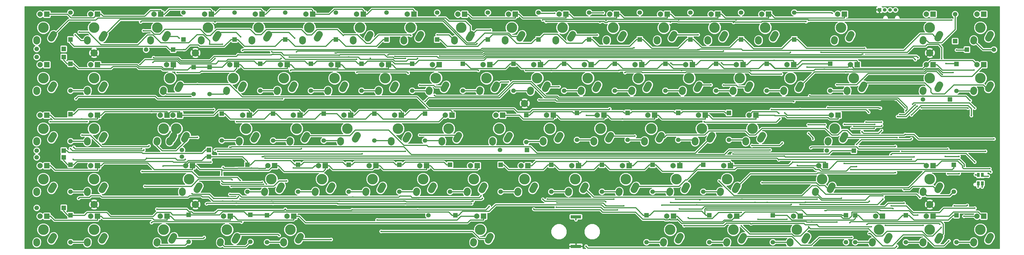
<source format=gtl>
G04 #@! TF.FileFunction,Copper,L1,Top,Signal*
%FSLAX46Y46*%
G04 Gerber Fmt 4.6, Leading zero omitted, Abs format (unit mm)*
G04 Created by KiCad (PCBNEW 4.0.3-stable) date Tuesday, August 30, 2016 'AMt' 11:28:48 AM*
%MOMM*%
%LPD*%
G01*
G04 APERTURE LIST*
%ADD10C,0.150000*%
%ADD11C,0.600000*%
%ADD12C,2.700000*%
%ADD13C,1.699260*%
%ADD14R,1.699260X1.699260*%
%ADD15C,3.987810*%
%ADD16C,2.500000*%
%ADD17R,2.000000X2.000000*%
%ADD18C,2.000000*%
%ADD19R,1.000000X1.600000*%
%ADD20R,1.350000X1.350000*%
%ADD21C,1.350000*%
%ADD22R,4.000000X1.200000*%
%ADD23C,0.609600*%
%ADD24C,0.381000*%
%ADD25C,0.508000*%
%ADD26C,0.254000*%
G04 APERTURE END LIST*
D10*
D11*
X191000000Y-96250000D03*
X171259500Y-96250000D03*
X228000000Y-99500000D03*
X254000000Y-100500000D03*
X102500000Y-21500000D03*
X396000000Y-34000000D03*
X117450000Y-89350000D03*
X99300000Y-80600000D03*
X132450000Y-78700000D03*
X128400000Y-84500000D03*
D12*
X95250000Y-38100000D03*
X95250000Y-95250000D03*
D13*
X219712540Y-71755000D03*
D14*
X219712540Y-61595000D03*
D15*
X83343750Y-66675000D03*
D16*
X86343297Y-70674954D02*
X87154203Y-69215046D01*
X80804026Y-71754328D02*
X80843474Y-71175672D01*
D17*
X84613750Y-61595000D03*
D18*
X82073750Y-61595000D03*
D12*
X219075000Y-57150000D03*
X371475000Y-95250000D03*
X371475000Y-38100000D03*
X57150000Y-95250000D03*
D13*
X90805000Y-22860000D03*
D14*
X90805000Y-33020000D03*
D13*
X381508000Y-109474000D03*
D14*
X381508000Y-99314000D03*
D13*
X35559480Y-36578540D03*
D14*
X45719480Y-36578540D03*
D13*
X48260000Y-22860000D03*
D14*
X48260000Y-33020000D03*
D13*
X76707480Y-36832540D03*
D14*
X86867480Y-36832540D03*
D13*
X109982000Y-22860000D03*
D14*
X109982000Y-33020000D03*
D13*
X129032000Y-22860000D03*
D14*
X129032000Y-33020000D03*
D13*
X148082000Y-22860000D03*
D14*
X148082000Y-33020000D03*
D13*
X167132000Y-22860000D03*
D14*
X167132000Y-33020000D03*
D13*
X186182000Y-22860000D03*
D14*
X186182000Y-33020000D03*
D13*
X205232000Y-22860000D03*
D14*
X205232000Y-33020000D03*
D13*
X224282000Y-22860000D03*
D14*
X224282000Y-33020000D03*
D13*
X243332000Y-22860000D03*
D14*
X243332000Y-33020000D03*
D13*
X262382000Y-22860000D03*
D14*
X262382000Y-33020000D03*
D13*
X281432000Y-22860000D03*
D14*
X281432000Y-33020000D03*
D13*
X300482000Y-22860000D03*
D14*
X300482000Y-33020000D03*
D13*
X320500000Y-22860000D03*
D14*
X320500000Y-33020000D03*
D13*
X380994920Y-23495000D03*
D14*
X380994920Y-33655000D03*
D13*
X395605000Y-36830000D03*
D14*
X385445000Y-36830000D03*
D13*
X35559480Y-39626540D03*
D14*
X45719480Y-39626540D03*
D13*
X48262540Y-52324520D03*
D14*
X48262540Y-42164520D03*
D13*
X94615000Y-53594000D03*
D14*
X94615000Y-43434000D03*
D13*
X100586540Y-53594000D03*
D14*
X100586540Y-43434000D03*
D13*
X119636540Y-52324520D03*
D14*
X119636540Y-42164520D03*
D13*
X138686540Y-52324520D03*
D14*
X138686540Y-42164520D03*
D13*
X157736540Y-52324520D03*
D14*
X157736540Y-42164520D03*
D13*
X176786540Y-52324520D03*
D14*
X176786540Y-42164520D03*
D13*
X195836540Y-52324520D03*
D14*
X195836540Y-42164520D03*
D13*
X214886540Y-52324520D03*
D14*
X214886540Y-42164520D03*
D13*
X233936540Y-52324520D03*
D14*
X233936540Y-42164520D03*
D13*
X252986540Y-52324520D03*
D14*
X252986540Y-42164520D03*
D13*
X272036540Y-52324520D03*
D14*
X272036540Y-42164520D03*
D13*
X291086540Y-52324520D03*
D14*
X291086540Y-42164520D03*
D13*
X310136540Y-52324520D03*
D14*
X310136540Y-42164520D03*
D13*
X334012540Y-52324520D03*
D14*
X334012540Y-42164520D03*
D13*
X368935000Y-55626000D03*
D14*
X379095000Y-55626000D03*
D13*
X381508000Y-52415000D03*
D14*
X381508000Y-42255000D03*
D13*
X35559480Y-74932540D03*
D14*
X45719480Y-74932540D03*
D13*
X48262540Y-71374520D03*
D14*
X48262540Y-61214520D03*
D13*
X90170000Y-74676000D03*
D14*
X100330000Y-74676000D03*
D13*
X105158540Y-71120520D03*
D14*
X105158540Y-60960520D03*
D13*
X124462540Y-71120520D03*
D14*
X124462540Y-60960520D03*
D13*
X143512540Y-71120520D03*
D14*
X143512540Y-60960520D03*
D13*
X162562540Y-71120520D03*
D14*
X162562540Y-60960520D03*
D13*
X181612540Y-71120520D03*
D14*
X181612540Y-60960520D03*
D13*
X209804000Y-74676000D03*
D14*
X219964000Y-74676000D03*
D13*
X238762540Y-70866520D03*
D14*
X238762540Y-60706520D03*
D13*
X257812540Y-70866520D03*
D14*
X257812540Y-60706520D03*
D13*
X276862540Y-70866520D03*
D14*
X276862540Y-60706520D03*
D13*
X295912540Y-70866520D03*
D14*
X295912540Y-60706520D03*
D13*
X332740000Y-74930000D03*
D14*
X342900000Y-74930000D03*
D13*
X35559480Y-77472540D03*
D14*
X45719480Y-77472540D03*
D13*
X48262540Y-90424520D03*
D14*
X48262540Y-80264520D03*
D13*
X90170000Y-77216000D03*
D14*
X100330000Y-77216000D03*
D13*
X114810540Y-90424520D03*
D14*
X114810540Y-80264520D03*
D13*
X133860540Y-90424520D03*
D14*
X133860540Y-80264520D03*
D13*
X152910540Y-90424520D03*
D14*
X152910540Y-80264520D03*
D13*
X171960540Y-90424520D03*
D14*
X171960540Y-80264520D03*
D13*
X191010540Y-90424520D03*
D14*
X191010540Y-80264520D03*
D13*
X210060540Y-90424520D03*
D14*
X210060540Y-80264520D03*
D13*
X229110540Y-90424520D03*
D14*
X229110540Y-80264520D03*
D13*
X248160540Y-90424520D03*
D14*
X248160540Y-80264520D03*
D13*
X267210540Y-90424520D03*
D14*
X267210540Y-80264520D03*
D13*
X286260540Y-90424520D03*
D14*
X286260540Y-80264520D03*
D13*
X340000000Y-109474520D03*
D14*
X340000000Y-99314520D03*
D13*
X380494540Y-90424520D03*
D14*
X380494540Y-80264520D03*
D13*
X35559480Y-96522540D03*
D14*
X45719480Y-96522540D03*
D13*
X48262540Y-109474520D03*
D14*
X48262540Y-99314520D03*
D13*
X92712540Y-109347000D03*
D14*
X92712540Y-99187000D03*
D13*
X115951000Y-109347000D03*
D14*
X115951000Y-99187000D03*
D13*
X122176540Y-109474520D03*
D14*
X122176540Y-99314520D03*
D13*
X182880000Y-99314000D03*
D14*
X193040000Y-99314000D03*
D13*
X264924540Y-109474520D03*
D14*
X264924540Y-99314520D03*
D13*
X288546540Y-109474520D03*
D14*
X288546540Y-99314520D03*
D13*
X312422540Y-109474520D03*
D14*
X312422540Y-99314520D03*
D13*
X343410540Y-109474520D03*
D14*
X343410540Y-99314520D03*
D13*
X362460540Y-109474520D03*
D14*
X362460540Y-99314520D03*
D15*
X330993750Y-85725000D03*
D16*
X333993297Y-89724954D02*
X334804203Y-88265046D01*
X328454026Y-90804328D02*
X328493474Y-90225672D01*
D17*
X332263750Y-80645000D03*
D18*
X329723750Y-80645000D03*
D15*
X390525000Y-104775000D03*
D16*
X393524547Y-108774954D02*
X394335453Y-107315046D01*
X387985276Y-109854328D02*
X388024724Y-109275672D01*
D17*
X391795000Y-99695000D03*
D18*
X389255000Y-99695000D03*
D15*
X371475000Y-104775000D03*
D16*
X374474547Y-108774954D02*
X375285453Y-107315046D01*
X368935276Y-109854328D02*
X368974724Y-109275672D01*
D17*
X372745000Y-99695000D03*
D18*
X370205000Y-99695000D03*
D15*
X352425000Y-104775000D03*
D16*
X355424547Y-108774954D02*
X356235453Y-107315046D01*
X349885276Y-109854328D02*
X349924724Y-109275672D01*
D17*
X353695000Y-99695000D03*
D18*
X351155000Y-99695000D03*
D15*
X321468750Y-104775000D03*
D16*
X324468297Y-108774954D02*
X325279203Y-107315046D01*
X318929026Y-109854328D02*
X318968474Y-109275672D01*
D17*
X322738750Y-99695000D03*
D18*
X320198750Y-99695000D03*
D15*
X297656250Y-104775000D03*
D16*
X300655797Y-108774954D02*
X301466703Y-107315046D01*
X295116526Y-109854328D02*
X295155974Y-109275672D01*
D17*
X298926250Y-99695000D03*
D18*
X296386250Y-99695000D03*
D15*
X273843750Y-104775000D03*
D16*
X276843297Y-108774954D02*
X277654203Y-107315046D01*
X271304026Y-109854328D02*
X271343474Y-109275672D01*
D17*
X275113750Y-99695000D03*
D18*
X272573750Y-99695000D03*
D15*
X202406250Y-104775000D03*
D16*
X205405797Y-108774954D02*
X206216703Y-107315046D01*
X199866526Y-109854328D02*
X199905974Y-109275672D01*
D17*
X203676250Y-99695000D03*
D18*
X201136250Y-99695000D03*
D15*
X130968750Y-104775000D03*
D16*
X133968297Y-108774954D02*
X134779203Y-107315046D01*
X128429026Y-109854328D02*
X128468474Y-109275672D01*
D17*
X132238750Y-99695000D03*
D18*
X129698750Y-99695000D03*
D15*
X107156250Y-104775000D03*
D16*
X110155797Y-108774954D02*
X110966703Y-107315046D01*
X104616526Y-109854328D02*
X104655974Y-109275672D01*
D17*
X108426250Y-99695000D03*
D18*
X105886250Y-99695000D03*
D15*
X83343750Y-104775000D03*
D16*
X86343297Y-108774954D02*
X87154203Y-107315046D01*
X80804026Y-109854328D02*
X80843474Y-109275672D01*
D17*
X84613750Y-99695000D03*
D18*
X82073750Y-99695000D03*
D15*
X57150000Y-104775000D03*
D16*
X60149547Y-108774954D02*
X60960453Y-107315046D01*
X54610276Y-109854328D02*
X54649724Y-109275672D01*
D17*
X58420000Y-99695000D03*
D18*
X55880000Y-99695000D03*
D15*
X38100000Y-104775000D03*
D16*
X41099547Y-108774954D02*
X41910453Y-107315046D01*
X35560276Y-109854328D02*
X35599724Y-109275672D01*
D17*
X39370000Y-99695000D03*
D18*
X36830000Y-99695000D03*
D15*
X371475000Y-85725000D03*
D16*
X374474547Y-89724954D02*
X375285453Y-88265046D01*
X368935276Y-90804328D02*
X368974724Y-90225672D01*
D17*
X372745000Y-80645000D03*
D18*
X370205000Y-80645000D03*
D15*
X295275000Y-85725000D03*
D16*
X298274547Y-89724954D02*
X299085453Y-88265046D01*
X292735276Y-90804328D02*
X292774724Y-90225672D01*
D17*
X296545000Y-80645000D03*
D18*
X294005000Y-80645000D03*
D15*
X276225000Y-85725000D03*
D16*
X279224547Y-89724954D02*
X280035453Y-88265046D01*
X273685276Y-90804328D02*
X273724724Y-90225672D01*
D17*
X277495000Y-80645000D03*
D18*
X274955000Y-80645000D03*
D15*
X257175000Y-85725000D03*
D16*
X260174547Y-89724954D02*
X260985453Y-88265046D01*
X254635276Y-90804328D02*
X254674724Y-90225672D01*
D17*
X258445000Y-80645000D03*
D18*
X255905000Y-80645000D03*
D15*
X238125000Y-85725000D03*
D16*
X241124547Y-89724954D02*
X241935453Y-88265046D01*
X235585276Y-90804328D02*
X235624724Y-90225672D01*
D17*
X239395000Y-80645000D03*
D18*
X236855000Y-80645000D03*
D15*
X219075000Y-85725000D03*
D16*
X222074547Y-89724954D02*
X222885453Y-88265046D01*
X216535276Y-90804328D02*
X216574724Y-90225672D01*
D17*
X220345000Y-80645000D03*
D18*
X217805000Y-80645000D03*
D15*
X200025000Y-85725000D03*
D16*
X203024547Y-89724954D02*
X203835453Y-88265046D01*
X197485276Y-90804328D02*
X197524724Y-90225672D01*
D17*
X201295000Y-80645000D03*
D18*
X198755000Y-80645000D03*
D15*
X180975000Y-85725000D03*
D16*
X183974547Y-89724954D02*
X184785453Y-88265046D01*
X178435276Y-90804328D02*
X178474724Y-90225672D01*
D17*
X182245000Y-80645000D03*
D18*
X179705000Y-80645000D03*
D15*
X161925000Y-85725000D03*
D16*
X164924547Y-89724954D02*
X165735453Y-88265046D01*
X159385276Y-90804328D02*
X159424724Y-90225672D01*
D17*
X163195000Y-80645000D03*
D18*
X160655000Y-80645000D03*
D15*
X142875000Y-85725000D03*
D16*
X145874547Y-89724954D02*
X146685453Y-88265046D01*
X140335276Y-90804328D02*
X140374724Y-90225672D01*
D17*
X144145000Y-80645000D03*
D18*
X141605000Y-80645000D03*
D15*
X123825000Y-85725000D03*
D16*
X126824547Y-89724954D02*
X127635453Y-88265046D01*
X121285276Y-90804328D02*
X121324724Y-90225672D01*
D17*
X125095000Y-80645000D03*
D18*
X122555000Y-80645000D03*
D15*
X92868750Y-85725000D03*
D16*
X95868297Y-89724954D02*
X96679203Y-88265046D01*
X90329026Y-90804328D02*
X90368474Y-90225672D01*
D17*
X94138750Y-80645000D03*
D18*
X91598750Y-80645000D03*
D15*
X57150000Y-85725000D03*
D16*
X60149547Y-89724954D02*
X60960453Y-88265046D01*
X54610276Y-90804328D02*
X54649724Y-90225672D01*
D17*
X58420000Y-80645000D03*
D18*
X55880000Y-80645000D03*
D15*
X38100000Y-85725000D03*
D16*
X41099547Y-89724954D02*
X41910453Y-88265046D01*
X35560276Y-90804328D02*
X35599724Y-90225672D01*
D17*
X39370000Y-80645000D03*
D18*
X36830000Y-80645000D03*
D15*
X335756250Y-66675000D03*
D16*
X338755797Y-70674954D02*
X339566703Y-69215046D01*
X333216526Y-71754328D02*
X333255974Y-71175672D01*
D17*
X337026250Y-61595000D03*
D18*
X334486250Y-61595000D03*
D15*
X304800000Y-66675000D03*
D16*
X307799547Y-70674954D02*
X308610453Y-69215046D01*
X302260276Y-71754328D02*
X302299724Y-71175672D01*
D17*
X306070000Y-61595000D03*
D18*
X303530000Y-61595000D03*
D15*
X285750000Y-66675000D03*
D16*
X288749547Y-70674954D02*
X289560453Y-69215046D01*
X283210276Y-71754328D02*
X283249724Y-71175672D01*
D17*
X287020000Y-61595000D03*
D18*
X284480000Y-61595000D03*
D15*
X266700000Y-66675000D03*
D16*
X269699547Y-70674954D02*
X270510453Y-69215046D01*
X264160276Y-71754328D02*
X264199724Y-71175672D01*
D17*
X267970000Y-61595000D03*
D18*
X265430000Y-61595000D03*
D15*
X247650000Y-66675000D03*
D16*
X250649547Y-70674954D02*
X251460453Y-69215046D01*
X245110276Y-71754328D02*
X245149724Y-71175672D01*
D17*
X248920000Y-61595000D03*
D18*
X246380000Y-61595000D03*
D15*
X228600000Y-66675000D03*
D16*
X231599547Y-70674954D02*
X232410453Y-69215046D01*
X226060276Y-71754328D02*
X226099724Y-71175672D01*
D17*
X229870000Y-61595000D03*
D18*
X227330000Y-61595000D03*
D15*
X209550000Y-66675000D03*
D16*
X212549547Y-70674954D02*
X213360453Y-69215046D01*
X207010276Y-71754328D02*
X207049724Y-71175672D01*
D17*
X210820000Y-61595000D03*
D18*
X208280000Y-61595000D03*
D15*
X190500000Y-66675000D03*
D16*
X193499547Y-70674954D02*
X194310453Y-69215046D01*
X187960276Y-71754328D02*
X187999724Y-71175672D01*
D17*
X191770000Y-61595000D03*
D18*
X189230000Y-61595000D03*
D15*
X171450000Y-66675000D03*
D16*
X174449547Y-70674954D02*
X175260453Y-69215046D01*
X168910276Y-71754328D02*
X168949724Y-71175672D01*
D17*
X172720000Y-61595000D03*
D18*
X170180000Y-61595000D03*
D15*
X152400000Y-66675000D03*
D16*
X155399547Y-70674954D02*
X156210453Y-69215046D01*
X149860276Y-71754328D02*
X149899724Y-71175672D01*
D17*
X153670000Y-61595000D03*
D18*
X151130000Y-61595000D03*
D15*
X133350000Y-66675000D03*
D16*
X136349547Y-70674954D02*
X137160453Y-69215046D01*
X130810276Y-71754328D02*
X130849724Y-71175672D01*
D17*
X134620000Y-61595000D03*
D18*
X132080000Y-61595000D03*
D15*
X114300000Y-66675000D03*
D16*
X117299547Y-70674954D02*
X118110453Y-69215046D01*
X111760276Y-71754328D02*
X111799724Y-71175672D01*
D17*
X115570000Y-61595000D03*
D18*
X113030000Y-61595000D03*
D15*
X88106250Y-66675000D03*
D16*
X91105797Y-70674954D02*
X91916703Y-69215046D01*
X85566526Y-71754328D02*
X85605974Y-71175672D01*
D17*
X89376250Y-61595000D03*
D18*
X86836250Y-61595000D03*
D15*
X57150000Y-66675000D03*
D16*
X60149547Y-70674954D02*
X60960453Y-69215046D01*
X54610276Y-71754328D02*
X54649724Y-71175672D01*
D17*
X58420000Y-61595000D03*
D18*
X55880000Y-61595000D03*
D15*
X38100000Y-66675000D03*
D16*
X41099547Y-70674954D02*
X41910453Y-69215046D01*
X35560276Y-71754328D02*
X35599724Y-71175672D01*
D17*
X39370000Y-61595000D03*
D18*
X36830000Y-61595000D03*
D15*
X390525000Y-47625000D03*
D16*
X393524547Y-51624954D02*
X394335453Y-50165046D01*
X387985276Y-52704328D02*
X388024724Y-52125672D01*
D17*
X391795000Y-42545000D03*
D18*
X389255000Y-42545000D03*
D15*
X371475000Y-47625000D03*
D16*
X374474547Y-51624954D02*
X375285453Y-50165046D01*
X368935276Y-52704328D02*
X368974724Y-52125672D01*
D17*
X372745000Y-42545000D03*
D18*
X370205000Y-42545000D03*
D15*
X342900000Y-47625000D03*
D16*
X345899547Y-51624954D02*
X346710453Y-50165046D01*
X340360276Y-52704328D02*
X340399724Y-52125672D01*
D17*
X344170000Y-42545000D03*
D18*
X341630000Y-42545000D03*
D15*
X319087500Y-47625000D03*
D16*
X322087047Y-51624954D02*
X322897953Y-50165046D01*
X316547776Y-52704328D02*
X316587224Y-52125672D01*
D17*
X320357500Y-42545000D03*
D18*
X317817500Y-42545000D03*
D15*
X300037500Y-47625000D03*
D16*
X303037047Y-51624954D02*
X303847953Y-50165046D01*
X297497776Y-52704328D02*
X297537224Y-52125672D01*
D17*
X301307500Y-42545000D03*
D18*
X298767500Y-42545000D03*
D15*
X280987500Y-47625000D03*
D16*
X283987047Y-51624954D02*
X284797953Y-50165046D01*
X278447776Y-52704328D02*
X278487224Y-52125672D01*
D17*
X282257500Y-42545000D03*
D18*
X279717500Y-42545000D03*
D15*
X261937500Y-47625000D03*
D16*
X264937047Y-51624954D02*
X265747953Y-50165046D01*
X259397776Y-52704328D02*
X259437224Y-52125672D01*
D17*
X263207500Y-42545000D03*
D18*
X260667500Y-42545000D03*
D15*
X242887500Y-47625000D03*
D16*
X245887047Y-51624954D02*
X246697953Y-50165046D01*
X240347776Y-52704328D02*
X240387224Y-52125672D01*
D17*
X244157500Y-42545000D03*
D18*
X241617500Y-42545000D03*
D15*
X223837500Y-47625000D03*
D16*
X226837047Y-51624954D02*
X227647953Y-50165046D01*
X221297776Y-52704328D02*
X221337224Y-52125672D01*
D17*
X225107500Y-42545000D03*
D18*
X222567500Y-42545000D03*
D15*
X204787500Y-47625000D03*
D16*
X207787047Y-51624954D02*
X208597953Y-50165046D01*
X202247776Y-52704328D02*
X202287224Y-52125672D01*
D17*
X206057500Y-42545000D03*
D18*
X203517500Y-42545000D03*
D15*
X185737500Y-47625000D03*
D16*
X188737047Y-51624954D02*
X189547953Y-50165046D01*
X183197776Y-52704328D02*
X183237224Y-52125672D01*
D17*
X187007500Y-42545000D03*
D18*
X184467500Y-42545000D03*
D15*
X166687500Y-47625000D03*
D16*
X169687047Y-51624954D02*
X170497953Y-50165046D01*
X164147776Y-52704328D02*
X164187224Y-52125672D01*
D17*
X167957500Y-42545000D03*
D18*
X165417500Y-42545000D03*
D15*
X147637500Y-47625000D03*
D16*
X150637047Y-51624954D02*
X151447953Y-50165046D01*
X145097776Y-52704328D02*
X145137224Y-52125672D01*
D17*
X148907500Y-42545000D03*
D18*
X146367500Y-42545000D03*
D15*
X128587500Y-47625000D03*
D16*
X131587047Y-51624954D02*
X132397953Y-50165046D01*
X126047776Y-52704328D02*
X126087224Y-52125672D01*
D17*
X129857500Y-42545000D03*
D18*
X127317500Y-42545000D03*
D15*
X109537500Y-47625000D03*
D16*
X112537047Y-51624954D02*
X113347953Y-50165046D01*
X106997776Y-52704328D02*
X107037224Y-52125672D01*
D17*
X110807500Y-42545000D03*
D18*
X108267500Y-42545000D03*
D15*
X85725000Y-47625000D03*
D16*
X88724547Y-51624954D02*
X89535453Y-50165046D01*
X83185276Y-52704328D02*
X83224724Y-52125672D01*
D17*
X86995000Y-42545000D03*
D18*
X84455000Y-42545000D03*
D15*
X57150000Y-47625000D03*
D16*
X60149547Y-51624954D02*
X60960453Y-50165046D01*
X54610276Y-52704328D02*
X54649724Y-52125672D01*
D17*
X58420000Y-42545000D03*
D18*
X55880000Y-42545000D03*
D15*
X38100000Y-47625000D03*
D16*
X41099547Y-51624954D02*
X41910453Y-50165046D01*
X35560276Y-52704328D02*
X35599724Y-52125672D01*
D17*
X39370000Y-42545000D03*
D18*
X36830000Y-42545000D03*
D15*
X390525000Y-28575000D03*
D16*
X393524547Y-32574954D02*
X394335453Y-31115046D01*
X387985276Y-33654328D02*
X388024724Y-33075672D01*
D17*
X391795000Y-23495000D03*
D18*
X389255000Y-23495000D03*
D15*
X371475000Y-28575000D03*
D16*
X374474547Y-32574954D02*
X375285453Y-31115046D01*
X368935276Y-33654328D02*
X368974724Y-33075672D01*
D17*
X372745000Y-23495000D03*
D18*
X370205000Y-23495000D03*
D15*
X338137500Y-28575000D03*
D16*
X341137047Y-32574954D02*
X341947953Y-31115046D01*
X335597776Y-33654328D02*
X335637224Y-33075672D01*
D17*
X339407500Y-23495000D03*
D18*
X336867500Y-23495000D03*
D15*
X309562500Y-28575000D03*
D16*
X312562047Y-32574954D02*
X313372953Y-31115046D01*
X307022776Y-33654328D02*
X307062224Y-33075672D01*
D17*
X310832500Y-23495000D03*
D18*
X308292500Y-23495000D03*
D15*
X290512500Y-28575000D03*
D16*
X293512047Y-32574954D02*
X294322953Y-31115046D01*
X287972776Y-33654328D02*
X288012224Y-33075672D01*
D17*
X291782500Y-23495000D03*
D18*
X289242500Y-23495000D03*
D15*
X271462500Y-28575000D03*
D16*
X274462047Y-32574954D02*
X275272953Y-31115046D01*
X268922776Y-33654328D02*
X268962224Y-33075672D01*
D17*
X272732500Y-23495000D03*
D18*
X270192500Y-23495000D03*
D15*
X252412500Y-28575000D03*
D16*
X255412047Y-32574954D02*
X256222953Y-31115046D01*
X249872776Y-33654328D02*
X249912224Y-33075672D01*
D17*
X253682500Y-23495000D03*
D18*
X251142500Y-23495000D03*
D15*
X233362500Y-28575000D03*
D16*
X236362047Y-32574954D02*
X237172953Y-31115046D01*
X230822776Y-33654328D02*
X230862224Y-33075672D01*
D17*
X234632500Y-23495000D03*
D18*
X232092500Y-23495000D03*
D15*
X214312500Y-28575000D03*
D16*
X217312047Y-32574954D02*
X218122953Y-31115046D01*
X211772776Y-33654328D02*
X211812224Y-33075672D01*
D17*
X215582500Y-23495000D03*
D18*
X213042500Y-23495000D03*
D15*
X195262500Y-28575000D03*
D16*
X198262047Y-32574954D02*
X199072953Y-31115046D01*
X192722776Y-33654328D02*
X192762224Y-33075672D01*
D17*
X196532500Y-23495000D03*
D18*
X193992500Y-23495000D03*
D15*
X176212500Y-28575000D03*
D16*
X179212047Y-32574954D02*
X180022953Y-31115046D01*
X173672776Y-33654328D02*
X173712224Y-33075672D01*
D17*
X177482500Y-23495000D03*
D18*
X174942500Y-23495000D03*
D15*
X157162500Y-28575000D03*
D16*
X160162047Y-32574954D02*
X160972953Y-31115046D01*
X154622776Y-33654328D02*
X154662224Y-33075672D01*
D17*
X158432500Y-23495000D03*
D18*
X155892500Y-23495000D03*
D15*
X138112500Y-28575000D03*
D16*
X141112047Y-32574954D02*
X141922953Y-31115046D01*
X135572776Y-33654328D02*
X135612224Y-33075672D01*
D17*
X139382500Y-23495000D03*
D18*
X136842500Y-23495000D03*
D15*
X119062500Y-28575000D03*
D16*
X122062047Y-32574954D02*
X122872953Y-31115046D01*
X116522776Y-33654328D02*
X116562224Y-33075672D01*
D17*
X120332500Y-23495000D03*
D18*
X117792500Y-23495000D03*
D15*
X100012500Y-28575000D03*
D16*
X103012047Y-32574954D02*
X103822953Y-31115046D01*
X97472776Y-33654328D02*
X97512224Y-33075672D01*
D17*
X101282500Y-23495000D03*
D18*
X98742500Y-23495000D03*
D15*
X80962500Y-28575000D03*
D16*
X83962047Y-32574954D02*
X84772953Y-31115046D01*
X78422776Y-33654328D02*
X78462224Y-33075672D01*
D17*
X82232500Y-23495000D03*
D18*
X79692500Y-23495000D03*
D15*
X57150000Y-28575000D03*
D16*
X60149547Y-32574954D02*
X60960453Y-31115046D01*
X54610276Y-33654328D02*
X54649724Y-33075672D01*
D17*
X58420000Y-23495000D03*
D18*
X55880000Y-23495000D03*
D15*
X38100000Y-28575000D03*
D16*
X41099547Y-32574954D02*
X41910453Y-31115046D01*
X35560276Y-33654328D02*
X35599724Y-33075672D01*
D17*
X39370000Y-23495000D03*
D18*
X36830000Y-23495000D03*
D12*
X57150000Y-38100000D03*
D19*
X391275000Y-84125000D03*
X389775000Y-84125000D03*
X391275000Y-87325000D03*
X389775000Y-87325000D03*
D20*
X352549920Y-21851160D03*
D21*
X354549920Y-21851160D03*
X356549920Y-21851160D03*
X358549920Y-21851160D03*
D11*
X204300000Y-57100000D03*
X193900000Y-56900000D03*
X143500000Y-57100000D03*
X164400000Y-56900000D03*
X177000000Y-57000000D03*
X183400000Y-57000000D03*
X314900000Y-82400000D03*
X335200000Y-76200000D03*
X337900000Y-76200000D03*
X276000000Y-47800000D03*
X210400000Y-56900000D03*
X76900000Y-27900000D03*
X65500000Y-30200000D03*
X354350000Y-27400000D03*
X367000000Y-38100000D03*
X65500000Y-22000000D03*
X65500000Y-38000000D03*
X65500000Y-48000000D03*
X65500000Y-57000000D03*
X65500000Y-66500000D03*
X66000000Y-107000000D03*
X66000000Y-96000000D03*
X66000000Y-86000000D03*
X77470000Y-106045000D03*
X76835000Y-97790000D03*
X78740000Y-38100000D03*
X75565000Y-22860000D03*
X186944000Y-66675000D03*
X110236000Y-36703000D03*
X99822000Y-97282000D03*
X108966000Y-96266000D03*
X118872000Y-96266000D03*
X106934000Y-57150000D03*
X108458000Y-66040000D03*
X197000000Y-67300000D03*
X216250000Y-66650000D03*
X391414000Y-73152000D03*
X363347000Y-51816000D03*
X354584000Y-51689000D03*
X350647000Y-51689000D03*
X350012000Y-57277000D03*
X351917000Y-60071000D03*
X354330000Y-90170000D03*
X349250000Y-90170000D03*
X349250000Y-85725000D03*
X335280000Y-85090000D03*
X329565000Y-69215000D03*
X329565000Y-74930000D03*
X328500000Y-84600000D03*
X304546000Y-85090000D03*
X273050000Y-85725000D03*
X281940000Y-90805000D03*
X290195000Y-85725000D03*
X283210000Y-58420000D03*
X282575000Y-66040000D03*
X228600000Y-72390000D03*
X229235000Y-52705000D03*
X235712000Y-46101000D03*
X239395000Y-28575000D03*
X234315000Y-31750000D03*
X245173500Y-45720000D03*
X236800000Y-57900000D03*
X247015000Y-57900000D03*
X260350000Y-58420000D03*
X292735000Y-58420000D03*
X287020000Y-58420000D03*
X279400000Y-58420000D03*
X285600000Y-71300000D03*
X43332400Y-38303200D03*
X43434000Y-57658000D03*
X42976800Y-76301600D03*
X43500000Y-25500000D03*
X85344000Y-23672800D03*
X106019600Y-47904400D03*
X103800000Y-27800000D03*
X390093200Y-94284800D03*
X393598400Y-86614000D03*
X392074400Y-77266800D03*
X327500000Y-21500000D03*
X304698400Y-22352000D03*
X277723600Y-22606000D03*
X286156400Y-22148800D03*
X259638800Y-22606000D03*
X240588800Y-22809200D03*
X221081600Y-22606000D03*
X182219600Y-22250400D03*
X159766000Y-21500000D03*
X142951200Y-21945600D03*
X396000000Y-63000000D03*
X381508000Y-105257600D03*
X377698000Y-105257600D03*
X366674400Y-108102400D03*
X365201200Y-95097600D03*
X366166400Y-83769200D03*
X373938800Y-84023200D03*
X382879600Y-85090000D03*
X386689600Y-90830400D03*
X367334800Y-72745600D03*
X373380000Y-68935600D03*
X367030000Y-68884800D03*
X340309200Y-72288400D03*
X343916000Y-71018400D03*
X343865200Y-67818000D03*
X346202000Y-62534800D03*
X343458800Y-62534800D03*
X343458800Y-57150000D03*
X346100400Y-57150000D03*
X373278400Y-72491600D03*
X373583200Y-60100000D03*
X368350800Y-47498000D03*
X388500000Y-56000000D03*
X384302000Y-31343600D03*
X376783600Y-21640800D03*
X360172000Y-31851600D03*
X338378800Y-48158400D03*
X345250000Y-40800000D03*
X303885600Y-32766000D03*
X295656000Y-34493200D03*
X303733200Y-47701200D03*
X319278000Y-53543200D03*
X329031600Y-52882800D03*
X329996800Y-57556400D03*
X328930000Y-46685200D03*
X323900800Y-46685200D03*
X317042800Y-57861200D03*
X309422800Y-71932800D03*
X304000000Y-109750000D03*
X365404400Y-111000000D03*
X33500000Y-83000000D03*
X35000000Y-94000000D03*
X254000000Y-109500000D03*
X322021200Y-74930000D03*
X321900000Y-68800000D03*
X318516000Y-74930000D03*
X316738000Y-79502000D03*
X310388000Y-58166000D03*
X300736000Y-58166000D03*
X310388000Y-65532000D03*
X300990000Y-66040000D03*
X285900000Y-75200000D03*
X304546000Y-71120000D03*
X304292000Y-79248000D03*
X301800000Y-90700000D03*
X304546000Y-90700000D03*
X314960000Y-85344000D03*
X321564000Y-90424000D03*
X321700000Y-82500000D03*
X314900000Y-90700000D03*
X306832000Y-72263000D03*
X308100000Y-90700000D03*
X347218000Y-107442000D03*
X347000000Y-110500000D03*
X328930000Y-110490000D03*
X336804000Y-105918000D03*
X316230000Y-104394000D03*
X307594000Y-104394000D03*
X217932000Y-93472000D03*
X347091000Y-67437000D03*
X354774500Y-67818000D03*
X350583500Y-67500000D03*
X204100000Y-62300000D03*
X197034209Y-48323500D03*
X202501500Y-23304500D03*
X190182500Y-22669500D03*
X190309500Y-30035500D03*
X175704500Y-35179000D03*
X115252500Y-27495500D03*
X133667500Y-27813000D03*
X176720500Y-47561500D03*
X157734000Y-47625000D03*
X171259500Y-110807500D03*
X151701500Y-110871000D03*
X140906500Y-105156000D03*
X171259500Y-99695000D03*
X151701500Y-100012500D03*
X136779000Y-99695000D03*
X119062500Y-110109000D03*
X80200500Y-90614500D03*
X85598000Y-85598000D03*
X122301000Y-57467500D03*
X101536500Y-57277000D03*
X94297500Y-57277000D03*
X93300000Y-47550000D03*
X114681000Y-72326500D03*
X116649500Y-85725000D03*
X113093500Y-80391000D03*
X105410000Y-72961500D03*
X105664000Y-79883000D03*
X108077000Y-80137000D03*
X108521500Y-83439000D03*
X100550000Y-82950000D03*
X97345500Y-83629500D03*
X101981000Y-91059000D03*
X107569000Y-92202000D03*
X140716000Y-96266000D03*
X110236000Y-103124000D03*
X99060000Y-71120000D03*
X120396000Y-48260000D03*
X101200000Y-47550000D03*
X80264000Y-57404000D03*
X34500000Y-57500000D03*
X34000000Y-25500000D03*
X80264000Y-47752000D03*
X122000000Y-21500000D03*
X97650000Y-103900000D03*
X97847209Y-109982000D03*
X327660000Y-34290000D03*
X349850000Y-42050000D03*
X361696000Y-41900000D03*
X355092000Y-47244000D03*
X350520000Y-47244000D03*
X361696000Y-47244000D03*
X345948000Y-33528000D03*
X365252000Y-23368000D03*
X395000000Y-22000000D03*
X396000000Y-38500000D03*
X391210800Y-54102000D03*
X347980000Y-71882000D03*
X359664000Y-75184000D03*
X347980000Y-75565000D03*
X359600000Y-68000000D03*
X358000000Y-63700000D03*
X286004000Y-27686000D03*
X206248000Y-110998000D03*
X217500000Y-110000000D03*
X363220000Y-71882000D03*
X339500000Y-90100000D03*
X359664000Y-90170000D03*
X360426000Y-85344000D03*
X339200000Y-85100000D03*
X219710000Y-66675000D03*
X394309600Y-96977200D03*
X395000000Y-111000000D03*
X172085000Y-85725000D03*
X191135000Y-85725000D03*
X210185000Y-85725000D03*
X229235000Y-85725000D03*
X248285000Y-85090000D03*
X267335000Y-85725000D03*
X286385000Y-85725000D03*
X334010000Y-47625000D03*
X310400000Y-47700000D03*
X260350000Y-28575000D03*
X107632500Y-27432000D03*
X126238000Y-27876500D03*
X145097500Y-27876500D03*
X165735000Y-28575000D03*
X184785000Y-28575000D03*
X222885000Y-28575000D03*
X252730000Y-47625000D03*
X271780000Y-47750000D03*
X295211500Y-66040000D03*
X276860000Y-66675000D03*
X257810000Y-66675000D03*
X238760000Y-66675000D03*
X181610000Y-66675000D03*
X139065000Y-47625000D03*
X48514000Y-85725000D03*
X48260000Y-104775000D03*
X124841000Y-103886000D03*
X105410000Y-66040000D03*
X143510000Y-66675000D03*
X153035000Y-85725000D03*
X133985000Y-85725000D03*
X217805209Y-46300000D03*
X288855209Y-105918000D03*
X217932000Y-98298000D03*
X318500000Y-28750000D03*
X228000000Y-110000000D03*
X290830000Y-47750000D03*
X48260000Y-28575000D03*
D22*
X238379000Y-99900000D03*
X238379000Y-111100000D03*
D23*
X90932000Y-36830000D03*
X170294551Y-39363261D03*
X366776000Y-58166000D03*
X367030000Y-39878000D03*
X359340628Y-62066858D03*
X50038000Y-31242000D03*
X186182000Y-31242000D03*
X347472000Y-64249000D03*
X346966949Y-36384507D03*
X353314000Y-64249000D03*
X230378000Y-23114000D03*
X248666000Y-22987000D03*
X334772000Y-23114000D03*
X339344000Y-65024000D03*
X350774000Y-65024000D03*
X353427256Y-65592637D03*
X342900000Y-65786000D03*
X297434000Y-76200000D03*
X350635215Y-66492665D03*
X287578809Y-97338289D03*
X341707469Y-82042000D03*
X342138000Y-66548000D03*
X338264500Y-92900500D03*
X357632000Y-96774000D03*
X377571000Y-42100500D03*
X381508000Y-37020500D03*
X345948000Y-67818000D03*
X353314000Y-67310000D03*
X289179000Y-50165000D03*
X284353000Y-31242000D03*
X284353000Y-36834285D03*
X133325340Y-37748842D03*
X132588000Y-32512000D03*
X358563409Y-83236111D03*
X146304000Y-108458000D03*
X376174000Y-46228000D03*
X361769016Y-89608016D03*
X361769016Y-94783284D03*
X277275514Y-96977587D03*
X339852000Y-45237394D03*
X319070110Y-37846000D03*
X167640000Y-38917500D03*
X359156000Y-70053191D03*
X395616083Y-70530401D03*
X112942500Y-37084000D03*
X112268000Y-32004000D03*
X260294500Y-36216726D03*
X362204000Y-68834000D03*
X126746000Y-106934000D03*
X346302285Y-38542231D03*
X187157123Y-39319191D03*
X342138000Y-107696000D03*
X179578000Y-69088000D03*
X179578000Y-50292000D03*
X358495715Y-73338059D03*
X344946623Y-73420623D03*
X96055438Y-69954956D03*
X96000000Y-49966971D03*
X251055000Y-59182000D03*
X89154000Y-32512000D03*
X98552000Y-107696000D03*
X343938664Y-72592064D03*
X343916000Y-80962500D03*
X260540500Y-69469000D03*
X246443500Y-31369000D03*
X364540553Y-70474710D03*
X341368962Y-102108000D03*
X394423095Y-82969762D03*
X308356000Y-87058500D03*
X293941500Y-50228500D03*
X293917500Y-37338000D03*
X147828000Y-38156174D03*
X165100000Y-105410000D03*
X363474000Y-88900000D03*
X222504000Y-97000000D03*
X333134760Y-58690869D03*
X336613500Y-101917500D03*
X327133701Y-101854000D03*
X352869500Y-58928000D03*
X212979000Y-49022000D03*
X206248000Y-29464000D03*
X353882162Y-92011500D03*
X232029000Y-50863500D03*
X320796251Y-64728568D03*
X321964591Y-63416433D03*
X311086500Y-67437000D03*
X313436000Y-70548500D03*
X353060000Y-72390000D03*
X350672400Y-62474000D03*
X326072500Y-63373000D03*
X330073000Y-63373000D03*
X361835000Y-64516000D03*
X354216984Y-63551984D03*
X358140000Y-56388000D03*
X353147547Y-56507515D03*
X322707000Y-59436000D03*
X108204000Y-73660000D03*
X311404000Y-74676000D03*
X348488000Y-60452000D03*
X311912000Y-59436000D03*
X385826000Y-58928000D03*
X368300000Y-58810998D03*
X393446000Y-84582000D03*
X392430000Y-75184000D03*
X360934000Y-75184000D03*
X388620000Y-84074000D03*
X389636000Y-88646000D03*
X366014000Y-57658000D03*
X366014000Y-40640000D03*
X360206572Y-61353729D03*
X102108000Y-59453780D03*
X181610000Y-56388000D03*
X362227107Y-58755898D03*
X185166000Y-54102000D03*
X362480147Y-59966563D03*
X388366000Y-58928000D03*
X364998000Y-57404000D03*
X356870000Y-76454000D03*
X388366000Y-79248000D03*
X356997000Y-95758000D03*
X388429500Y-96647000D03*
X391160000Y-88646000D03*
X387096000Y-61722000D03*
X364593313Y-61468000D03*
X120936794Y-87642669D03*
X314656104Y-78396373D03*
X121412000Y-77724000D03*
X105156000Y-87376000D03*
X364617000Y-78232000D03*
X120396000Y-77216000D03*
X120396000Y-86868000D03*
X105156000Y-86360000D03*
X365633000Y-77343000D03*
X316799611Y-77003926D03*
X238379000Y-101000000D03*
X359029000Y-110998000D03*
X242189000Y-111000000D03*
X75057000Y-74168000D03*
X75184000Y-82804000D03*
X102616000Y-40132000D03*
X74386299Y-42545000D03*
X112071017Y-93224372D03*
X179230548Y-93338208D03*
X203200000Y-92964000D03*
X112118222Y-86196393D03*
X49505871Y-73660000D03*
X131064000Y-44704000D03*
X201676000Y-44704000D03*
X112633376Y-101881430D03*
X78740000Y-102108000D03*
X103948563Y-41154922D03*
X127508000Y-40132000D03*
X79248000Y-41656000D03*
X52577701Y-69088000D03*
X77800000Y-73152000D03*
X105410000Y-34798000D03*
X100584000Y-34798000D03*
X51562000Y-30226000D03*
X108204000Y-91440000D03*
X154432000Y-92456000D03*
X202692000Y-91948000D03*
X75844470Y-74693075D03*
X74676000Y-26416000D03*
X102616000Y-26416000D03*
X201168000Y-34544000D03*
X76200000Y-88392000D03*
X109056779Y-85981910D03*
X48260000Y-74168000D03*
X129540000Y-86360000D03*
X108712000Y-88392000D03*
X128016000Y-55372000D03*
X50292000Y-55372000D03*
X75692000Y-29718000D03*
X93980000Y-91186000D03*
X111450772Y-92280885D03*
X76898500Y-77875121D03*
X176276000Y-31496000D03*
X150876000Y-31496000D03*
X91440000Y-78232000D03*
X49276000Y-78232000D03*
X102108000Y-92964000D03*
X149352000Y-93980000D03*
X173736000Y-93980000D03*
X199644000Y-94031130D03*
X174244000Y-40132000D03*
X149352000Y-39001710D03*
X123952000Y-37592000D03*
X105482513Y-93980000D03*
X123952000Y-93980000D03*
X109220000Y-93980000D03*
X51308000Y-92964000D03*
X79502000Y-39878000D03*
X155956000Y-45402500D03*
X175260000Y-45720000D03*
X155922478Y-40471150D03*
X199136000Y-94996000D03*
X174244000Y-94996000D03*
X148844000Y-94996000D03*
X111252000Y-38811201D03*
X99425473Y-95017962D03*
X110661000Y-94805500D03*
X124460000Y-94805500D03*
X124460000Y-38608000D03*
X205740000Y-96012000D03*
X178816000Y-97282000D03*
X154178000Y-97282000D03*
X129032000Y-97028000D03*
X102870000Y-98298000D03*
X80772000Y-97028000D03*
X161036000Y-40132000D03*
X178816000Y-40132000D03*
X152908000Y-39624000D03*
X130556000Y-39624000D03*
X227584000Y-93292991D03*
X326326500Y-54292500D03*
X386651500Y-56070500D03*
X252653632Y-93272936D03*
X297624500Y-26606500D03*
X273939000Y-26479500D03*
X247459500Y-26416000D03*
X324929500Y-26289000D03*
X227076000Y-26225500D03*
X254025107Y-97349767D03*
X231017258Y-96288725D03*
X332066969Y-65220148D03*
X325738781Y-65158490D03*
X331851000Y-44219786D03*
X380301500Y-45529500D03*
X219519500Y-44704000D03*
X304165000Y-44894500D03*
X278130000Y-44704000D03*
X254571500Y-44704000D03*
X229171500Y-44704000D03*
X378206000Y-74358500D03*
X326707500Y-73850500D03*
X320294000Y-56388000D03*
X225940000Y-93281500D03*
X249618500Y-94297500D03*
X230632000Y-55816500D03*
X224472500Y-55816500D03*
X379730000Y-25717500D03*
X231238089Y-94653851D03*
X256413000Y-95758000D03*
X249618500Y-95694500D03*
X249682000Y-25908000D03*
X277050500Y-25654000D03*
X298577000Y-25717500D03*
X325945500Y-25781000D03*
X225869500Y-25654000D03*
X315658500Y-46101000D03*
X256794000Y-45529500D03*
X322664683Y-95320202D03*
X353885500Y-93281500D03*
X285051500Y-93472000D03*
X325882000Y-68453000D03*
X327533000Y-70612000D03*
X300863000Y-93213409D03*
X275907500Y-93213409D03*
X329120500Y-93281500D03*
X310324500Y-94551500D03*
X382448000Y-77152500D03*
X377317000Y-77152500D03*
X347864882Y-102821458D03*
X375285000Y-102743000D03*
X348742000Y-93980000D03*
X324739000Y-94424500D03*
X305752500Y-94551500D03*
X274002500Y-94551500D03*
X375983500Y-40259000D03*
X330581000Y-37909500D03*
X382524000Y-83629500D03*
X378206000Y-83693000D03*
X375793000Y-103886000D03*
X300609000Y-103314500D03*
X325882000Y-103695500D03*
X348424500Y-104394000D03*
X300609000Y-98234500D03*
X280606500Y-100266500D03*
X329080533Y-102882174D03*
X385572000Y-95567500D03*
X380682500Y-95758000D03*
X378650500Y-108966000D03*
X348615000Y-106172000D03*
X304546000Y-73025000D03*
X315976000Y-72072500D03*
X349504000Y-103632000D03*
X304165000Y-102552500D03*
X279082500Y-103251000D03*
X116332000Y-81597500D03*
X105664000Y-81280000D03*
X132080000Y-81507851D03*
X135128000Y-74168000D03*
X102616000Y-74676000D03*
X388175500Y-44577000D03*
X368998500Y-103187500D03*
X354774500Y-103187500D03*
X283845000Y-95465879D03*
X319405000Y-95313500D03*
X270700500Y-95567500D03*
X78750000Y-60201299D03*
X83073749Y-80772000D03*
X101092000Y-79248000D03*
X52500000Y-63000000D03*
X325310500Y-43434000D03*
X105156000Y-84158000D03*
X110744000Y-64008000D03*
X157988000Y-76120146D03*
X104159500Y-76200000D03*
X163576000Y-101092000D03*
X317754000Y-100838000D03*
X306832000Y-100901500D03*
X336486500Y-50101500D03*
X313280771Y-61726318D03*
X255905000Y-62988701D03*
X339280500Y-79819500D03*
X316948000Y-60701000D03*
X88392000Y-45466000D03*
X97790000Y-44958000D03*
X54554497Y-64008000D03*
X40640000Y-64008000D03*
X174244000Y-75184000D03*
X103632000Y-75184000D03*
X312991500Y-40921189D03*
X394024981Y-81749936D03*
X319861161Y-79251299D03*
X366966500Y-99250500D03*
X332105000Y-97536000D03*
X352933000Y-97599500D03*
X242379500Y-61658500D03*
X242399811Y-79021189D03*
X292227000Y-86360000D03*
X367770304Y-92583000D03*
X286639000Y-64030342D03*
X315087000Y-62865000D03*
X274129500Y-41910000D03*
X321636238Y-80567311D03*
X384302000Y-99695000D03*
X384402215Y-80925131D03*
X314737570Y-60931330D03*
X293116000Y-41846500D03*
D24*
X48260000Y-33020000D02*
X48260000Y-34250630D01*
X48260000Y-34250630D02*
X49598579Y-35589209D01*
X49598579Y-35589209D02*
X84393519Y-35589209D01*
X84393519Y-35589209D02*
X85636850Y-36832540D01*
X85636850Y-36832540D02*
X86867480Y-36832540D01*
X90932000Y-36830000D02*
X91440000Y-36830000D01*
X91440000Y-36830000D02*
X93218000Y-35052000D01*
X93218000Y-35052000D02*
X96356761Y-35052000D01*
X108624370Y-33020000D02*
X109982000Y-33020000D01*
X96356761Y-35052000D02*
X96891430Y-35586669D01*
X96891430Y-35586669D02*
X106032299Y-35586669D01*
X106032299Y-35586669D02*
X106045000Y-35599370D01*
X106045000Y-35599370D02*
X108624370Y-33020000D01*
X86867480Y-36832540D02*
X90929460Y-36832540D01*
X90929460Y-36832540D02*
X90932000Y-36830000D01*
X186044176Y-39363261D02*
X170294551Y-39363261D01*
X203801930Y-40017692D02*
X186698607Y-40017692D01*
X204534197Y-39285425D02*
X203801930Y-40017692D01*
X367030000Y-39878000D02*
X366437425Y-39285425D01*
X186698607Y-40017692D02*
X186044176Y-39363261D01*
X366437425Y-39285425D02*
X204534197Y-39285425D01*
X151852630Y-35560000D02*
X163361370Y-35560000D01*
X163361370Y-35560000D02*
X165901370Y-33020000D01*
X165901370Y-33020000D02*
X167132000Y-33020000D01*
X149312630Y-33020000D02*
X151852630Y-35560000D01*
X132802630Y-35560000D02*
X144311370Y-35560000D01*
X144311370Y-35560000D02*
X146851370Y-33020000D01*
X146851370Y-33020000D02*
X148082000Y-33020000D01*
X130262630Y-33020000D02*
X132802630Y-35560000D01*
X113752630Y-35560000D02*
X125261370Y-35560000D01*
X125261370Y-35560000D02*
X127801370Y-33020000D01*
X127801370Y-33020000D02*
X129032000Y-33020000D01*
X111212630Y-33020000D02*
X113752630Y-35560000D01*
X148082000Y-33020000D02*
X149312630Y-33020000D01*
X109982000Y-33020000D02*
X111212630Y-33020000D01*
X130262630Y-33020000D02*
X129032000Y-33020000D01*
X366776000Y-58166000D02*
X366540054Y-58166000D01*
X366540054Y-58166000D02*
X362571277Y-62134777D01*
X362571277Y-62134777D02*
X359408547Y-62134777D01*
X359408547Y-62134777D02*
X359340628Y-62066858D01*
X54630000Y-33365000D02*
X52161000Y-33365000D01*
X52161000Y-33365000D02*
X50038000Y-31242000D01*
X54539520Y-33274520D02*
X54630000Y-33365000D01*
X186182000Y-31242000D02*
X190619500Y-31242000D01*
X190619500Y-31242000D02*
X192742500Y-33365000D01*
X281432000Y-33020000D02*
X282662630Y-33020000D01*
X282662630Y-33020000D02*
X285672930Y-36030300D01*
X285672930Y-36030300D02*
X296241070Y-36030300D01*
X296241070Y-36030300D02*
X299251370Y-33020000D01*
X299251370Y-33020000D02*
X300482000Y-33020000D01*
X353314000Y-64249000D02*
X347472000Y-64249000D01*
X320500000Y-33020000D02*
X321730630Y-33020000D01*
X321730630Y-33020000D02*
X325095137Y-36384507D01*
X325095137Y-36384507D02*
X346966949Y-36384507D01*
X263612630Y-33020000D02*
X266923655Y-36331025D01*
X262382000Y-33020000D02*
X263612630Y-33020000D01*
X266923655Y-36331025D02*
X276890345Y-36331025D01*
X280201370Y-33020000D02*
X281432000Y-33020000D01*
X276890345Y-36331025D02*
X280201370Y-33020000D01*
X224282000Y-33020000D02*
X224341291Y-33020000D01*
X224341291Y-33020000D02*
X226358653Y-31002638D01*
X226358653Y-31002638D02*
X231461214Y-31002638D01*
X242101370Y-33020000D02*
X243332000Y-33020000D01*
X205232000Y-33020000D02*
X205232000Y-32983098D01*
X205232000Y-32983098D02*
X207025912Y-31189186D01*
X207025912Y-31189186D02*
X212785400Y-31189186D01*
X212785400Y-31189186D02*
X216065749Y-34469535D01*
X216065749Y-34469535D02*
X221601835Y-34469535D01*
X221601835Y-34469535D02*
X223051370Y-33020000D01*
X223051370Y-33020000D02*
X224282000Y-33020000D01*
X300482000Y-33020000D02*
X301712630Y-33020000D01*
X301712630Y-33020000D02*
X305180990Y-36488360D01*
X305180990Y-36488360D02*
X315801010Y-36488360D01*
X315801010Y-36488360D02*
X319269370Y-33020000D01*
X319269370Y-33020000D02*
X320500000Y-33020000D01*
X189952630Y-35560000D02*
X201461370Y-35560000D01*
X201461370Y-35560000D02*
X204001370Y-33020000D01*
X204001370Y-33020000D02*
X205232000Y-33020000D01*
X186182000Y-33020000D02*
X187412630Y-33020000D01*
X187412630Y-33020000D02*
X189952630Y-35560000D01*
X247102630Y-35560000D02*
X258611370Y-35560000D01*
X258611370Y-35560000D02*
X261151370Y-33020000D01*
X261151370Y-33020000D02*
X262382000Y-33020000D01*
X244562630Y-33020000D02*
X247102630Y-35560000D01*
X243332000Y-33020000D02*
X244562630Y-33020000D01*
X231461214Y-31002638D02*
X234873754Y-34415178D01*
X234873754Y-34415178D02*
X240706192Y-34415178D01*
X240706192Y-34415178D02*
X242101370Y-33020000D01*
X230378000Y-23114000D02*
X224536000Y-23114000D01*
X224536000Y-23114000D02*
X224282000Y-22860000D01*
X248666000Y-22987000D02*
X243459000Y-22987000D01*
X243459000Y-22987000D02*
X243332000Y-22860000D01*
X320500000Y-22860000D02*
X334518000Y-22860000D01*
X334518000Y-22860000D02*
X334772000Y-23114000D01*
X368955000Y-33365000D02*
X370307901Y-33365000D01*
X370307901Y-33365000D02*
X371196381Y-34253480D01*
X375979822Y-34253480D02*
X380994920Y-29238382D01*
X371196381Y-34253480D02*
X375979822Y-34253480D01*
X380994920Y-29238382D02*
X380994920Y-23495000D01*
X388005000Y-33365000D02*
X391470000Y-36830000D01*
X391470000Y-36830000D02*
X395605000Y-36830000D01*
X48262540Y-52324520D02*
X54539520Y-52324520D01*
X54539520Y-52324520D02*
X54630000Y-52415000D01*
X83205000Y-52415000D02*
X84384000Y-53594000D01*
X84384000Y-53594000D02*
X94615000Y-53594000D01*
X83114520Y-52324520D02*
X83205000Y-52415000D01*
X100586540Y-53594000D02*
X105838500Y-53594000D01*
X105838500Y-53594000D02*
X107017500Y-52415000D01*
X106927020Y-52324520D02*
X107017500Y-52415000D01*
X119636540Y-52324520D02*
X125977020Y-52324520D01*
X125977020Y-52324520D02*
X126067500Y-52415000D01*
X138686540Y-52324520D02*
X145027020Y-52324520D01*
X145027020Y-52324520D02*
X145117500Y-52415000D01*
X157736540Y-52324520D02*
X164077020Y-52324520D01*
X164077020Y-52324520D02*
X164167500Y-52415000D01*
X176786540Y-52324520D02*
X183127020Y-52324520D01*
X183127020Y-52324520D02*
X183217500Y-52415000D01*
X195836540Y-52324520D02*
X202177020Y-52324520D01*
X202177020Y-52324520D02*
X202267500Y-52415000D01*
D25*
X313331851Y-44002201D02*
X321691000Y-44002201D01*
D24*
X334012540Y-42164520D02*
X323528681Y-42164520D01*
X323528681Y-42164520D02*
X321691000Y-44002201D01*
X350774000Y-65024000D02*
X339344000Y-65024000D01*
D25*
X310136540Y-42164520D02*
X311494170Y-42164520D01*
X311494170Y-42164520D02*
X313331851Y-44002201D01*
D24*
X195836540Y-42164520D02*
X197067170Y-42164520D01*
X197067170Y-42164520D02*
X198841351Y-43938701D01*
X198841351Y-43938701D02*
X211881729Y-43938701D01*
X211881729Y-43938701D02*
X213655910Y-42164520D01*
X213655910Y-42164520D02*
X214886540Y-42164520D01*
X291086540Y-42164520D02*
X292317170Y-42164520D01*
X292317170Y-42164520D02*
X294091351Y-43938701D01*
X294091351Y-43938701D02*
X307131729Y-43938701D01*
X307131729Y-43938701D02*
X308905910Y-42164520D01*
X308905910Y-42164520D02*
X310136540Y-42164520D01*
X272036540Y-42164520D02*
X273267170Y-42164520D01*
X275041351Y-43938701D02*
X288081729Y-43938701D01*
X273267170Y-42164520D02*
X275041351Y-43938701D01*
X288081729Y-43938701D02*
X289855910Y-42164520D01*
X289855910Y-42164520D02*
X291086540Y-42164520D01*
X252986540Y-42164520D02*
X254217170Y-42164520D01*
X254217170Y-42164520D02*
X255991351Y-43938701D01*
X255991351Y-43938701D02*
X269031729Y-43938701D01*
X269031729Y-43938701D02*
X270805910Y-42164520D01*
X270805910Y-42164520D02*
X272036540Y-42164520D01*
X233936540Y-42164520D02*
X235167170Y-42164520D01*
X235167170Y-42164520D02*
X236941351Y-43938701D01*
X236941351Y-43938701D02*
X249981729Y-43938701D01*
X249981729Y-43938701D02*
X251755910Y-42164520D01*
X251755910Y-42164520D02*
X252986540Y-42164520D01*
X214886540Y-42164520D02*
X216117170Y-42164520D01*
X216117170Y-42164520D02*
X217891351Y-43938701D01*
X217891351Y-43938701D02*
X230931729Y-43938701D01*
X230931729Y-43938701D02*
X232705910Y-42164520D01*
X232705910Y-42164520D02*
X233936540Y-42164520D01*
X214886540Y-52324520D02*
X221227020Y-52324520D01*
X221227020Y-52324520D02*
X221317500Y-52415000D01*
X233936540Y-52324520D02*
X240277020Y-52324520D01*
X240277020Y-52324520D02*
X240367500Y-52415000D01*
X252986540Y-52324520D02*
X259327020Y-52324520D01*
X259327020Y-52324520D02*
X259417500Y-52415000D01*
X272036540Y-52324520D02*
X278377020Y-52324520D01*
X278377020Y-52324520D02*
X278467500Y-52415000D01*
X291086540Y-52324520D02*
X297427020Y-52324520D01*
X297427020Y-52324520D02*
X297517500Y-52415000D01*
X310136540Y-52324520D02*
X316477020Y-52324520D01*
X316477020Y-52324520D02*
X316567500Y-52415000D01*
X340380000Y-52415000D02*
X334103020Y-52415000D01*
X334103020Y-52415000D02*
X334012540Y-52324520D01*
X381508000Y-52415000D02*
X388005000Y-52415000D01*
X48262540Y-71374520D02*
X54539520Y-71374520D01*
X54539520Y-71374520D02*
X54630000Y-71465000D01*
X105158540Y-71120520D02*
X111435520Y-71120520D01*
X111435520Y-71120520D02*
X111780000Y-71465000D01*
X124462540Y-71120520D02*
X130485520Y-71120520D01*
X130485520Y-71120520D02*
X130830000Y-71465000D01*
X143512540Y-71120520D02*
X149535520Y-71120520D01*
X149535520Y-71120520D02*
X149880000Y-71465000D01*
X162562540Y-71120520D02*
X168585520Y-71120520D01*
X168585520Y-71120520D02*
X168930000Y-71465000D01*
X181612540Y-71120520D02*
X187635520Y-71120520D01*
X187635520Y-71120520D02*
X187980000Y-71465000D01*
X206685520Y-71120520D02*
X207030000Y-71465000D01*
X342900000Y-74930000D02*
X334719576Y-74930000D01*
X334719576Y-74930000D02*
X333449576Y-76200000D01*
X333449576Y-76200000D02*
X297434000Y-76200000D01*
X222336871Y-60201299D02*
X237026689Y-60201299D01*
X219712540Y-61595000D02*
X220943170Y-61595000D01*
X220943170Y-61595000D02*
X222336871Y-60201299D01*
X237026689Y-60201299D02*
X237531910Y-60706520D01*
X237531910Y-60706520D02*
X238762540Y-60706520D01*
X353233893Y-65786000D02*
X353427256Y-65592637D01*
X342900000Y-65786000D02*
X353233893Y-65786000D01*
X276862540Y-60706520D02*
X278093170Y-60706520D01*
X278093170Y-60706520D02*
X278598391Y-60201299D01*
X294176689Y-60201299D02*
X294681910Y-60706520D01*
X294681910Y-60706520D02*
X295912540Y-60706520D01*
X278598391Y-60201299D02*
X294176689Y-60201299D01*
X257812540Y-60706520D02*
X259043170Y-60706520D01*
X259043170Y-60706520D02*
X259548391Y-60201299D01*
X259548391Y-60201299D02*
X275126689Y-60201299D01*
X275126689Y-60201299D02*
X275631910Y-60706520D01*
X275631910Y-60706520D02*
X276862540Y-60706520D01*
X238762540Y-60706520D02*
X239993170Y-60706520D01*
X256581910Y-60706520D02*
X257812540Y-60706520D01*
X239993170Y-60706520D02*
X240498391Y-60201299D01*
X240498391Y-60201299D02*
X256076689Y-60201299D01*
X256076689Y-60201299D02*
X256581910Y-60706520D01*
X226080000Y-71465000D02*
X220311020Y-71465000D01*
X238762540Y-70866520D02*
X244531520Y-70866520D01*
X244531520Y-70866520D02*
X245130000Y-71465000D01*
X257812540Y-70866520D02*
X263581520Y-70866520D01*
X263581520Y-70866520D02*
X264180000Y-71465000D01*
X276862540Y-70866520D02*
X282631520Y-70866520D01*
X282631520Y-70866520D02*
X283230000Y-71465000D01*
X295912540Y-70866520D02*
X301681520Y-70866520D01*
X301681520Y-70866520D02*
X302280000Y-71465000D01*
X54630000Y-90515000D02*
X48353020Y-90515000D01*
X48353020Y-90515000D02*
X48262540Y-90424520D01*
X114810540Y-90424520D02*
X121214520Y-90424520D01*
X121214520Y-90424520D02*
X121305000Y-90515000D01*
X133860540Y-90424520D02*
X140264520Y-90424520D01*
X140264520Y-90424520D02*
X140355000Y-90515000D01*
X152910540Y-90424520D02*
X159314520Y-90424520D01*
X159314520Y-90424520D02*
X159405000Y-90515000D01*
X171960540Y-90424520D02*
X178364520Y-90424520D01*
X178364520Y-90424520D02*
X178455000Y-90515000D01*
X191010540Y-90424520D02*
X197414520Y-90424520D01*
X197414520Y-90424520D02*
X197505000Y-90515000D01*
X210060540Y-90424520D02*
X216464520Y-90424520D01*
X216464520Y-90424520D02*
X216555000Y-90515000D01*
X323405500Y-97338289D02*
X287578809Y-97338289D01*
X338214545Y-99110790D02*
X325178001Y-99110790D01*
X325178001Y-99110790D02*
X323405500Y-97338289D01*
X340000000Y-99314520D02*
X338418275Y-99314520D01*
X338418275Y-99314520D02*
X338214545Y-99110790D01*
X350579880Y-66548000D02*
X350635215Y-66492665D01*
X342138000Y-66548000D02*
X350579880Y-66548000D01*
X267210540Y-80264520D02*
X268441170Y-80264520D01*
X268441170Y-80264520D02*
X270907623Y-82730973D01*
X270907623Y-82730973D02*
X282563457Y-82730973D01*
X282563457Y-82730973D02*
X285029910Y-80264520D01*
X285029910Y-80264520D02*
X286260540Y-80264520D01*
X379947690Y-82042000D02*
X341707469Y-82042000D01*
X380494540Y-80264520D02*
X380494540Y-81495150D01*
X380494540Y-81495150D02*
X379947690Y-82042000D01*
X210060540Y-80264520D02*
X211291170Y-80264520D01*
X211291170Y-80264520D02*
X213065351Y-82038701D01*
X213065351Y-82038701D02*
X226105729Y-82038701D01*
X226105729Y-82038701D02*
X227879910Y-80264520D01*
X227879910Y-80264520D02*
X229110540Y-80264520D01*
X229110540Y-80264520D02*
X230341170Y-80264520D01*
X230341170Y-80264520D02*
X232115351Y-82038701D01*
X232115351Y-82038701D02*
X245155729Y-82038701D01*
X245155729Y-82038701D02*
X246929910Y-80264520D01*
X246929910Y-80264520D02*
X248160540Y-80264520D01*
X248160540Y-80264520D02*
X249391170Y-80264520D01*
X249391170Y-80264520D02*
X251165351Y-82038701D01*
X251165351Y-82038701D02*
X264205729Y-82038701D01*
X264205729Y-82038701D02*
X265979910Y-80264520D01*
X265979910Y-80264520D02*
X267210540Y-80264520D01*
X229110540Y-90424520D02*
X235514520Y-90424520D01*
X235514520Y-90424520D02*
X235605000Y-90515000D01*
X248160540Y-90424520D02*
X254564520Y-90424520D01*
X254564520Y-90424520D02*
X254655000Y-90515000D01*
X267210540Y-90424520D02*
X273614520Y-90424520D01*
X273614520Y-90424520D02*
X273705000Y-90515000D01*
X286260540Y-90424520D02*
X292664520Y-90424520D01*
X292664520Y-90424520D02*
X292755000Y-90515000D01*
X328473750Y-90515000D02*
X330922750Y-92964000D01*
X330922750Y-92964000D02*
X338201000Y-92964000D01*
X338201000Y-92964000D02*
X338264500Y-92900500D01*
D25*
X380494540Y-90424520D02*
X378969274Y-91949786D01*
X378969274Y-91949786D02*
X370389786Y-91949786D01*
X370389786Y-91949786D02*
X368955000Y-90515000D01*
D24*
X260860782Y-96481392D02*
X263693910Y-99314520D01*
X249072400Y-96481392D02*
X260860782Y-96481392D01*
X205676489Y-97853511D02*
X208190339Y-95339661D01*
X208190339Y-95339661D02*
X247930669Y-95339661D01*
X194270630Y-99314000D02*
X195731119Y-97853511D01*
X193040000Y-99314000D02*
X194270630Y-99314000D01*
X263693910Y-99314520D02*
X264924540Y-99314520D01*
X247930669Y-95339661D02*
X249072400Y-96481392D01*
X195731119Y-97853511D02*
X205676489Y-97853511D01*
X92712540Y-99187000D02*
X104350368Y-99187000D01*
X104350368Y-99187000D02*
X105516369Y-98020999D01*
X105516369Y-98020999D02*
X113554369Y-98020999D01*
X113554369Y-98020999D02*
X114720370Y-99187000D01*
X114720370Y-99187000D02*
X115951000Y-99187000D01*
X80800000Y-98287246D02*
X85852000Y-98287246D01*
X85852000Y-98287246D02*
X86751754Y-99187000D01*
X86751754Y-99187000D02*
X92712540Y-99187000D01*
X48262540Y-99314520D02*
X53501274Y-99314520D01*
X53501274Y-99314520D02*
X54528548Y-98287246D01*
X54528548Y-98287246D02*
X61887246Y-98287246D01*
X61887246Y-98287246D02*
X63354028Y-99754028D01*
X63354028Y-99754028D02*
X79333218Y-99754028D01*
X79333218Y-99754028D02*
X80800000Y-98287246D01*
X122176540Y-99314520D02*
X123407170Y-99314520D01*
X123407170Y-99314520D02*
X124651021Y-98070669D01*
X191809370Y-99314000D02*
X193040000Y-99314000D01*
X124651021Y-98070669D02*
X190566039Y-98070669D01*
X190566039Y-98070669D02*
X191809370Y-99314000D01*
X287217103Y-96634299D02*
X286880299Y-96971103D01*
X286880299Y-98878909D02*
X287315910Y-99314520D01*
X286880299Y-96971103D02*
X286880299Y-98878909D01*
X285718478Y-97717088D02*
X287315910Y-99314520D01*
X264924540Y-99314520D02*
X266155170Y-99314520D01*
X267752602Y-97717088D02*
X285718478Y-97717088D01*
X266155170Y-99314520D02*
X267752602Y-97717088D01*
X287315910Y-99314520D02*
X288546540Y-99314520D01*
X115951000Y-99187000D02*
X122049020Y-99187000D01*
X122049020Y-99187000D02*
X122176540Y-99314520D01*
X45719480Y-96522540D02*
X45719480Y-97753170D01*
X45719480Y-97753170D02*
X47280830Y-99314520D01*
X47280830Y-99314520D02*
X48262540Y-99314520D01*
X357632000Y-96774000D02*
X357492299Y-96634299D01*
X357492299Y-96634299D02*
X287217103Y-96634299D01*
X48262540Y-109474520D02*
X54539520Y-109474520D01*
X54539520Y-109474520D02*
X54630000Y-109565000D01*
X80823750Y-109565000D02*
X81898282Y-110639532D01*
X81898282Y-110639532D02*
X91420008Y-110639532D01*
X91420008Y-110639532D02*
X92712540Y-109347000D01*
X104636250Y-109565000D02*
X106196250Y-111125000D01*
X106196250Y-111125000D02*
X114173000Y-111125000D01*
X114173000Y-111125000D02*
X115951000Y-109347000D01*
X122176540Y-109474520D02*
X128358270Y-109474520D01*
X128358270Y-109474520D02*
X128448750Y-109565000D01*
X264924540Y-109474520D02*
X271233270Y-109474520D01*
X271233270Y-109474520D02*
X271323750Y-109565000D01*
X288546540Y-109474520D02*
X295045770Y-109474520D01*
X295045770Y-109474520D02*
X295136250Y-109565000D01*
X312422540Y-109474520D02*
X318858270Y-109474520D01*
X318858270Y-109474520D02*
X318948750Y-109565000D01*
X377571000Y-42100500D02*
X381353500Y-42100500D01*
X381353500Y-42100500D02*
X381508000Y-42255000D01*
X381508000Y-37020500D02*
X385254500Y-37020500D01*
X385254500Y-37020500D02*
X385445000Y-36830000D01*
X380277370Y-99314000D02*
X381508000Y-99314000D01*
X378439180Y-101152190D02*
X380277370Y-99314000D01*
X365528840Y-101152190D02*
X378439180Y-101152190D01*
X362460540Y-99314520D02*
X363691170Y-99314520D01*
X363691170Y-99314520D02*
X365528840Y-101152190D01*
X343410540Y-100545150D02*
X343410540Y-99314520D01*
X325199188Y-101086863D02*
X325254387Y-101142062D01*
X342813628Y-101142062D02*
X343410540Y-100545150D01*
X325254387Y-101142062D02*
X342813628Y-101142062D01*
X324053711Y-101088701D02*
X324055549Y-101086863D01*
X321421951Y-101086863D02*
X321423789Y-101088701D01*
X320867727Y-101088701D02*
X320869565Y-101086863D01*
X319529773Y-101088701D02*
X320867727Y-101088701D01*
X321423789Y-101088701D02*
X324053711Y-101088701D01*
X317755592Y-99314520D02*
X319529773Y-101088701D01*
X320869565Y-101086863D02*
X321421951Y-101086863D01*
X312422540Y-99314520D02*
X317755592Y-99314520D01*
X324055549Y-101086863D02*
X325199188Y-101086863D01*
X381508000Y-99314000D02*
X380658370Y-99314000D01*
X346539518Y-68409518D02*
X345948000Y-67818000D01*
X352214482Y-68409518D02*
X346539518Y-68409518D01*
X353314000Y-67310000D02*
X352214482Y-68409518D01*
X343410540Y-99314520D02*
X344641170Y-99314520D01*
X344641170Y-99314520D02*
X346415351Y-101088701D01*
X346415351Y-101088701D02*
X359455729Y-101088701D01*
X359455729Y-101088701D02*
X361229910Y-99314520D01*
X361229910Y-99314520D02*
X362460540Y-99314520D01*
X343410540Y-109474520D02*
X349814520Y-109474520D01*
X349814520Y-109474520D02*
X349905000Y-109565000D01*
X362460540Y-109474520D02*
X368864520Y-109474520D01*
X368864520Y-109474520D02*
X368955000Y-109565000D01*
X289155000Y-69945000D02*
X283239094Y-75860906D01*
X283239094Y-75860906D02*
X223673041Y-75860906D01*
X173637524Y-72910690D02*
X167932835Y-67206001D01*
X223673041Y-75860906D02*
X221257504Y-73445369D01*
X221257504Y-73445369D02*
X182840631Y-73445369D01*
X182840631Y-73445369D02*
X182305952Y-72910690D01*
X153315954Y-69273908D02*
X137576511Y-69273908D01*
X136905419Y-69945000D02*
X136755000Y-69945000D01*
X182305952Y-72910690D02*
X173637524Y-72910690D01*
X137576511Y-69273908D02*
X136905419Y-69945000D01*
X167932835Y-67206001D02*
X155383861Y-67206001D01*
X155383861Y-67206001D02*
X153315954Y-69273908D01*
X289179000Y-50165000D02*
X284633635Y-50165000D01*
X284633635Y-50165000D02*
X284392500Y-50406135D01*
X284392500Y-50406135D02*
X284392500Y-50895000D01*
X301076626Y-37084000D02*
X300607137Y-36614511D01*
X361738678Y-37084000D02*
X301076626Y-37084000D01*
X367860072Y-30962606D02*
X361738678Y-37084000D01*
X372467721Y-30962606D02*
X367860072Y-30962606D01*
X373350115Y-31845000D02*
X372467721Y-30962606D01*
X284784052Y-36834285D02*
X284353000Y-36834285D01*
X285003826Y-36614511D02*
X284784052Y-36834285D01*
X300607137Y-36614511D02*
X285003826Y-36614511D01*
X374880000Y-31845000D02*
X373350115Y-31845000D01*
X284353000Y-36834285D02*
X284322254Y-36834285D01*
X284322254Y-36834285D02*
X284322254Y-36915236D01*
X284322254Y-36915236D02*
X203280540Y-36915236D01*
X203280540Y-36915236D02*
X202781567Y-37414210D01*
X202781567Y-37414210D02*
X133659972Y-37414210D01*
X133659972Y-37414210D02*
X133325340Y-37748842D01*
X284353000Y-31242000D02*
X275470500Y-31242000D01*
X275470500Y-31242000D02*
X274867500Y-31845000D01*
X122467500Y-31845000D02*
X123971690Y-30340810D01*
X123971690Y-30340810D02*
X130416810Y-30340810D01*
X130416810Y-30340810D02*
X132588000Y-32512000D01*
X298680000Y-88995000D02*
X304012171Y-83662829D01*
X304012171Y-83662829D02*
X328943872Y-83662829D01*
X328943872Y-83662829D02*
X329269307Y-83337394D01*
X329269307Y-83337394D02*
X358031074Y-83337394D01*
X358031074Y-83337394D02*
X358132357Y-83236111D01*
X358132357Y-83236111D02*
X358563409Y-83236111D01*
X146304000Y-108458000D02*
X134786750Y-108458000D01*
X134786750Y-108458000D02*
X134373750Y-108045000D01*
X277275514Y-96977587D02*
X277288111Y-96964990D01*
X277288111Y-96964990D02*
X285816071Y-96964990D01*
X285816071Y-96964990D02*
X286730972Y-96050089D01*
X286730972Y-96050089D02*
X354497335Y-96050089D01*
X355764140Y-94783284D02*
X361769016Y-94783284D01*
X354497335Y-96050089D02*
X355764140Y-94783284D01*
X370110098Y-44522911D02*
X374451519Y-44522911D01*
X374451519Y-44522911D02*
X376156608Y-46228000D01*
X376156608Y-46228000D02*
X376174000Y-46228000D01*
X369395615Y-45237394D02*
X370110098Y-44522911D01*
X339852000Y-45237394D02*
X369395615Y-45237394D01*
X361769016Y-89608016D02*
X363799766Y-89608016D01*
X363799766Y-89608016D02*
X365015782Y-88392000D01*
X365015782Y-88392000D02*
X372747115Y-88392000D01*
X372747115Y-88392000D02*
X373350115Y-88995000D01*
X373350115Y-88995000D02*
X374880000Y-88995000D01*
X328150106Y-45237394D02*
X339852000Y-45237394D01*
X203944995Y-38117005D02*
X318799105Y-38117005D01*
X318799105Y-38117005D02*
X319070110Y-37846000D01*
X167640000Y-38917500D02*
X167973155Y-38584345D01*
X167973155Y-38584345D02*
X203477655Y-38584345D01*
X203477655Y-38584345D02*
X203944995Y-38117005D01*
X339161250Y-69945000D02*
X359047809Y-69945000D01*
X322492500Y-50895000D02*
X328150106Y-45237394D01*
X359047809Y-69945000D02*
X359156000Y-70053191D01*
X395185031Y-70530401D02*
X395616083Y-70530401D01*
X365513645Y-68834000D02*
X367210046Y-70530401D01*
X362204000Y-68834000D02*
X365513645Y-68834000D01*
X367210046Y-70530401D02*
X395185031Y-70530401D01*
X270105000Y-69945000D02*
X271634885Y-69945000D01*
X361899201Y-69138799D02*
X362204000Y-68834000D01*
X340360000Y-67310000D02*
X342188799Y-69138799D01*
X338582000Y-67310000D02*
X340360000Y-67310000D01*
X342188799Y-69138799D02*
X361899201Y-69138799D01*
X334610198Y-69062606D02*
X336829394Y-69062606D01*
X332125066Y-66577474D02*
X334610198Y-69062606D01*
X305870868Y-69062606D02*
X308356000Y-66577474D01*
X336829394Y-69062606D02*
X338582000Y-67310000D01*
X308356000Y-66577474D02*
X332125066Y-66577474D01*
X303653948Y-69062606D02*
X305870868Y-69062606D01*
X288359390Y-67494610D02*
X302085952Y-67494610D01*
X286791394Y-69062606D02*
X288359390Y-67494610D01*
X272517279Y-69062606D02*
X286791394Y-69062606D01*
X271634885Y-69945000D02*
X272517279Y-69062606D01*
X302085952Y-67494610D02*
X303653948Y-69062606D01*
X110561250Y-108045000D02*
X112065440Y-106540810D01*
X126352810Y-106540810D02*
X126746000Y-106934000D01*
X112065440Y-106540810D02*
X126352810Y-106540810D01*
X113284000Y-36829998D02*
X202539582Y-36829998D01*
X113029998Y-37084000D02*
X113284000Y-36829998D01*
X112942500Y-37084000D02*
X113029998Y-37084000D01*
X110604810Y-30340810D02*
X112268000Y-32004000D01*
X104921690Y-30340810D02*
X110604810Y-30340810D01*
X103417500Y-31845000D02*
X104921690Y-30340810D01*
X259758174Y-36322000D02*
X259863448Y-36216726D01*
X202539582Y-36829998D02*
X203047580Y-36322000D01*
X259863448Y-36216726D02*
X260294500Y-36216726D01*
X203047580Y-36322000D02*
X259758174Y-36322000D01*
X301061250Y-108045000D02*
X301822138Y-107284112D01*
X301822138Y-107284112D02*
X319613427Y-107284112D01*
X319613427Y-107284112D02*
X322966845Y-110637530D01*
X322966845Y-110637530D02*
X326903458Y-110637530D01*
X326903458Y-110637530D02*
X329844988Y-107696000D01*
X329844988Y-107696000D02*
X342138000Y-107696000D01*
X345871233Y-38542231D02*
X346302285Y-38542231D01*
X345712249Y-38701215D02*
X345871233Y-38542231D01*
X204186982Y-38701215D02*
X345712249Y-38701215D01*
X203569006Y-39319191D02*
X204186982Y-38701215D01*
X187157123Y-39319191D02*
X203569006Y-39319191D01*
X393930000Y-50895000D02*
X392400115Y-50895000D01*
X392400115Y-50895000D02*
X391631436Y-50126321D01*
X391631436Y-50126321D02*
X380507732Y-50126321D01*
X380507732Y-50126321D02*
X377065463Y-53568590D01*
X372592590Y-53568590D02*
X371856000Y-52832000D01*
X377065463Y-53568590D02*
X372592590Y-53568590D01*
X371856000Y-52832000D02*
X371856000Y-51618544D01*
X371856000Y-51618544D02*
X369628266Y-49390810D01*
X369628266Y-49390810D02*
X347809190Y-49390810D01*
X347809190Y-49390810D02*
X346305000Y-50895000D01*
X179578000Y-69088000D02*
X193048000Y-69088000D01*
X193048000Y-69088000D02*
X193905000Y-69945000D01*
X189142500Y-50895000D02*
X185473842Y-50895000D01*
X185473842Y-50895000D02*
X184870842Y-50292000D01*
X184870842Y-50292000D02*
X179578000Y-50292000D01*
X358413151Y-73420623D02*
X358495715Y-73338059D01*
X344946623Y-73420623D02*
X358413151Y-73420623D01*
X294300000Y-82100000D02*
X298066980Y-82100000D01*
X298066980Y-82100000D02*
X298866980Y-81300000D01*
X298866980Y-81300000D02*
X327700000Y-81300000D01*
X329896547Y-82100000D02*
X330500000Y-82703453D01*
X327700000Y-81300000D02*
X328500000Y-82100000D01*
X328500000Y-82100000D02*
X329896547Y-82100000D01*
X330500000Y-82703453D02*
X340012234Y-82703453D01*
X340012234Y-82703453D02*
X341753187Y-80962500D01*
X341753187Y-80962500D02*
X343916000Y-80962500D01*
X294300000Y-82100000D02*
X294593882Y-82100000D01*
X284002666Y-82100000D02*
X294300000Y-82100000D01*
X282800184Y-83302482D02*
X284002666Y-82100000D01*
X279561601Y-85935175D02*
X280167491Y-85935175D01*
X280167491Y-85935175D02*
X282800184Y-83302482D01*
X96045482Y-69945000D02*
X96055438Y-69954956D01*
X91511250Y-69945000D02*
X96045482Y-69945000D01*
X90396988Y-49966971D02*
X96000000Y-49966971D01*
X96000000Y-49966971D02*
X108159242Y-49966971D01*
X80823750Y-71465000D02*
X80823750Y-73099422D01*
X80823750Y-73099422D02*
X82724328Y-75000000D01*
X82724328Y-75000000D02*
X88000000Y-75000000D01*
X88000000Y-75000000D02*
X91511250Y-71488750D01*
X91511250Y-71488750D02*
X91511250Y-69945000D01*
X89130000Y-50895000D02*
X89468959Y-50895000D01*
X89468959Y-50895000D02*
X90396988Y-49966971D01*
X215101679Y-59145679D02*
X216320369Y-60364369D01*
X108159242Y-49966971D02*
X112878470Y-54686199D01*
X112878470Y-54686199D02*
X178597888Y-54686199D01*
X178597888Y-54686199D02*
X183057368Y-59145679D01*
X183057368Y-59145679D02*
X215101679Y-59145679D01*
X216320369Y-60364369D02*
X221132144Y-60364369D01*
X222060513Y-59436000D02*
X250801000Y-59436000D01*
X221132144Y-60364369D02*
X222060513Y-59436000D01*
X250801000Y-59436000D02*
X251055000Y-59182000D01*
X89154000Y-32512000D02*
X88487000Y-31845000D01*
X88487000Y-31845000D02*
X84367500Y-31845000D01*
X98552000Y-107696000D02*
X98203000Y-108045000D01*
X98203000Y-108045000D02*
X86748750Y-108045000D01*
X345751219Y-70779509D02*
X343938664Y-72592064D01*
X364540553Y-70474710D02*
X364235754Y-70779509D01*
X364235754Y-70779509D02*
X345751219Y-70779509D01*
X260580000Y-88995000D02*
X260872835Y-88995000D01*
X260872835Y-88995000D02*
X261468490Y-88399345D01*
X261468490Y-88399345D02*
X277097431Y-88399345D01*
X277097431Y-88399345D02*
X279561601Y-85935175D01*
X341368962Y-102108000D02*
X341740561Y-101736401D01*
X341740561Y-101736401D02*
X375675401Y-101736401D01*
X375675401Y-101736401D02*
X376555000Y-102616000D01*
X376555000Y-102616000D02*
X376555000Y-106370000D01*
X376555000Y-106370000D02*
X374880000Y-108045000D01*
X260540500Y-69469000D02*
X251531000Y-69469000D01*
X251531000Y-69469000D02*
X251055000Y-69945000D01*
X246443500Y-31369000D02*
X237243500Y-31369000D01*
X237243500Y-31369000D02*
X236767500Y-31845000D01*
X87097750Y-107696000D02*
X86748750Y-108045000D01*
X394118296Y-82664963D02*
X394423095Y-82969762D01*
X369709037Y-82664963D02*
X394118296Y-82664963D01*
X363474000Y-88900000D02*
X369709037Y-82664963D01*
X331986471Y-88112606D02*
X329847698Y-88112606D01*
X308356000Y-87058500D02*
X328793592Y-87058500D01*
X328793592Y-87058500D02*
X329847698Y-88112606D01*
X303442500Y-50895000D02*
X299349456Y-50895000D01*
X299349456Y-50895000D02*
X298682956Y-50228500D01*
X298682956Y-50228500D02*
X293941500Y-50228500D01*
X293722705Y-37532795D02*
X203489179Y-37532795D01*
X293722705Y-37532795D02*
X293917500Y-37338000D01*
X148259052Y-38156174D02*
X147828000Y-38156174D01*
X148416806Y-37998420D02*
X148259052Y-38156174D01*
X203489179Y-37532795D02*
X203023554Y-37998420D01*
X203023554Y-37998420D02*
X148416806Y-37998420D01*
X334398750Y-88995000D02*
X332868865Y-88995000D01*
X332868865Y-88995000D02*
X331986471Y-88112606D01*
X363474000Y-88900000D02*
X334493750Y-88900000D01*
X334493750Y-88900000D02*
X334398750Y-88995000D01*
X205811250Y-108045000D02*
X202142592Y-108045000D01*
X202142592Y-108045000D02*
X199507592Y-105410000D01*
X199507592Y-105410000D02*
X165100000Y-105410000D01*
X222504000Y-97000000D02*
X222731208Y-97227208D01*
X222731208Y-97227208D02*
X247480056Y-97227208D01*
X247480056Y-97227208D02*
X248387027Y-98134179D01*
X248387027Y-98134179D02*
X260815644Y-98134179D01*
X260815644Y-98134179D02*
X263500000Y-100818535D01*
X263500000Y-100818535D02*
X271653403Y-100818535D01*
X41505000Y-31845000D02*
X47650000Y-25700000D01*
X47650000Y-25700000D02*
X57789862Y-25700000D01*
X189326912Y-24889980D02*
X190575275Y-26138344D01*
X57789862Y-25700000D02*
X58599882Y-24889980D01*
X58599882Y-24889980D02*
X189326912Y-24889980D01*
X196807687Y-26138344D02*
X198667500Y-27998157D01*
X190575275Y-26138344D02*
X196807687Y-26138344D01*
X198667500Y-27998157D02*
X198667500Y-31845000D01*
X271653403Y-100818535D02*
X271910869Y-101076001D01*
X324297537Y-101671074D02*
X324957200Y-101671074D01*
X324957200Y-101671074D02*
X325140126Y-101854000D01*
X273808949Y-101076001D02*
X276418551Y-101076001D01*
X271910869Y-101076001D02*
X273236631Y-101076001D01*
X273236631Y-101076001D02*
X273494097Y-100818535D01*
X273494097Y-100818535D02*
X273732749Y-100818535D01*
X276494751Y-100999801D02*
X276494751Y-100818535D01*
X324295699Y-101672912D02*
X324297537Y-101671074D01*
X276494751Y-100818535D02*
X276586535Y-100818535D01*
X273732749Y-100818535D02*
X273732749Y-100999801D01*
X276586535Y-100818535D02*
X278130000Y-102362000D01*
X278130000Y-102362000D02*
X293681978Y-102362000D01*
X276418551Y-101076001D02*
X276494751Y-100999801D01*
X273732749Y-100999801D02*
X273808949Y-101076001D01*
X293681978Y-102362000D02*
X294371066Y-101672912D01*
X294371066Y-101672912D02*
X297297215Y-101672912D01*
X297297215Y-101672912D02*
X297299053Y-101671074D01*
X297299053Y-101671074D02*
X319285947Y-101671074D01*
X319285947Y-101671074D02*
X319287785Y-101672912D01*
X319287785Y-101672912D02*
X321109715Y-101672912D01*
X321109715Y-101672912D02*
X321111553Y-101671074D01*
X321111553Y-101671074D02*
X321179963Y-101671074D01*
X321181801Y-101672912D02*
X324295699Y-101672912D01*
X321179963Y-101671074D02*
X321181801Y-101672912D01*
X325140126Y-101854000D02*
X327133701Y-101854000D01*
X352201317Y-58690869D02*
X333134760Y-58690869D01*
X352869500Y-58928000D02*
X352438448Y-58928000D01*
X352438448Y-58928000D02*
X352201317Y-58690869D01*
X327133701Y-101854000D02*
X336550000Y-101854000D01*
X336550000Y-101854000D02*
X336613500Y-101917500D01*
X212979000Y-49022000D02*
X210065500Y-49022000D01*
X210065500Y-49022000D02*
X208192500Y-50895000D01*
X198667500Y-31845000D02*
X201048500Y-29464000D01*
X201048500Y-29464000D02*
X206248000Y-29464000D01*
X245049899Y-92514899D02*
X329647453Y-92514899D01*
X329647453Y-92514899D02*
X330731555Y-93599001D01*
X241530000Y-88995000D02*
X245049899Y-92514899D01*
X330731555Y-93599001D02*
X347240081Y-93599001D01*
X347240081Y-93599001D02*
X348827582Y-92011500D01*
X348827582Y-92011500D02*
X353882162Y-92011500D01*
X232029000Y-50863500D02*
X227274000Y-50863500D01*
X227274000Y-50863500D02*
X227242500Y-50895000D01*
X60555000Y-31845000D02*
X66925194Y-25474806D01*
X66925194Y-25474806D02*
X188657228Y-25474806D01*
X188657228Y-25474806D02*
X197507224Y-34324802D01*
X197507224Y-34324802D02*
X200363190Y-34324802D01*
X213027388Y-30604975D02*
X214267413Y-31845000D01*
X200363190Y-34324802D02*
X204083017Y-30604975D01*
X204083017Y-30604975D02*
X213027388Y-30604975D01*
X214267413Y-31845000D02*
X217717500Y-31845000D01*
X60650000Y-69850000D02*
X60555000Y-69945000D01*
X322008024Y-63373000D02*
X321964591Y-63416433D01*
X326072500Y-63373000D02*
X322008024Y-63373000D01*
X313436000Y-70548500D02*
X311086500Y-68199000D01*
X311086500Y-68199000D02*
X311086500Y-67437000D01*
X330073000Y-63373000D02*
X326072500Y-63373000D01*
X350583500Y-67564000D02*
X351536001Y-66611499D01*
X351536001Y-66611499D02*
X353442176Y-66611499D01*
X353442176Y-66611499D02*
X354216984Y-65836691D01*
X354216984Y-65836691D02*
X354216984Y-63551984D01*
X360870984Y-63551984D02*
X361835000Y-64516000D01*
X354216984Y-63551984D02*
X360870984Y-63551984D01*
D25*
X358140000Y-59628968D02*
X354216984Y-63551984D01*
X358140000Y-56388000D02*
X358140000Y-59628968D01*
X353314000Y-56286410D02*
X358038410Y-56286410D01*
X358038410Y-56286410D02*
X358140000Y-56388000D01*
X353314000Y-56286410D02*
X353147547Y-56452863D01*
X353147547Y-56452863D02*
X353147547Y-56507515D01*
D24*
X311404000Y-74676000D02*
X295966848Y-74676000D01*
X295966848Y-74676000D02*
X294210432Y-76432416D01*
X294210432Y-76432416D02*
X176507402Y-76432416D01*
X176507402Y-76432416D02*
X173557185Y-73482199D01*
X108812853Y-73482199D02*
X108635052Y-73660000D01*
X173557185Y-73482199D02*
X108812853Y-73482199D01*
X108635052Y-73660000D02*
X108204000Y-73660000D01*
X311912000Y-59436000D02*
X322707000Y-59436000D01*
X322707000Y-59436000D02*
X347472000Y-59436000D01*
X347472000Y-59436000D02*
X348488000Y-60452000D01*
X368300000Y-58810998D02*
X385708998Y-58810998D01*
X385708998Y-58810998D02*
X385826000Y-58928000D01*
X393446000Y-84582000D02*
X391732000Y-84582000D01*
X391732000Y-84582000D02*
X391275000Y-84125000D01*
X360934000Y-75184000D02*
X392430000Y-75184000D01*
X388620000Y-84074000D02*
X389724000Y-84074000D01*
X389724000Y-84074000D02*
X389775000Y-84125000D01*
X389636000Y-88646000D02*
X389636000Y-87464000D01*
X389636000Y-87464000D02*
X389775000Y-87325000D01*
X105379533Y-43434000D02*
X107662234Y-41151299D01*
X100586540Y-43434000D02*
X105379533Y-43434000D01*
X94615000Y-43434000D02*
X100586540Y-43434000D01*
X82460350Y-43979350D02*
X82991211Y-44510211D01*
X82991211Y-44510211D02*
X92308159Y-44510211D01*
X92308159Y-44510211D02*
X93384370Y-43434000D01*
X93384370Y-43434000D02*
X94615000Y-43434000D01*
X48262540Y-42164520D02*
X49493170Y-42164520D01*
X63462650Y-43979350D02*
X64262000Y-43180000D01*
X49493170Y-42164520D02*
X51308000Y-43979350D01*
X73997427Y-43979350D02*
X82460350Y-43979350D01*
X51308000Y-43979350D02*
X63462650Y-43979350D01*
X64262000Y-43180000D02*
X73198077Y-43180000D01*
X73198077Y-43180000D02*
X73997427Y-43979350D01*
X157736540Y-42164520D02*
X158967170Y-42164520D01*
X159980391Y-41151299D02*
X169305089Y-41151299D01*
X158967170Y-42164520D02*
X159980391Y-41151299D01*
X169305089Y-41151299D02*
X170318310Y-42164520D01*
X170318310Y-42164520D02*
X176786540Y-42164520D01*
X118405910Y-42164520D02*
X119636540Y-42164520D01*
X117392689Y-41151299D02*
X118405910Y-42164520D01*
X107662234Y-41151299D02*
X117392689Y-41151299D01*
X176786540Y-42164520D02*
X178017170Y-42164520D01*
X204776183Y-39869635D02*
X365243635Y-39869635D01*
X178017170Y-42164520D02*
X179354062Y-40827628D01*
X179354062Y-40827628D02*
X203818190Y-40827628D01*
X203818190Y-40827628D02*
X204776183Y-39869635D01*
X365243635Y-39869635D02*
X366014000Y-40640000D01*
X366014000Y-57658000D02*
X365817621Y-57658000D01*
X365817621Y-57658000D02*
X362121892Y-61353729D01*
X138686540Y-42164520D02*
X139917170Y-42164520D01*
X139917170Y-42164520D02*
X140930391Y-41151299D01*
X140930391Y-41151299D02*
X155492689Y-41151299D01*
X155492689Y-41151299D02*
X156505910Y-42164520D01*
X156505910Y-42164520D02*
X157736540Y-42164520D01*
X119636540Y-42164520D02*
X120867170Y-42164520D01*
X121880391Y-41151299D02*
X136442689Y-41151299D01*
X120867170Y-42164520D02*
X121880391Y-41151299D01*
X136442689Y-41151299D02*
X137455910Y-42164520D01*
X137455910Y-42164520D02*
X138686540Y-42164520D01*
X45719480Y-39626540D02*
X45719480Y-40857170D01*
X45719480Y-40857170D02*
X47026830Y-42164520D01*
X47026830Y-42164520D02*
X48262540Y-42164520D01*
X362121892Y-61353729D02*
X360206572Y-61353729D01*
X100330000Y-74676000D02*
X99099369Y-74676001D01*
X97790001Y-75985369D02*
X75465550Y-75985369D01*
X46950110Y-74932540D02*
X45719480Y-74932540D01*
X99099369Y-74676001D02*
X97790001Y-75985369D01*
X47637389Y-75619819D02*
X46950110Y-74932540D01*
X75465550Y-75985369D02*
X75100000Y-75619819D01*
X75100000Y-75619819D02*
X47637389Y-75619819D01*
X51253910Y-59453780D02*
X102108000Y-59453780D01*
X48262540Y-61214520D02*
X49493170Y-61214520D01*
X49493170Y-61214520D02*
X51253910Y-59453780D01*
X362227107Y-58755898D02*
X359109909Y-55638700D01*
X359109909Y-55638700D02*
X231715557Y-55638700D01*
X226695000Y-54999643D02*
X221225357Y-49530000D01*
X231715557Y-55638700D02*
X231076500Y-54999643D01*
X231076500Y-54999643D02*
X226695000Y-54999643D01*
X182998357Y-54999643D02*
X181610000Y-56388000D01*
X221225357Y-49530000D02*
X215019643Y-49530000D01*
X215019643Y-49530000D02*
X209550000Y-54999643D01*
X209550000Y-54999643D02*
X182998357Y-54999643D01*
X162562540Y-60960520D02*
X163793170Y-60960520D01*
X163793170Y-60960520D02*
X165821351Y-62988701D01*
X165821351Y-62988701D02*
X178353729Y-62988701D01*
X178353729Y-62988701D02*
X180381910Y-60960520D01*
X180381910Y-60960520D02*
X181612540Y-60960520D01*
X143512540Y-60960520D02*
X148432842Y-60960520D01*
X148432842Y-60960520D02*
X150461023Y-62988701D01*
X150461023Y-62988701D02*
X159303729Y-62988701D01*
X159303729Y-62988701D02*
X161331910Y-60960520D01*
X161331910Y-60960520D02*
X162562540Y-60960520D01*
X124462540Y-60960520D02*
X125693170Y-60960520D01*
X127721351Y-62988701D02*
X140253729Y-62988701D01*
X125693170Y-60960520D02*
X127721351Y-62988701D01*
X140253729Y-62988701D02*
X142281910Y-60960520D01*
X142281910Y-60960520D02*
X143512540Y-60960520D01*
X105158540Y-60960520D02*
X106389170Y-60960520D01*
X121203729Y-62988701D02*
X123231910Y-60960520D01*
X106389170Y-60960520D02*
X108417351Y-62988701D01*
X108417351Y-62988701D02*
X121203729Y-62988701D01*
X123231910Y-60960520D02*
X124462540Y-60960520D01*
X48262540Y-80264520D02*
X49493170Y-80264520D01*
X49493170Y-80264520D02*
X50722533Y-79035157D01*
X50722533Y-79035157D02*
X86737443Y-79035157D01*
X86737443Y-79035157D02*
X86950286Y-79248000D01*
X86950286Y-79248000D02*
X91948000Y-79248000D01*
X91948000Y-79248000D02*
X92538286Y-78657714D01*
X99099370Y-77216000D02*
X100330000Y-77216000D01*
X92538286Y-78657714D02*
X97657656Y-78657714D01*
X97657656Y-78657714D02*
X99099370Y-77216000D01*
X185166000Y-54102000D02*
X185470799Y-54406799D01*
X185470799Y-54406799D02*
X209118201Y-54406799D01*
X231957543Y-55054490D02*
X359559481Y-55054490D01*
X209118201Y-54406799D02*
X214630000Y-48895000D01*
X362940238Y-58435247D02*
X362940238Y-59506472D01*
X214630000Y-48895000D02*
X221573842Y-48895000D01*
X221573842Y-48895000D02*
X227085641Y-54406799D01*
X362940238Y-59506472D02*
X362480147Y-59966563D01*
X227085641Y-54406799D02*
X231309852Y-54406799D01*
X231309852Y-54406799D02*
X231957543Y-55054490D01*
X359559481Y-55054490D02*
X362940238Y-58435247D01*
X171960540Y-80264520D02*
X173191170Y-80264520D01*
X173191170Y-80264520D02*
X174204391Y-79251299D01*
X174204391Y-79251299D02*
X188766689Y-79251299D01*
X188766689Y-79251299D02*
X189779910Y-80264520D01*
X189779910Y-80264520D02*
X191010540Y-80264520D01*
X114810540Y-80264520D02*
X116041170Y-80264520D01*
X116041170Y-80264520D02*
X117638601Y-78667089D01*
X117638601Y-78667089D02*
X131032479Y-78667089D01*
X131032479Y-78667089D02*
X132629910Y-80264520D01*
X132629910Y-80264520D02*
X133860540Y-80264520D01*
X152910540Y-80264520D02*
X154141170Y-80264520D01*
X154141170Y-80264520D02*
X155154391Y-79251299D01*
X155154391Y-79251299D02*
X169716689Y-79251299D01*
X169716689Y-79251299D02*
X170729910Y-80264520D01*
X170729910Y-80264520D02*
X171960540Y-80264520D01*
X133860540Y-80264520D02*
X135091170Y-80264520D01*
X135091170Y-80264520D02*
X136104391Y-79251299D01*
X136104391Y-79251299D02*
X150666689Y-79251299D01*
X150666689Y-79251299D02*
X151679910Y-80264520D01*
X151679910Y-80264520D02*
X152910540Y-80264520D01*
X100330000Y-77216000D02*
X112992650Y-77216000D01*
X112992650Y-77216000D02*
X114810540Y-79033890D01*
X114810540Y-79033890D02*
X114810540Y-80264520D01*
X45719480Y-77472540D02*
X45719480Y-78703170D01*
X45719480Y-78703170D02*
X47280830Y-80264520D01*
X47280830Y-80264520D02*
X48262540Y-80264520D01*
X381508000Y-109474000D02*
X387914000Y-109474000D01*
X387914000Y-109474000D02*
X388005000Y-109565000D01*
X365442501Y-56959499D02*
X386397499Y-56959499D01*
X386397499Y-56959499D02*
X388366000Y-58928000D01*
X364998000Y-57404000D02*
X365442501Y-56959499D01*
X388366000Y-79248000D02*
X385112221Y-75994221D01*
X385112221Y-75994221D02*
X357329779Y-75994221D01*
X357329779Y-75994221D02*
X356870000Y-76454000D01*
X356997000Y-95758000D02*
X362651921Y-95758000D01*
X362651921Y-95758000D02*
X365193375Y-98299454D01*
X365193375Y-98299454D02*
X375082563Y-98299454D01*
X375082563Y-98299454D02*
X376740347Y-96641670D01*
X376740347Y-96641670D02*
X388424170Y-96641670D01*
X388424170Y-96641670D02*
X388429500Y-96647000D01*
X391160000Y-88646000D02*
X391160000Y-87440000D01*
X391160000Y-87440000D02*
X391275000Y-87325000D01*
X385843782Y-57912000D02*
X387096000Y-59164218D01*
X387096000Y-59164218D02*
X387096000Y-61722000D01*
X368149313Y-57912000D02*
X385843782Y-57912000D01*
X364593313Y-61468000D02*
X368149313Y-57912000D01*
X105460799Y-87680799D02*
X120898664Y-87680799D01*
X105156000Y-87376000D02*
X105460799Y-87680799D01*
X120898664Y-87680799D02*
X120936794Y-87642669D01*
X364617000Y-78232000D02*
X314820477Y-78232000D01*
X313983731Y-77724000D02*
X314656104Y-78396373D01*
X121412000Y-77724000D02*
X313983731Y-77724000D01*
X314820477Y-78232000D02*
X314656104Y-78396373D01*
X316799611Y-77003926D02*
X121039125Y-77003927D01*
X121039125Y-77003927D02*
X120827052Y-77216000D01*
X120827052Y-77216000D02*
X120396000Y-77216000D01*
X120396000Y-86868000D02*
X120396000Y-86874618D01*
X105759582Y-86963582D02*
X105156000Y-86360000D01*
X120307036Y-86963582D02*
X105759582Y-86963582D01*
X120396000Y-86874618D02*
X120307036Y-86963582D01*
X316799611Y-77003926D02*
X317138685Y-77343000D01*
X317138685Y-77343000D02*
X365633000Y-77343000D01*
X238379000Y-99900000D02*
X238379000Y-101000000D01*
X359029000Y-110998000D02*
X358345927Y-111681073D01*
X242870073Y-111681073D02*
X242189000Y-111000000D01*
X358345927Y-111681073D02*
X243500000Y-111681073D01*
X243500000Y-111681073D02*
X242870073Y-111681073D01*
X49505871Y-73660000D02*
X50097720Y-74251849D01*
X50097720Y-74251849D02*
X75045520Y-74251849D01*
X75045520Y-74251849D02*
X75056013Y-74262342D01*
X75056013Y-74262342D02*
X75057000Y-74261355D01*
X75057000Y-74261355D02*
X75057000Y-74168000D01*
X93950633Y-82804000D02*
X75184000Y-82804000D01*
X74386299Y-42545000D02*
X76338810Y-40592489D01*
X76338810Y-40592489D02*
X88644726Y-40592489D01*
X88644726Y-40592489D02*
X89644727Y-41592490D01*
X89644727Y-41592490D02*
X101155510Y-41592490D01*
X101155510Y-41592490D02*
X102616000Y-40132000D01*
X112502069Y-93224372D02*
X112071017Y-93224372D01*
X112502071Y-93224370D02*
X112502069Y-93224372D01*
X178685658Y-93224370D02*
X112502071Y-93224370D01*
X178799496Y-93338208D02*
X178685658Y-93224370D01*
X179230548Y-93338208D02*
X178799496Y-93338208D01*
X203200000Y-92964000D02*
X202831380Y-93332620D01*
X202831380Y-93332620D02*
X179236136Y-93332620D01*
X179236136Y-93332620D02*
X179230548Y-93338208D01*
X112118222Y-86196393D02*
X110999118Y-85077289D01*
X110999118Y-85077289D02*
X96223922Y-85077289D01*
X96223922Y-85077289D02*
X93950633Y-82804000D01*
X89408000Y-42164000D02*
X102939485Y-42164000D01*
X102939485Y-42164000D02*
X103948563Y-41154922D01*
X88407999Y-41163999D02*
X89408000Y-42164000D01*
X79248000Y-41656000D02*
X79740001Y-41163999D01*
X79740001Y-41163999D02*
X88407999Y-41163999D01*
X107442000Y-40545335D02*
X106832413Y-41154922D01*
X107442000Y-40545335D02*
X127094665Y-40545335D01*
X127094665Y-40545335D02*
X127508000Y-40132000D01*
X77800000Y-73152000D02*
X77469801Y-73482199D01*
X77469801Y-73482199D02*
X60134097Y-73482199D01*
X60134097Y-73482199D02*
X55739898Y-69088000D01*
X55739898Y-69088000D02*
X52577701Y-69088000D01*
X78740000Y-102108000D02*
X79161232Y-101686768D01*
X79161232Y-101686768D02*
X112438714Y-101686768D01*
X112438714Y-101686768D02*
X112633376Y-101881430D01*
X131064000Y-44704000D02*
X131064000Y-44663898D01*
X131064000Y-44663898D02*
X131204987Y-44522911D01*
X131204987Y-44522911D02*
X201488161Y-44522911D01*
X201488161Y-44522911D02*
X201669250Y-44704000D01*
X201669250Y-44704000D02*
X201676000Y-44704000D01*
X106832413Y-41154922D02*
X103948563Y-41154922D01*
X100584000Y-34798000D02*
X100584000Y-33494518D01*
X59717893Y-34965326D02*
X54978567Y-30226000D01*
X54978567Y-30226000D02*
X51562000Y-30226000D01*
X100584000Y-33494518D02*
X98250262Y-31160780D01*
X98250262Y-31160780D02*
X95839220Y-31160780D01*
X95839220Y-31160780D02*
X92749369Y-34250631D01*
X92749369Y-34250631D02*
X82210395Y-34250631D01*
X77250548Y-31288236D02*
X73573458Y-34965326D01*
X82210395Y-34250631D02*
X79248000Y-31288236D01*
X73573458Y-34965326D02*
X59717893Y-34965326D01*
X79248000Y-31288236D02*
X77250548Y-31288236D01*
X100584000Y-34798000D02*
X105410000Y-34798000D01*
X108204000Y-91440000D02*
X111643669Y-91440000D01*
X111643669Y-91440000D02*
X112659669Y-92456000D01*
X112659669Y-92456000D02*
X154432000Y-92456000D01*
X154432000Y-92456000D02*
X171769191Y-92456000D01*
X171769191Y-92456000D02*
X172160299Y-92064892D01*
X172160299Y-92064892D02*
X176198645Y-92064892D01*
X202008676Y-92631324D02*
X202692000Y-91948000D01*
X176198645Y-92064892D02*
X176765077Y-92631324D01*
X176765077Y-92631324D02*
X202008676Y-92631324D01*
X48260000Y-74168000D02*
X49071492Y-74979492D01*
X49071492Y-74979492D02*
X75558053Y-74979492D01*
X75558053Y-74979492D02*
X75844470Y-74693075D01*
X102616000Y-26059016D02*
X75032984Y-26059016D01*
X75032984Y-26059016D02*
X74676000Y-26416000D01*
X102616000Y-26059016D02*
X188372942Y-26059016D01*
X102616000Y-26416000D02*
X102616000Y-26059016D01*
X188372942Y-26059016D02*
X197222939Y-34909013D01*
X200802987Y-34909013D02*
X201168000Y-34544000D01*
X197222939Y-34909013D02*
X200802987Y-34909013D01*
X109056779Y-85981910D02*
X108736368Y-85661499D01*
X108736368Y-85661499D02*
X96465909Y-85661499D01*
X96465909Y-85661499D02*
X93735408Y-88392000D01*
X93735408Y-88392000D02*
X76200000Y-88392000D01*
X108712000Y-88392000D02*
X108775521Y-88328479D01*
X108775521Y-88328479D02*
X124755179Y-88328479D01*
X124755179Y-88328479D02*
X126723658Y-86360000D01*
X126723658Y-86360000D02*
X129540000Y-86360000D01*
X50292000Y-55372000D02*
X51156202Y-54507798D01*
X51156202Y-54507798D02*
X80161798Y-54507798D01*
X80161798Y-54507798D02*
X81026000Y-55372000D01*
X81026000Y-55372000D02*
X128016000Y-55372000D01*
X150876000Y-31496000D02*
X148630853Y-29250853D01*
X148630853Y-29250853D02*
X140979850Y-29250853D01*
X100888604Y-31496000D02*
X99398612Y-31496000D01*
X140979850Y-29250853D02*
X138981358Y-31249345D01*
X135136179Y-29225524D02*
X121943467Y-29225524D01*
X138981358Y-31249345D02*
X137160000Y-31249345D01*
X137160000Y-31249345D02*
X135136179Y-29225524D01*
X103209737Y-29174867D02*
X100888604Y-31496000D01*
X121943467Y-29225524D02*
X119998498Y-31170493D01*
X119998498Y-31170493D02*
X117856000Y-31170493D01*
X117856000Y-31170493D02*
X115860374Y-29174867D01*
X97102807Y-29200195D02*
X83721412Y-29200195D01*
X79756000Y-30988000D02*
X78486000Y-29718000D01*
X78486000Y-29718000D02*
X75692000Y-29718000D01*
X83721412Y-29200195D02*
X81933607Y-30988000D01*
X115860374Y-29174867D02*
X103209737Y-29174867D01*
X99398612Y-31496000D02*
X97102807Y-29200195D01*
X81933607Y-30988000D02*
X79756000Y-30988000D01*
X93980000Y-91186000D02*
X94170490Y-91376490D01*
X94170490Y-91376490D02*
X100520489Y-91376489D01*
X100520489Y-91376489D02*
X102108000Y-92964000D01*
X49276000Y-78232000D02*
X49507602Y-78463602D01*
X49507602Y-78463602D02*
X76310019Y-78463602D01*
X76310019Y-78463602D02*
X76898500Y-77875121D01*
X110767657Y-92964000D02*
X111450772Y-92280885D01*
X102108000Y-92964000D02*
X110767657Y-92964000D01*
X76898500Y-77875121D02*
X87732879Y-77875121D01*
X150876000Y-31496000D02*
X151180799Y-31191201D01*
X160965452Y-34516101D02*
X164183021Y-31298532D01*
X151180799Y-31191201D02*
X156171256Y-31191201D01*
X156171256Y-31191201D02*
X159496156Y-34516101D01*
X176078532Y-31298532D02*
X176276000Y-31496000D01*
X159496156Y-34516101D02*
X160965452Y-34516101D01*
X164183021Y-31298532D02*
X176078532Y-31298532D01*
X87732879Y-77875121D02*
X88407258Y-78549500D01*
X88407258Y-78549500D02*
X91122500Y-78549500D01*
X91122500Y-78549500D02*
X91440000Y-78232000D01*
X51689000Y-92583000D02*
X55372000Y-92583000D01*
X92456000Y-92456000D02*
X92964000Y-91948000D01*
X51308000Y-92964000D02*
X51689000Y-92583000D01*
X100306999Y-92432999D02*
X101854000Y-93980000D01*
X55372000Y-92583000D02*
X56007000Y-91948000D01*
X56007000Y-91948000D02*
X59563000Y-91948000D01*
X59563000Y-91948000D02*
X60071000Y-92456000D01*
X97417144Y-91948000D02*
X97902143Y-92432999D01*
X97902143Y-92432999D02*
X100306999Y-92432999D01*
X60071000Y-92456000D02*
X92456000Y-92456000D01*
X92964000Y-91948000D02*
X97417144Y-91948000D01*
X101854000Y-93980000D02*
X105482513Y-93980000D01*
X173736000Y-93980000D02*
X174261782Y-93980000D01*
X174261782Y-93980000D02*
X174566581Y-94284799D01*
X174566581Y-94284799D02*
X198959279Y-94284799D01*
X123952000Y-93980000D02*
X149352000Y-93980000D01*
X173736000Y-93980000D02*
X149352000Y-93980000D01*
X199212948Y-94031130D02*
X199644000Y-94031130D01*
X198959279Y-94284799D02*
X199212948Y-94031130D01*
X149352000Y-39001710D02*
X149656799Y-38696911D01*
X149656799Y-38696911D02*
X166385629Y-38696911D01*
X166385629Y-38696911D02*
X167387260Y-39698542D01*
X167387260Y-39698542D02*
X169596050Y-39698542D01*
X169596050Y-39698542D02*
X170029508Y-40132000D01*
X170029508Y-40132000D02*
X174244000Y-40132000D01*
X123952000Y-37592000D02*
X124256799Y-37896799D01*
X127515174Y-37896799D02*
X128473059Y-38854684D01*
X128473059Y-38854684D02*
X149204974Y-38854684D01*
X124256799Y-37896799D02*
X127515174Y-37896799D01*
X149204974Y-38854684D02*
X149352000Y-39001710D01*
X109220000Y-93980000D02*
X105482513Y-93980000D01*
X109220000Y-93980000D02*
X123952000Y-93980000D01*
X88881453Y-40020979D02*
X79644979Y-40020979D01*
X79644979Y-40020979D02*
X79502000Y-39878000D01*
X100712034Y-41020980D02*
X89881453Y-41020980D01*
X89881453Y-41020980D02*
X88881453Y-40020979D01*
X111252000Y-38811201D02*
X110617002Y-39446199D01*
X110617002Y-39446199D02*
X102286815Y-39446199D01*
X102286815Y-39446199D02*
X100712034Y-41020980D01*
X175260000Y-45720000D02*
X175260000Y-45706656D01*
X175260000Y-45706656D02*
X174790738Y-45237394D01*
X174790738Y-45237394D02*
X156084926Y-45237394D01*
X156084926Y-45237394D02*
X155956000Y-45366320D01*
X155956000Y-45366320D02*
X155956000Y-45402500D01*
X129052952Y-40471150D02*
X155922478Y-40471150D01*
X127189802Y-38608000D02*
X129052952Y-40471150D01*
X124460000Y-38608000D02*
X127189802Y-38608000D01*
X174244000Y-94996000D02*
X199136000Y-94996000D01*
X148844000Y-94996000D02*
X174244000Y-94996000D01*
X124460000Y-94805500D02*
X148653500Y-94805500D01*
X148653500Y-94805500D02*
X148844000Y-94996000D01*
X123825747Y-38811201D02*
X111252000Y-38811201D01*
X99637935Y-94805500D02*
X99425473Y-95017962D01*
X110661000Y-94805500D02*
X99637935Y-94805500D01*
X124460000Y-94805500D02*
X110661000Y-94805500D01*
X124028948Y-38608000D02*
X123825747Y-38811201D01*
X124460000Y-38608000D02*
X124028948Y-38608000D01*
X178816000Y-97282000D02*
X204470000Y-97282000D01*
X204470000Y-97282000D02*
X205486000Y-96266000D01*
X205486000Y-96266000D02*
X205740000Y-96012000D01*
X102870000Y-98298000D02*
X102616000Y-98552000D01*
X102616000Y-98552000D02*
X94462602Y-98552000D01*
X94462602Y-98552000D02*
X93866971Y-97956369D01*
X93866971Y-97956369D02*
X92876369Y-97956369D01*
X92876369Y-97956369D02*
X91948000Y-97028000D01*
X91948000Y-97028000D02*
X80772000Y-97028000D01*
X154178000Y-97282000D02*
X178816000Y-97282000D01*
X129503159Y-97499159D02*
X153960841Y-97499159D01*
X153960841Y-97499159D02*
X154178000Y-97282000D01*
X129032000Y-97028000D02*
X129503159Y-97499159D01*
X103718510Y-97449490D02*
X128610510Y-97449490D01*
X128610510Y-97449490D02*
X129032000Y-97028000D01*
X102870000Y-98298000D02*
X103718510Y-97449490D01*
X157342533Y-40516661D02*
X161036000Y-40516661D01*
X161036000Y-40516661D02*
X169548661Y-40516661D01*
X161036000Y-40132000D02*
X161036000Y-40516661D01*
X152908000Y-39624000D02*
X156449872Y-39624000D01*
X156449872Y-39624000D02*
X157342533Y-40516661D01*
X169548661Y-40516661D02*
X170180000Y-41148000D01*
X174628661Y-41148000D02*
X175260000Y-40516661D01*
X178431339Y-40516661D02*
X178816000Y-40132000D01*
X170180000Y-41148000D02*
X174628661Y-41148000D01*
X175260000Y-40516661D02*
X178431339Y-40516661D01*
X130556000Y-39624000D02*
X130987052Y-39624000D01*
X130987052Y-39624000D02*
X131063263Y-39700211D01*
X131063263Y-39700211D02*
X152831789Y-39700211D01*
X152831789Y-39700211D02*
X152908000Y-39624000D01*
X227604055Y-93272936D02*
X227584000Y-93292991D01*
X252653632Y-93272936D02*
X227604055Y-93272936D01*
X386651500Y-56070500D02*
X384963669Y-54382669D01*
X384963669Y-54382669D02*
X326416669Y-54382669D01*
X326416669Y-54382669D02*
X326326500Y-54292500D01*
X297624500Y-26606500D02*
X297929299Y-26301701D01*
X297929299Y-26301701D02*
X297929299Y-26271207D01*
X297929299Y-26271207D02*
X298013112Y-26187394D01*
X250436388Y-26187394D02*
X273939000Y-26187394D01*
X273939000Y-26187394D02*
X276550112Y-26187394D01*
X273939000Y-26479500D02*
X273939000Y-26187394D01*
X227545158Y-26187394D02*
X247459500Y-26187394D01*
X247459500Y-26187394D02*
X248927612Y-26187394D01*
X247459500Y-26416000D02*
X247459500Y-26187394D01*
X227076000Y-26225500D02*
X227507052Y-26225500D01*
X227507052Y-26225500D02*
X227545158Y-26187394D01*
X248927612Y-26187394D02*
X249346719Y-26606501D01*
X249346719Y-26606501D02*
X250017281Y-26606501D01*
X298013112Y-26187394D02*
X298241719Y-26416001D01*
X250017281Y-26606501D02*
X250436388Y-26187394D01*
X298241719Y-26416001D02*
X308187841Y-26416001D01*
X276550112Y-26187394D02*
X276715219Y-26352501D01*
X276715219Y-26352501D02*
X289201341Y-26352501D01*
X289201341Y-26352501D02*
X289366448Y-26187394D01*
X289366448Y-26187394D02*
X298013112Y-26187394D01*
X308187841Y-26416001D02*
X308416448Y-26187394D01*
X308416448Y-26187394D02*
X324827894Y-26187394D01*
X324827894Y-26187394D02*
X324929500Y-26289000D01*
X248798845Y-97349767D02*
X253594055Y-97349767D01*
X247737803Y-96288725D02*
X248798845Y-97349767D01*
X231017258Y-96288725D02*
X247737803Y-96288725D01*
X253594055Y-97349767D02*
X254025107Y-97349767D01*
X304165000Y-44704000D02*
X304025592Y-44564592D01*
X304025592Y-44564592D02*
X278269408Y-44564592D01*
X278269408Y-44564592D02*
X278130000Y-44704000D01*
X278130000Y-44704000D02*
X277990592Y-44564592D01*
X277990592Y-44564592D02*
X254710908Y-44564592D01*
X254710908Y-44564592D02*
X254571500Y-44704000D01*
X332005311Y-65158490D02*
X332066969Y-65220148D01*
X325738781Y-65158490D02*
X332005311Y-65158490D01*
X331851000Y-44219786D02*
X342309927Y-44219786D01*
X369827299Y-43938701D02*
X374693505Y-43938701D01*
X342309927Y-44219786D02*
X342613052Y-44522911D01*
X369243089Y-44522911D02*
X369827299Y-43938701D01*
X342613052Y-44522911D02*
X369243089Y-44522911D01*
X376284304Y-45529500D02*
X380301500Y-45529500D01*
X374693505Y-43938701D02*
X376284304Y-45529500D01*
X328341517Y-44219786D02*
X331851000Y-44219786D01*
X327857303Y-44704000D02*
X328341517Y-44219786D01*
X304165000Y-44704000D02*
X327857303Y-44704000D01*
X229171500Y-44704000D02*
X219519500Y-44704000D01*
X304165000Y-44894500D02*
X304165000Y-44704000D01*
X254571500Y-44704000D02*
X229171500Y-44704000D01*
X226637301Y-93978801D02*
X225940000Y-93281500D01*
X249618500Y-94297500D02*
X249289050Y-93968050D01*
X230898153Y-93978801D02*
X226637301Y-93978801D01*
X230908904Y-93968050D02*
X230898153Y-93978801D01*
X249289050Y-93968050D02*
X230908904Y-93968050D01*
X326707500Y-73850500D02*
X327012299Y-73545701D01*
X327012299Y-73545701D02*
X343923623Y-73545701D01*
X343923623Y-73545701D02*
X344736422Y-74358500D01*
X344736422Y-74358500D02*
X378206000Y-74358500D01*
X320128910Y-56222910D02*
X320294000Y-56388000D01*
X230632000Y-55816500D02*
X231038410Y-56222910D01*
X231038410Y-56222910D02*
X320128910Y-56222910D01*
X224472500Y-55816500D02*
X230632000Y-55816500D01*
X379730000Y-25717500D02*
X326009000Y-25717500D01*
X248577851Y-94653851D02*
X231238089Y-94653851D01*
X249618500Y-95694500D02*
X248577851Y-94653851D01*
X326009000Y-25717500D02*
X325945500Y-25781000D01*
X256413000Y-95758000D02*
X249682000Y-95758000D01*
X249682000Y-95758000D02*
X249618500Y-95694500D01*
X277050500Y-25472911D02*
X249682000Y-25472911D01*
X249682000Y-25472911D02*
X234861786Y-25472911D01*
X249682000Y-25908000D02*
X249682000Y-25472911D01*
X277050500Y-25654000D02*
X277050500Y-25472911D01*
X234857603Y-25477094D02*
X225869500Y-25477094D01*
X234861786Y-25472911D02*
X234857603Y-25477094D01*
X225869500Y-25477094D02*
X225869500Y-25654000D01*
X298894500Y-25472911D02*
X277177500Y-25472911D01*
X277177500Y-25472911D02*
X277177500Y-25527000D01*
X277177500Y-25527000D02*
X277050500Y-25654000D01*
X298894500Y-25472911D02*
X298704000Y-25472911D01*
X325637411Y-25472911D02*
X298894500Y-25472911D01*
X325945500Y-25781000D02*
X325637411Y-25472911D01*
X298704000Y-25472911D02*
X298704000Y-25590500D01*
X298704000Y-25590500D02*
X298577000Y-25717500D01*
X256794000Y-45529500D02*
X257098799Y-45224701D01*
X257098799Y-45224701D02*
X263070859Y-45224701D01*
X263070859Y-45224701D02*
X263375658Y-45529500D01*
X279841448Y-45237394D02*
X303474112Y-45237394D01*
X303474112Y-45237394D02*
X304337718Y-46101000D01*
X263375658Y-45529500D02*
X279549342Y-45529500D01*
X279549342Y-45529500D02*
X279841448Y-45237394D01*
X304337718Y-46101000D02*
X315658500Y-46101000D01*
X351846798Y-95320202D02*
X322664683Y-95320202D01*
X353885500Y-93281500D02*
X351846798Y-95320202D01*
X275907500Y-93213409D02*
X285051500Y-93213409D01*
X285051500Y-93213409D02*
X300863000Y-93213409D01*
X285051500Y-93472000D02*
X285051500Y-93213409D01*
X327533000Y-70612000D02*
X327533000Y-70104000D01*
X327533000Y-70104000D02*
X325882000Y-68453000D01*
X329120500Y-93281500D02*
X300931091Y-93281500D01*
X300931091Y-93281500D02*
X300863000Y-93213409D01*
X305752500Y-94551500D02*
X310324500Y-94551500D01*
X310324500Y-94551500D02*
X324612000Y-94551500D01*
X377317000Y-77152500D02*
X382448000Y-77152500D01*
X348298946Y-102387394D02*
X347864882Y-102821458D01*
X374929394Y-102387394D02*
X348298946Y-102387394D01*
X375285000Y-102743000D02*
X374929394Y-102387394D01*
X324739000Y-94424500D02*
X348297500Y-94424500D01*
X348297500Y-94424500D02*
X348742000Y-93980000D01*
X324612000Y-94551500D02*
X324739000Y-94424500D01*
X274002500Y-94551500D02*
X305752500Y-94551500D01*
X300609000Y-103314500D02*
X303700000Y-106405500D01*
X303700000Y-106405500D02*
X319683962Y-106405500D01*
X319683962Y-106405500D02*
X320441068Y-107162606D01*
X320441068Y-107162606D02*
X322845946Y-107162606D01*
X322845946Y-107162606D02*
X325882000Y-104126552D01*
X325882000Y-104126552D02*
X325882000Y-103695500D01*
X348424500Y-104394000D02*
X351193106Y-107162606D01*
X351193106Y-107162606D02*
X353571052Y-107162606D01*
X353571052Y-107162606D02*
X355353401Y-105380257D01*
X355353401Y-105380257D02*
X368565395Y-105380257D01*
X368565395Y-105380257D02*
X370347744Y-107162606D01*
X370347744Y-107162606D02*
X372516394Y-107162606D01*
X372516394Y-107162606D02*
X375793000Y-103886000D01*
X330581000Y-37909500D02*
X331012052Y-37909500D01*
X331012052Y-37909500D02*
X331077822Y-37843730D01*
X331077822Y-37843730D02*
X362968270Y-37843730D01*
X362968270Y-37843730D02*
X365286336Y-35525664D01*
X365286336Y-35525664D02*
X369871335Y-35525664D01*
X369871335Y-35525664D02*
X370559308Y-34837691D01*
X370559308Y-34837691D02*
X374753191Y-34837691D01*
X374753191Y-34837691D02*
X375983500Y-36068000D01*
X375983500Y-36068000D02*
X375983500Y-40259000D01*
X378206000Y-83693000D02*
X382460500Y-83693000D01*
X382460500Y-83693000D02*
X382524000Y-83629500D01*
X348424500Y-104394000D02*
X326580500Y-104394000D01*
X326580500Y-104394000D02*
X325882000Y-103695500D01*
X280606500Y-100266500D02*
X280606500Y-100284152D01*
X280606500Y-100284152D02*
X280880199Y-100557851D01*
X280880199Y-100557851D02*
X289711131Y-100557851D01*
X289711131Y-100557851D02*
X292034482Y-98234500D01*
X292034482Y-98234500D02*
X300609000Y-98234500D01*
X378650500Y-108966000D02*
X376790956Y-110825544D01*
X376790956Y-110825544D02*
X373202446Y-110825544D01*
X373202446Y-110825544D02*
X369120402Y-106743500D01*
X369120402Y-106743500D02*
X361460044Y-106743500D01*
X353798830Y-110825544D02*
X349145286Y-106172000D01*
X361460044Y-106743500D02*
X357378000Y-110825544D01*
X357378000Y-110825544D02*
X353798830Y-110825544D01*
X349145286Y-106172000D02*
X348615000Y-106172000D01*
X324606392Y-102882174D02*
X329080533Y-102882174D01*
X324111612Y-102387394D02*
X324606392Y-102882174D01*
X304596052Y-102552500D02*
X304761158Y-102387394D01*
X329830359Y-103632000D02*
X329080533Y-102882174D01*
X304761158Y-102387394D02*
X324111612Y-102387394D01*
X304165000Y-102552500D02*
X304596052Y-102552500D01*
X349504000Y-103632000D02*
X329830359Y-103632000D01*
X380682500Y-95758000D02*
X385381500Y-95758000D01*
X385381500Y-95758000D02*
X385572000Y-95567500D01*
X315976000Y-72072500D02*
X315023500Y-73025000D01*
X315023500Y-73025000D02*
X304546000Y-73025000D01*
X279082500Y-103251000D02*
X294026474Y-103251000D01*
X294981796Y-102295678D02*
X303908178Y-102295678D01*
X294026474Y-103251000D02*
X294981796Y-102295678D01*
X303908178Y-102295678D02*
X304165000Y-102552500D01*
X59801000Y-99695000D02*
X60579000Y-100473000D01*
X79756000Y-101088701D02*
X84601049Y-101088701D01*
X60579000Y-100473000D02*
X79140299Y-100473000D01*
X79140299Y-100473000D02*
X79756000Y-101088701D01*
X121555001Y-81644999D02*
X116332000Y-81597500D01*
X116332000Y-81597500D02*
X106028999Y-81644999D01*
X198628000Y-101088701D02*
X203663549Y-101088701D01*
X136652000Y-102108000D02*
X197608701Y-102108000D01*
X197608701Y-102108000D02*
X198628000Y-101088701D01*
X134239000Y-99695000D02*
X136652000Y-102108000D01*
X132238750Y-99695000D02*
X134239000Y-99695000D01*
X203676250Y-101076000D02*
X203676250Y-99695000D01*
X203663549Y-101088701D02*
X203676250Y-101076000D01*
X122555000Y-80645000D02*
X121555001Y-81644999D01*
X106028999Y-81644999D02*
X105664000Y-81280000D01*
X108426250Y-99695000D02*
X109807250Y-99695000D01*
X109807250Y-99695000D02*
X111200951Y-101088701D01*
X111200951Y-101088701D02*
X132226049Y-101088701D01*
X132226049Y-101088701D02*
X132238750Y-101076000D01*
X132238750Y-101076000D02*
X132238750Y-99695000D01*
X84613750Y-99695000D02*
X85994750Y-99695000D01*
X87388451Y-101088701D02*
X108413549Y-101088701D01*
X108413549Y-101088701D02*
X108426250Y-101076000D01*
X85994750Y-99695000D02*
X87388451Y-101088701D01*
X108426250Y-101076000D02*
X108426250Y-99695000D01*
X58420000Y-99695000D02*
X59801000Y-99695000D01*
X84613750Y-101076000D02*
X84613750Y-99695000D01*
X84601049Y-101088701D02*
X84613750Y-101076000D01*
X39370000Y-99695000D02*
X40751000Y-99695000D01*
X40751000Y-99695000D02*
X42264982Y-101208982D01*
X42264982Y-101208982D02*
X58420000Y-101208982D01*
X58420000Y-101208982D02*
X58420000Y-99695000D01*
X132080000Y-81507851D02*
X139327936Y-81507851D01*
X102616000Y-74676000D02*
X102920799Y-74371201D01*
X102920799Y-74371201D02*
X134924799Y-74371201D01*
X134924799Y-74371201D02*
X135128000Y-74168000D01*
X139327936Y-81507851D02*
X140190787Y-80645000D01*
X140190787Y-80645000D02*
X141605000Y-80645000D01*
X388175500Y-44577000D02*
X376158000Y-44577000D01*
X372745000Y-42545000D02*
X374126000Y-42545000D01*
X374126000Y-42545000D02*
X376158000Y-44577000D01*
X372745000Y-99695000D02*
X378719078Y-99695000D01*
X378719078Y-99695000D02*
X380343409Y-98070669D01*
X380343409Y-98070669D02*
X389662669Y-98070669D01*
X389662669Y-98070669D02*
X390525000Y-98933000D01*
X390525000Y-98933000D02*
X391033000Y-98933000D01*
X391033000Y-98933000D02*
X391795000Y-99695000D01*
X354774500Y-103187500D02*
X368998500Y-103187500D01*
X322738750Y-99695000D02*
X337972558Y-99695000D01*
X353187000Y-99695000D02*
X353695000Y-99695000D01*
X337972558Y-99695000D02*
X338835409Y-100557851D01*
X338835409Y-100557851D02*
X341164591Y-100557851D01*
X341164591Y-100557851D02*
X342167209Y-99555233D01*
X342167209Y-99555233D02*
X342167209Y-98149929D01*
X342167209Y-98149929D02*
X342245949Y-98071189D01*
X351563189Y-98071189D02*
X353187000Y-99695000D01*
X342245949Y-98071189D02*
X351563189Y-98071189D01*
X275113750Y-99695000D02*
X276494750Y-99695000D01*
X276494750Y-99695000D02*
X278577540Y-101777790D01*
X293439992Y-101777790D02*
X294129081Y-101088701D01*
X278577540Y-101777790D02*
X293439992Y-101777790D01*
X297055227Y-101088701D02*
X298448928Y-99695000D01*
X294129081Y-101088701D02*
X297055227Y-101088701D01*
X298448928Y-99695000D02*
X298926250Y-99695000D01*
X298926250Y-99695000D02*
X300307250Y-99695000D01*
X300307250Y-99695000D02*
X301931061Y-98071189D01*
X301931061Y-98071189D02*
X321114939Y-98071189D01*
X321114939Y-98071189D02*
X322738750Y-99695000D01*
X310832500Y-23495000D02*
X311693658Y-23495000D01*
X311693658Y-23495000D02*
X313087359Y-24888701D01*
X313087359Y-24888701D02*
X339394799Y-24888701D01*
X339394799Y-24888701D02*
X339407500Y-24876000D01*
X339407500Y-24876000D02*
X339407500Y-23495000D01*
X270802121Y-95465879D02*
X283845000Y-95465879D01*
X283845000Y-95465879D02*
X319252621Y-95465879D01*
X270700500Y-95567500D02*
X270802121Y-95465879D01*
X319252621Y-95465879D02*
X319405000Y-95313500D01*
X215582500Y-23495000D02*
X216963500Y-23495000D01*
X216963500Y-23495000D02*
X218361384Y-24892884D01*
X218361384Y-24892884D02*
X234615616Y-24892884D01*
X234615616Y-24892884D02*
X234632500Y-24876000D01*
X234632500Y-24876000D02*
X234632500Y-23495000D01*
X291782500Y-23495000D02*
X293163500Y-23495000D01*
X293163500Y-23495000D02*
X294557201Y-24888701D01*
X294557201Y-24888701D02*
X310819799Y-24888701D01*
X310819799Y-24888701D02*
X310832500Y-24876000D01*
X310832500Y-24876000D02*
X310832500Y-23495000D01*
X272732500Y-23495000D02*
X274113500Y-23495000D01*
X274113500Y-23495000D02*
X275507201Y-24888701D01*
X275507201Y-24888701D02*
X291769799Y-24888701D01*
X291769799Y-24888701D02*
X291782500Y-24876000D01*
X291782500Y-24876000D02*
X291782500Y-23495000D01*
X253682500Y-23495000D02*
X255063500Y-23495000D01*
X256457201Y-24888701D02*
X272719799Y-24888701D01*
X255063500Y-23495000D02*
X256457201Y-24888701D01*
X272719799Y-24888701D02*
X272732500Y-24876000D01*
X272732500Y-24876000D02*
X272732500Y-23495000D01*
X234632500Y-23495000D02*
X236013500Y-23495000D01*
X236013500Y-23495000D02*
X237407201Y-24888701D01*
X237407201Y-24888701D02*
X253669799Y-24888701D01*
X253682500Y-24876000D02*
X253682500Y-23495000D01*
X253669799Y-24888701D02*
X253682500Y-24876000D01*
X196532500Y-23495000D02*
X197913500Y-23495000D01*
X197913500Y-23495000D02*
X199307201Y-24888701D01*
X199307201Y-24888701D02*
X215569799Y-24888701D01*
X215569799Y-24888701D02*
X215582500Y-24876000D01*
X215582500Y-24876000D02*
X215582500Y-23495000D01*
X89376250Y-61595000D02*
X89376249Y-60213999D01*
X85994751Y-60213999D02*
X84613750Y-61595000D01*
X89376249Y-60213999D02*
X85994751Y-60213999D01*
X78250000Y-60201299D02*
X78750000Y-60201299D01*
X78750000Y-60201299D02*
X84601049Y-60201299D01*
X84601049Y-60201299D02*
X84613750Y-60214000D01*
X84613750Y-60214000D02*
X84613750Y-61595000D01*
X78250000Y-60201299D02*
X79756000Y-60201299D01*
X61194701Y-60201299D02*
X78250000Y-60201299D01*
X115073189Y-59717189D02*
X115570000Y-60214000D01*
X115570000Y-60214000D02*
X115570000Y-61595000D01*
X104667049Y-59717189D02*
X115073189Y-59717189D01*
X102138998Y-61595000D02*
X104004109Y-59729889D01*
X104654349Y-59729889D02*
X104667049Y-59717189D01*
X104004109Y-59729889D02*
X104654349Y-59729889D01*
X89376250Y-61595000D02*
X102138998Y-61595000D01*
X83200749Y-80645000D02*
X83073749Y-80772000D01*
X91598750Y-80645000D02*
X83200749Y-80645000D01*
X91598750Y-80645000D02*
X91598750Y-80476338D01*
X91598750Y-80476338D02*
X92827088Y-79248000D01*
X92827088Y-79248000D02*
X101092000Y-79248000D01*
X172720000Y-61595000D02*
X174101000Y-61595000D01*
X174101000Y-61595000D02*
X175978811Y-59717189D01*
X175978811Y-59717189D02*
X191273189Y-59717189D01*
X191273189Y-59717189D02*
X191770000Y-60214000D01*
X191770000Y-60214000D02*
X191770000Y-61595000D01*
X153670000Y-61595000D02*
X155051000Y-61595000D01*
X155051000Y-61595000D02*
X156928811Y-59717189D01*
X156928811Y-59717189D02*
X172223189Y-59717189D01*
X172223189Y-59717189D02*
X172720000Y-60214000D01*
X172720000Y-60214000D02*
X172720000Y-61595000D01*
X134620000Y-61595000D02*
X136001000Y-61595000D01*
X136001000Y-61595000D02*
X137878811Y-59717189D01*
X137878811Y-59717189D02*
X153173189Y-59717189D01*
X153173189Y-59717189D02*
X153670000Y-60214000D01*
X153670000Y-60214000D02*
X153670000Y-61595000D01*
X115570000Y-61595000D02*
X116951000Y-61595000D01*
X116951000Y-61595000D02*
X118828811Y-59717189D01*
X118828811Y-59717189D02*
X134123189Y-59717189D01*
X134123189Y-59717189D02*
X134620000Y-60214000D01*
X134620000Y-60214000D02*
X134620000Y-61595000D01*
X58420000Y-61595000D02*
X59801000Y-61595000D01*
X59801000Y-61595000D02*
X61194701Y-60201299D01*
X52500000Y-63000000D02*
X58396000Y-63000000D01*
X58396000Y-63000000D02*
X58420000Y-62976000D01*
X58420000Y-62976000D02*
X58420000Y-61595000D01*
X39370000Y-61595000D02*
X40751000Y-61595000D01*
X40751000Y-61595000D02*
X42156000Y-63000000D01*
X42156000Y-63000000D02*
X52500000Y-63000000D01*
X370205000Y-42545000D02*
X371805199Y-40944801D01*
X371805199Y-40944801D02*
X387654801Y-40944801D01*
X387654801Y-40944801D02*
X388255001Y-41545001D01*
X388255001Y-41545001D02*
X389255000Y-42545000D01*
X325310500Y-43434000D02*
X340741000Y-43434000D01*
X340741000Y-43434000D02*
X341630000Y-42545000D01*
X341630000Y-42545000D02*
X342629999Y-43544999D01*
X368811299Y-43938701D02*
X370205000Y-42545000D01*
X342629999Y-43544999D02*
X342629999Y-43713661D01*
X342629999Y-43713661D02*
X342855039Y-43938701D01*
X342855039Y-43938701D02*
X368811299Y-43938701D01*
X58420000Y-80645000D02*
X59801000Y-80645000D01*
X59801000Y-80645000D02*
X60816923Y-79629077D01*
X60816923Y-79629077D02*
X77343077Y-79629077D01*
X77343077Y-79629077D02*
X79752701Y-82038701D01*
X79752701Y-82038701D02*
X94126049Y-82038701D01*
X94126049Y-82038701D02*
X94138750Y-82026000D01*
X94138750Y-82026000D02*
X94138750Y-80645000D01*
X125095000Y-80645000D02*
X124617678Y-80645000D01*
X124617678Y-80645000D02*
X122891557Y-82371121D01*
X122891557Y-82371121D02*
X105231121Y-82371121D01*
X105231121Y-82371121D02*
X105156000Y-82296000D01*
X128635000Y-82804000D02*
X143367000Y-82804000D01*
X143367000Y-82804000D02*
X144145000Y-82026000D01*
X144145000Y-82026000D02*
X144145000Y-80645000D01*
X126476000Y-80645000D02*
X128635000Y-82804000D01*
X105156000Y-82038701D02*
X105156000Y-82296000D01*
X105156000Y-82296000D02*
X105156000Y-84158000D01*
X96913451Y-82038701D02*
X105156000Y-82038701D01*
X94138750Y-80645000D02*
X95519750Y-80645000D01*
X95519750Y-80645000D02*
X96913451Y-82038701D01*
X125095000Y-80645000D02*
X126476000Y-80645000D01*
X144145000Y-80645000D02*
X145526000Y-80645000D01*
X145526000Y-80645000D02*
X146919701Y-82038701D01*
X161801299Y-82038701D02*
X163195000Y-80645000D01*
X146919701Y-82038701D02*
X161801299Y-82038701D01*
X163195000Y-80645000D02*
X164576000Y-80645000D01*
X164576000Y-80645000D02*
X165969701Y-82038701D01*
X165969701Y-82038701D02*
X182232299Y-82038701D01*
X182232299Y-82038701D02*
X182245000Y-82026000D01*
X182245000Y-82026000D02*
X182245000Y-80645000D01*
X182245000Y-80645000D02*
X183626000Y-80645000D01*
X201295000Y-82026000D02*
X201295000Y-80645000D01*
X183626000Y-80645000D02*
X185019701Y-82038701D01*
X201282299Y-82038701D02*
X201295000Y-82026000D01*
X185019701Y-82038701D02*
X201282299Y-82038701D01*
X39370000Y-80645000D02*
X40751000Y-80645000D01*
X40751000Y-80645000D02*
X42451390Y-82345390D01*
X42451390Y-82345390D02*
X58420000Y-82345390D01*
X58420000Y-82345390D02*
X58420000Y-80645000D01*
X186817000Y-64008000D02*
X110744000Y-64008000D01*
X186817000Y-64008000D02*
X189230000Y-61595000D01*
X104159500Y-76200000D02*
X157908146Y-76200000D01*
X157908146Y-76200000D02*
X157988000Y-76120146D01*
X201136250Y-99695000D02*
X195066922Y-99695000D01*
X195066922Y-99695000D02*
X193669922Y-101092000D01*
X193669922Y-101092000D02*
X163576000Y-101092000D01*
X210820000Y-61595000D02*
X217143018Y-61595000D01*
X217143018Y-61595000D02*
X218536719Y-62988701D01*
X218536719Y-62988701D02*
X229857299Y-62988701D01*
X229857299Y-62988701D02*
X229870000Y-62976000D01*
X229870000Y-62976000D02*
X229870000Y-61595000D01*
X306832000Y-100901500D02*
X317690500Y-100901500D01*
X317690500Y-100901500D02*
X317754000Y-100838000D01*
X391795000Y-42545000D02*
X387413499Y-46926501D01*
X387413499Y-46926501D02*
X375838719Y-46926501D01*
X348237054Y-45821604D02*
X343957158Y-50101500D01*
X375838719Y-46926501D02*
X374019339Y-45107121D01*
X374019339Y-45107121D02*
X370352084Y-45107121D01*
X370352084Y-45107121D02*
X369637602Y-45821604D01*
X369637602Y-45821604D02*
X348237054Y-45821604D01*
X343957158Y-50101500D02*
X336486500Y-50101500D01*
X313280771Y-61726318D02*
X317147122Y-61726318D01*
X317147122Y-61726318D02*
X317904804Y-62484000D01*
X317904804Y-62484000D02*
X333312572Y-62484000D01*
X333312572Y-62484000D02*
X333817273Y-62988701D01*
X333817273Y-62988701D02*
X337013549Y-62988701D01*
X337013549Y-62988701D02*
X337026250Y-62976000D01*
X337026250Y-62976000D02*
X337026250Y-61595000D01*
X313149453Y-61595000D02*
X313280771Y-61726318D01*
X306070000Y-61595000D02*
X313149453Y-61595000D01*
X251694701Y-62988701D02*
X255905000Y-62988701D01*
X255905000Y-62988701D02*
X267957299Y-62988701D01*
X287020000Y-61595000D02*
X288401000Y-61595000D01*
X306070000Y-62976000D02*
X306070000Y-61595000D01*
X288401000Y-61595000D02*
X289794701Y-62988701D01*
X289794701Y-62988701D02*
X306057299Y-62988701D01*
X306057299Y-62988701D02*
X306070000Y-62976000D01*
X267970000Y-61595000D02*
X269351000Y-61595000D01*
X269351000Y-61595000D02*
X270744701Y-62988701D01*
X270744701Y-62988701D02*
X287007299Y-62988701D01*
X287020000Y-62976000D02*
X287020000Y-61595000D01*
X287007299Y-62988701D02*
X287020000Y-62976000D01*
X248920000Y-61595000D02*
X250301000Y-61595000D01*
X250301000Y-61595000D02*
X251694701Y-62988701D01*
X267957299Y-62988701D02*
X267970000Y-62976000D01*
X267970000Y-62976000D02*
X267970000Y-61595000D01*
X229870000Y-61595000D02*
X231251000Y-61595000D01*
X231251000Y-61595000D02*
X232644701Y-62988701D01*
X232644701Y-62988701D02*
X248907299Y-62988701D01*
X248907299Y-62988701D02*
X248920000Y-62976000D01*
X248920000Y-62976000D02*
X248920000Y-61595000D01*
X339280500Y-79819500D02*
X369379500Y-79819500D01*
X369379500Y-79819500D02*
X370205000Y-80645000D01*
X334486250Y-61595000D02*
X317842000Y-61595000D01*
X317842000Y-61595000D02*
X316948000Y-60701000D01*
X97790000Y-44958000D02*
X97358948Y-44958000D01*
X97358948Y-44958000D02*
X96850948Y-45466000D01*
X96850948Y-45466000D02*
X88392000Y-45466000D01*
X110807500Y-43926000D02*
X109775500Y-44958000D01*
X109775500Y-44958000D02*
X97790000Y-44958000D01*
X110807500Y-43926000D02*
X110807500Y-42545000D01*
X58420000Y-42545000D02*
X73371313Y-42545000D01*
X86995000Y-43926000D02*
X86995000Y-42545000D01*
X73371313Y-42545000D02*
X74133313Y-43307000D01*
X74133313Y-43307000D02*
X82596237Y-43307000D01*
X82596237Y-43307000D02*
X83227938Y-43938701D01*
X83227938Y-43938701D02*
X86982299Y-43938701D01*
X86982299Y-43938701D02*
X86995000Y-43926000D01*
X40640000Y-64008000D02*
X54554497Y-64008000D01*
X167957500Y-42545000D02*
X169338500Y-42545000D01*
X169338500Y-42545000D02*
X170732201Y-43938701D01*
X170732201Y-43938701D02*
X185169299Y-43938701D01*
X185169299Y-43938701D02*
X186563000Y-42545000D01*
X186563000Y-42545000D02*
X187007500Y-42545000D01*
X148907500Y-42545000D02*
X150288500Y-42545000D01*
X167944799Y-43938701D02*
X167957500Y-43926000D01*
X150288500Y-42545000D02*
X151682201Y-43938701D01*
X151682201Y-43938701D02*
X167944799Y-43938701D01*
X167957500Y-43926000D02*
X167957500Y-42545000D01*
X129857500Y-42545000D02*
X131238500Y-42545000D01*
X131238500Y-42545000D02*
X132632201Y-43938701D01*
X132632201Y-43938701D02*
X148894799Y-43938701D01*
X148894799Y-43938701D02*
X148907500Y-43926000D01*
X148907500Y-43926000D02*
X148907500Y-42545000D01*
X110807500Y-42545000D02*
X112188500Y-42545000D01*
X113582201Y-43938701D02*
X129844799Y-43938701D01*
X129844799Y-43938701D02*
X129857500Y-43926000D01*
X112188500Y-42545000D02*
X113582201Y-43938701D01*
X129857500Y-43926000D02*
X129857500Y-42545000D01*
X57920318Y-42545000D02*
X58420000Y-42545000D01*
X39370000Y-23495000D02*
X47073665Y-23495000D01*
X47073665Y-23495000D02*
X48454666Y-24876001D01*
X48454666Y-24876001D02*
X57038999Y-24876001D01*
X57038999Y-24876001D02*
X58420000Y-23495000D01*
X82232500Y-23495000D02*
X83613500Y-23495000D01*
X83613500Y-23495000D02*
X85480568Y-21627932D01*
X85480568Y-21627932D02*
X100796432Y-21627932D01*
X100796432Y-21627932D02*
X101282500Y-22114000D01*
X101282500Y-22114000D02*
X101282500Y-23495000D01*
X78359000Y-22101299D02*
X82219799Y-22101299D01*
X60563000Y-24257000D02*
X76203299Y-24257000D01*
X76203299Y-24257000D02*
X78359000Y-22101299D01*
X59801000Y-23495000D02*
X60563000Y-24257000D01*
X158432500Y-23495000D02*
X159813500Y-23495000D01*
X159813500Y-23495000D02*
X161691831Y-21616669D01*
X161691831Y-21616669D02*
X176985169Y-21616669D01*
X176985169Y-21616669D02*
X177482500Y-22114000D01*
X177482500Y-22114000D02*
X177482500Y-23495000D01*
X139382500Y-23495000D02*
X145606869Y-23495000D01*
X147485200Y-21616669D02*
X157935169Y-21616669D01*
X145606869Y-23495000D02*
X147485200Y-21616669D01*
X157935169Y-21616669D02*
X158432500Y-22114000D01*
X158432500Y-22114000D02*
X158432500Y-23495000D01*
X120332500Y-23495000D02*
X121713500Y-23495000D01*
X138885169Y-21616669D02*
X139382500Y-22114000D01*
X121713500Y-23495000D02*
X123591831Y-21616669D01*
X123591831Y-21616669D02*
X138885169Y-21616669D01*
X139382500Y-22114000D02*
X139382500Y-23495000D01*
X101282500Y-23495000D02*
X102663500Y-23495000D01*
X102663500Y-23495000D02*
X104541831Y-21616669D01*
X104541831Y-21616669D02*
X119835169Y-21616669D01*
X119835169Y-21616669D02*
X120332500Y-22114000D01*
X120332500Y-22114000D02*
X120332500Y-23495000D01*
X58420000Y-23495000D02*
X59801000Y-23495000D01*
X82232500Y-22114000D02*
X82232500Y-23495000D01*
X82219799Y-22101299D02*
X82232500Y-22114000D01*
X103632000Y-75184000D02*
X174244000Y-75184000D01*
X304312311Y-40921189D02*
X312991500Y-40921189D01*
X312991500Y-40921189D02*
X320114689Y-40921189D01*
X225107500Y-42545000D02*
X226488500Y-42545000D01*
X226488500Y-42545000D02*
X228112311Y-40921189D01*
X228112311Y-40921189D02*
X242533689Y-40921189D01*
X242533689Y-40921189D02*
X244157500Y-42545000D01*
X320357500Y-42545000D02*
X321738500Y-42545000D01*
X321738500Y-42545000D02*
X323362311Y-40921189D01*
X343927189Y-40921189D02*
X344170000Y-41164000D01*
X323362311Y-40921189D02*
X343927189Y-40921189D01*
X344170000Y-41164000D02*
X344170000Y-42545000D01*
X301307500Y-42545000D02*
X302688500Y-42545000D01*
X302688500Y-42545000D02*
X304312311Y-40921189D01*
X320114689Y-40921189D02*
X320357500Y-41164000D01*
X320357500Y-41164000D02*
X320357500Y-42545000D01*
X282257500Y-42545000D02*
X283638500Y-42545000D01*
X283638500Y-42545000D02*
X285262311Y-40921189D01*
X285262311Y-40921189D02*
X301064689Y-40921189D01*
X301064689Y-40921189D02*
X301307500Y-41164000D01*
X301307500Y-41164000D02*
X301307500Y-42545000D01*
X263207500Y-42545000D02*
X264588500Y-42545000D01*
X264588500Y-42545000D02*
X266212311Y-40921189D01*
X266212311Y-40921189D02*
X282014689Y-40921189D01*
X282014689Y-40921189D02*
X282257500Y-41164000D01*
X282257500Y-41164000D02*
X282257500Y-42545000D01*
X244157500Y-42545000D02*
X245538500Y-42545000D01*
X245538500Y-42545000D02*
X247162311Y-40921189D01*
X247162311Y-40921189D02*
X262964689Y-40921189D01*
X262964689Y-40921189D02*
X263207500Y-41164000D01*
X263207500Y-41164000D02*
X263207500Y-42545000D01*
X206057500Y-42545000D02*
X207438500Y-42545000D01*
X225107500Y-41164000D02*
X225107500Y-42545000D01*
X207438500Y-42545000D02*
X209062311Y-40921189D01*
X209062311Y-40921189D02*
X224864689Y-40921189D01*
X224864689Y-40921189D02*
X225107500Y-41164000D01*
X393593929Y-81749936D02*
X394024981Y-81749936D01*
X384193238Y-81749936D02*
X393593929Y-81749936D01*
X383703714Y-81260412D02*
X384193238Y-81749936D01*
X374126000Y-80645000D02*
X375935057Y-78835943D01*
X372745000Y-80645000D02*
X374126000Y-80645000D01*
X375935057Y-78835943D02*
X381949807Y-78835943D01*
X381949807Y-78835943D02*
X383703714Y-80589850D01*
X383703714Y-80589850D02*
X383703714Y-81260412D01*
X332263750Y-79264000D02*
X332251049Y-79251299D01*
X332263750Y-80645000D02*
X332263750Y-79264000D01*
X296545000Y-80645000D02*
X318467460Y-80645000D01*
X318467460Y-80645000D02*
X319861161Y-79251299D01*
X332251049Y-79251299D02*
X319861161Y-79251299D01*
X352933000Y-97599500D02*
X363667225Y-97599500D01*
X363667225Y-97599500D02*
X365318225Y-99250500D01*
X365318225Y-99250500D02*
X366966500Y-99250500D01*
X332105000Y-97536000D02*
X332536052Y-97536000D01*
X332536052Y-97536000D02*
X332777351Y-97294701D01*
X332777351Y-97294701D02*
X352628201Y-97294701D01*
X352628201Y-97294701D02*
X352933000Y-97599500D01*
X242379500Y-61658500D02*
X246316500Y-61658500D01*
X246316500Y-61658500D02*
X246380000Y-61595000D01*
X277495000Y-80645000D02*
X277495000Y-79264000D01*
X277495000Y-79264000D02*
X277737811Y-79021189D01*
X277737811Y-79021189D02*
X296302189Y-79021189D01*
X296302189Y-79021189D02*
X296545000Y-79264000D01*
X296545000Y-79264000D02*
X296545000Y-80645000D01*
X258445000Y-80645000D02*
X259826000Y-80645000D01*
X259826000Y-80645000D02*
X261449811Y-79021189D01*
X261449811Y-79021189D02*
X277252189Y-79021189D01*
X277252189Y-79021189D02*
X277495000Y-79264000D01*
X239395000Y-80645000D02*
X240776000Y-80645000D01*
X240776000Y-80645000D02*
X242399811Y-79021189D01*
X242399811Y-79021189D02*
X258202189Y-79021189D01*
X258202189Y-79021189D02*
X258445000Y-79264000D01*
X258445000Y-79264000D02*
X258445000Y-80645000D01*
X220345000Y-80645000D02*
X221726000Y-80645000D01*
X221726000Y-80645000D02*
X223349811Y-79021189D01*
X223349811Y-79021189D02*
X239152189Y-79021189D01*
X239152189Y-79021189D02*
X239395000Y-79264000D01*
X239395000Y-79264000D02*
X239395000Y-80645000D01*
X367770304Y-92583000D02*
X366500303Y-91312999D01*
X366500303Y-91312999D02*
X353546881Y-91312999D01*
X353546881Y-91312999D02*
X353432590Y-91427290D01*
X353432590Y-91427290D02*
X332311032Y-91427290D01*
X332311032Y-91427290D02*
X329060225Y-88176483D01*
X329060225Y-88176483D02*
X327151339Y-88176483D01*
X327151339Y-88176483D02*
X323397133Y-91930689D01*
X323397133Y-91930689D02*
X297797689Y-91930689D01*
X297797689Y-91930689D02*
X292227000Y-86360000D01*
X315087000Y-62865000D02*
X313753500Y-64198500D01*
X313753500Y-64198500D02*
X286807158Y-64198500D01*
X286807158Y-64198500D02*
X286639000Y-64030342D01*
X279717500Y-42545000D02*
X274764500Y-42545000D01*
X274764500Y-42545000D02*
X274129500Y-41910000D01*
X329723750Y-80645000D02*
X329765650Y-80686900D01*
X336686911Y-78930501D02*
X366013999Y-78930501D01*
X366013999Y-78930501D02*
X366692768Y-78251732D01*
X366692768Y-78251732D02*
X382607232Y-78251732D01*
X329765650Y-80686900D02*
X329765650Y-80855562D01*
X329765650Y-80855562D02*
X330948789Y-82038701D01*
X330948789Y-82038701D02*
X333578711Y-82038701D01*
X333578711Y-82038701D02*
X336686911Y-78930501D01*
X382607232Y-78251732D02*
X384402215Y-80046715D01*
X384402215Y-80046715D02*
X384402215Y-80925131D01*
X321713927Y-80645000D02*
X321636238Y-80567311D01*
X329723750Y-80645000D02*
X321713927Y-80645000D01*
X389255000Y-99695000D02*
X384302000Y-99695000D01*
X314007539Y-60201299D02*
X314737570Y-60931330D01*
X304529999Y-60426339D02*
X304755039Y-60201299D01*
X304529999Y-60595001D02*
X304529999Y-60426339D01*
X303530000Y-61595000D02*
X304529999Y-60595001D01*
X304755039Y-60201299D02*
X314007539Y-60201299D01*
X298767500Y-42545000D02*
X293814500Y-42545000D01*
X293814500Y-42545000D02*
X293116000Y-41846500D01*
D26*
G36*
X351515221Y-20637833D02*
X351336593Y-20816462D01*
X351239920Y-21049851D01*
X351239920Y-21565410D01*
X351398670Y-21724160D01*
X352422920Y-21724160D01*
X352422920Y-21704160D01*
X352676920Y-21704160D01*
X352676920Y-21724160D01*
X352696920Y-21724160D01*
X352696920Y-21978160D01*
X352676920Y-21978160D01*
X352676920Y-23002410D01*
X352835670Y-23161160D01*
X353351230Y-23161160D01*
X353584619Y-23064487D01*
X353763247Y-22885858D01*
X353806652Y-22781070D01*
X353878930Y-22853474D01*
X354313574Y-23033954D01*
X354784201Y-23034365D01*
X355219160Y-22854643D01*
X355550205Y-22524175D01*
X355878930Y-22853474D01*
X356313574Y-23033954D01*
X356784201Y-23034365D01*
X357219160Y-22854643D01*
X357550205Y-22524175D01*
X357878930Y-22853474D01*
X358313574Y-23033954D01*
X358784201Y-23034365D01*
X359219160Y-22854643D01*
X359552234Y-22522150D01*
X359732714Y-22087506D01*
X359733125Y-21616879D01*
X359553403Y-21181920D01*
X359220910Y-20848846D01*
X358786266Y-20668366D01*
X358315639Y-20667955D01*
X357880680Y-20847677D01*
X357549635Y-21178145D01*
X357220910Y-20848846D01*
X356786266Y-20668366D01*
X356315639Y-20667955D01*
X355880680Y-20847677D01*
X355549635Y-21178145D01*
X355220910Y-20848846D01*
X354786266Y-20668366D01*
X354315639Y-20667955D01*
X353880680Y-20847677D01*
X353806747Y-20921481D01*
X353763247Y-20816462D01*
X353584619Y-20637833D01*
X353452241Y-20583000D01*
X397667000Y-20583000D01*
X397667000Y-111917000D01*
X359097828Y-111917000D01*
X359213689Y-111801139D01*
X359488813Y-111687460D01*
X359717657Y-111459016D01*
X359841659Y-111160385D01*
X359841941Y-110837033D01*
X359718460Y-110538187D01*
X359490016Y-110309343D01*
X359191385Y-110185341D01*
X359006193Y-110185179D01*
X361749372Y-107442000D01*
X368831074Y-107442000D01*
X368896634Y-107507560D01*
X368416721Y-107569465D01*
X367821785Y-107910878D01*
X367402791Y-108453975D01*
X367315595Y-108776020D01*
X363640884Y-108776020D01*
X363612154Y-108706489D01*
X363230580Y-108324248D01*
X362731774Y-108117126D01*
X362191675Y-108116654D01*
X361692509Y-108322906D01*
X361310268Y-108704480D01*
X361103146Y-109203286D01*
X361102674Y-109743385D01*
X361308926Y-110242551D01*
X361690500Y-110624792D01*
X362189306Y-110831914D01*
X362729405Y-110832386D01*
X363228571Y-110626134D01*
X363610812Y-110244560D01*
X363640518Y-110173020D01*
X367229986Y-110173020D01*
X367266371Y-110455091D01*
X367607784Y-111050027D01*
X368150881Y-111469021D01*
X368812978Y-111648288D01*
X369493279Y-111560535D01*
X370088215Y-111219122D01*
X370507209Y-110676025D01*
X370686476Y-110013928D01*
X370731382Y-109355209D01*
X370729471Y-109340397D01*
X372708532Y-111319458D01*
X372935141Y-111470874D01*
X373202446Y-111524044D01*
X376790956Y-111524044D01*
X377058261Y-111470874D01*
X377284870Y-111319458D01*
X378835189Y-109769139D01*
X378898776Y-109742865D01*
X380150134Y-109742865D01*
X380356386Y-110242031D01*
X380737960Y-110624272D01*
X381236766Y-110831394D01*
X381776865Y-110831866D01*
X382276031Y-110625614D01*
X382658272Y-110244040D01*
X382687978Y-110172500D01*
X386279919Y-110172500D01*
X386316371Y-110455091D01*
X386657784Y-111050027D01*
X387200881Y-111469021D01*
X387862978Y-111648288D01*
X388543279Y-111560535D01*
X389138215Y-111219122D01*
X389557209Y-110676025D01*
X389736476Y-110013928D01*
X389781382Y-109355209D01*
X389693629Y-108674909D01*
X389661447Y-108618828D01*
X391753355Y-108618828D01*
X391809559Y-109302459D01*
X392123101Y-109912543D01*
X392646244Y-110356200D01*
X393299345Y-110565888D01*
X393982976Y-110509684D01*
X394593060Y-110196142D01*
X395036717Y-109672999D01*
X395896957Y-108124273D01*
X396106645Y-107471172D01*
X396050441Y-106787541D01*
X395736899Y-106177457D01*
X395213757Y-105733799D01*
X394560656Y-105524112D01*
X393877024Y-105580316D01*
X393266940Y-105893858D01*
X392823283Y-106417000D01*
X391963043Y-107965727D01*
X391753355Y-108618828D01*
X389661447Y-108618828D01*
X389352216Y-108079973D01*
X388809119Y-107660979D01*
X388147022Y-107481712D01*
X387466721Y-107569465D01*
X386871785Y-107910878D01*
X386452791Y-108453975D01*
X386365736Y-108775500D01*
X382688344Y-108775500D01*
X382659614Y-108705969D01*
X382278040Y-108323728D01*
X381779234Y-108116606D01*
X381239135Y-108116134D01*
X380739969Y-108322386D01*
X380357728Y-108703960D01*
X380150606Y-109202766D01*
X380150134Y-109742865D01*
X378898776Y-109742865D01*
X379110313Y-109655460D01*
X379339157Y-109427016D01*
X379463159Y-109128385D01*
X379463441Y-108805033D01*
X379339960Y-108506187D01*
X379111516Y-108277343D01*
X378812885Y-108153341D01*
X378489533Y-108153059D01*
X378190687Y-108276540D01*
X377961843Y-108504984D01*
X377846919Y-108781753D01*
X376501628Y-110127044D01*
X375601659Y-110127044D01*
X375986717Y-109672999D01*
X376846957Y-108124273D01*
X377056645Y-107471172D01*
X377009925Y-106902903D01*
X377048914Y-106863914D01*
X377200330Y-106637305D01*
X377253500Y-106370000D01*
X377253500Y-105270476D01*
X388022662Y-105270476D01*
X388402752Y-106190364D01*
X389105934Y-106894775D01*
X390025157Y-107276470D01*
X391020476Y-107277338D01*
X391940364Y-106897248D01*
X392644775Y-106194066D01*
X393026470Y-105274843D01*
X393027338Y-104279524D01*
X392647248Y-103359636D01*
X391944066Y-102655225D01*
X391024843Y-102273530D01*
X390029524Y-102272662D01*
X389109636Y-102652752D01*
X388405225Y-103355934D01*
X388023530Y-104275157D01*
X388022662Y-105270476D01*
X377253500Y-105270476D01*
X377253500Y-102616000D01*
X377246744Y-102582033D01*
X377200330Y-102348695D01*
X377048914Y-102122086D01*
X376777518Y-101850690D01*
X378439180Y-101850690D01*
X378706485Y-101797520D01*
X378933094Y-101646104D01*
X380195994Y-100383204D01*
X380287098Y-100524783D01*
X380456858Y-100640775D01*
X380658370Y-100681582D01*
X382357630Y-100681582D01*
X382545883Y-100646160D01*
X382718783Y-100534902D01*
X382834775Y-100365142D01*
X382875582Y-100163630D01*
X382875582Y-98769169D01*
X388047952Y-98769169D01*
X387977326Y-98839672D01*
X387912205Y-98996500D01*
X384739311Y-98996500D01*
X384464385Y-98882341D01*
X384141033Y-98882059D01*
X383842187Y-99005540D01*
X383613343Y-99233984D01*
X383489341Y-99532615D01*
X383489059Y-99855967D01*
X383612540Y-100154813D01*
X383840984Y-100383657D01*
X384139615Y-100507659D01*
X384462967Y-100507941D01*
X384739935Y-100393500D01*
X387911957Y-100393500D01*
X387975835Y-100548097D01*
X388399672Y-100972674D01*
X388953724Y-101202737D01*
X389553644Y-101203261D01*
X390108097Y-100974165D01*
X390294553Y-100788034D01*
X390312470Y-100883253D01*
X390423728Y-101056153D01*
X390593488Y-101172145D01*
X390795000Y-101212952D01*
X392795000Y-101212952D01*
X392983253Y-101177530D01*
X393156153Y-101066272D01*
X393272145Y-100896512D01*
X393312952Y-100695000D01*
X393312952Y-98695000D01*
X393277530Y-98506747D01*
X393166272Y-98333847D01*
X392996512Y-98217855D01*
X392795000Y-98177048D01*
X390795000Y-98177048D01*
X390762913Y-98183085D01*
X390156583Y-97576755D01*
X389929974Y-97425339D01*
X389662669Y-97372169D01*
X388802891Y-97372169D01*
X388889313Y-97336460D01*
X389118157Y-97108016D01*
X389242159Y-96809385D01*
X389242441Y-96486033D01*
X389118960Y-96187187D01*
X388890516Y-95958343D01*
X388591885Y-95834341D01*
X388268533Y-95834059D01*
X388004465Y-95943170D01*
X386296096Y-95943170D01*
X386384659Y-95729885D01*
X386384941Y-95406533D01*
X386261460Y-95107687D01*
X386033016Y-94878843D01*
X385734385Y-94754841D01*
X385411033Y-94754559D01*
X385112187Y-94878040D01*
X384930409Y-95059500D01*
X381119811Y-95059500D01*
X380844885Y-94945341D01*
X380521533Y-94945059D01*
X380222687Y-95068540D01*
X379993843Y-95296984D01*
X379869841Y-95595615D01*
X379869559Y-95918967D01*
X379879560Y-95943170D01*
X376740347Y-95943170D01*
X376473043Y-95996340D01*
X376246433Y-96147756D01*
X374793235Y-97600954D01*
X365482703Y-97600954D01*
X364537342Y-96655593D01*
X370249012Y-96655593D01*
X370390478Y-96958782D01*
X371126955Y-97243737D01*
X371916418Y-97225164D01*
X372559522Y-96958782D01*
X372700988Y-96655593D01*
X371475000Y-95429605D01*
X370249012Y-96655593D01*
X364537342Y-96655593D01*
X363145835Y-95264086D01*
X362919226Y-95112670D01*
X362651921Y-95059500D01*
X362534408Y-95059500D01*
X362581675Y-94945669D01*
X362581713Y-94901955D01*
X369481263Y-94901955D01*
X369499836Y-95691418D01*
X369766218Y-96334522D01*
X370069407Y-96475988D01*
X371295395Y-95250000D01*
X371654605Y-95250000D01*
X372880593Y-96475988D01*
X373183782Y-96334522D01*
X373468737Y-95598045D01*
X373450164Y-94808582D01*
X373183782Y-94165478D01*
X372880593Y-94024012D01*
X371654605Y-95250000D01*
X371295395Y-95250000D01*
X370069407Y-94024012D01*
X369766218Y-94165478D01*
X369481263Y-94901955D01*
X362581713Y-94901955D01*
X362581957Y-94622317D01*
X362458476Y-94323471D01*
X362230032Y-94094627D01*
X361931401Y-93970625D01*
X361608049Y-93970343D01*
X361331081Y-94084784D01*
X355764140Y-94084784D01*
X355496835Y-94137954D01*
X355270226Y-94289370D01*
X354208007Y-95351589D01*
X352803239Y-95351589D01*
X354070189Y-94084639D01*
X354345313Y-93970960D01*
X354472087Y-93844407D01*
X370249012Y-93844407D01*
X371475000Y-95070395D01*
X372700988Y-93844407D01*
X372559522Y-93541218D01*
X371823045Y-93256263D01*
X371033582Y-93274836D01*
X370390478Y-93541218D01*
X370249012Y-93844407D01*
X354472087Y-93844407D01*
X354574157Y-93742516D01*
X354698159Y-93443885D01*
X354698441Y-93120533D01*
X354574960Y-92821687D01*
X354398308Y-92644726D01*
X354570819Y-92472516D01*
X354694821Y-92173885D01*
X354694963Y-92011499D01*
X366210975Y-92011499D01*
X366967165Y-92767689D01*
X367080844Y-93042813D01*
X367309288Y-93271657D01*
X367607919Y-93395659D01*
X367931271Y-93395941D01*
X368230117Y-93272460D01*
X368458961Y-93044016D01*
X368582963Y-92745385D01*
X368583146Y-92536059D01*
X368812978Y-92598288D01*
X369493279Y-92510535D01*
X369734485Y-92372115D01*
X369850971Y-92488601D01*
X370098181Y-92653782D01*
X370389786Y-92711786D01*
X378969274Y-92711786D01*
X379260879Y-92653782D01*
X379508089Y-92488601D01*
X380217279Y-91779411D01*
X380223306Y-91781914D01*
X380763405Y-91782386D01*
X381262571Y-91576134D01*
X381644812Y-91194560D01*
X381851934Y-90695754D01*
X381852406Y-90155655D01*
X381646154Y-89656489D01*
X381264580Y-89274248D01*
X380765774Y-89067126D01*
X380225675Y-89066654D01*
X379726509Y-89272906D01*
X379344268Y-89654480D01*
X379137146Y-90153286D01*
X379136674Y-90693385D01*
X379139999Y-90701431D01*
X378653644Y-91187786D01*
X375462030Y-91187786D01*
X375543060Y-91146142D01*
X375986717Y-90622999D01*
X376846957Y-89074273D01*
X377056645Y-88421172D01*
X377012644Y-87885967D01*
X387712059Y-87885967D01*
X387835540Y-88184813D01*
X388063984Y-88413657D01*
X388362615Y-88537659D01*
X388685967Y-88537941D01*
X388824562Y-88480675D01*
X388823341Y-88483615D01*
X388823059Y-88806967D01*
X388946540Y-89105813D01*
X389174984Y-89334657D01*
X389473615Y-89458659D01*
X389796967Y-89458941D01*
X390095813Y-89335460D01*
X390324657Y-89107016D01*
X390398027Y-88930320D01*
X390470540Y-89105813D01*
X390698984Y-89334657D01*
X390997615Y-89458659D01*
X391320967Y-89458941D01*
X391619813Y-89335460D01*
X391848657Y-89107016D01*
X391972659Y-88808385D01*
X391972840Y-88601361D01*
X392136153Y-88496272D01*
X392252145Y-88326512D01*
X392292952Y-88125000D01*
X392292952Y-86525000D01*
X392257530Y-86336747D01*
X392146272Y-86163847D01*
X391976512Y-86047855D01*
X391775000Y-86007048D01*
X390775000Y-86007048D01*
X390586747Y-86042470D01*
X390525918Y-86081613D01*
X390476512Y-86047855D01*
X390275000Y-86007048D01*
X389275000Y-86007048D01*
X389086747Y-86042470D01*
X388913847Y-86153728D01*
X388797855Y-86323488D01*
X388757048Y-86525000D01*
X388757048Y-86941268D01*
X388687385Y-86912341D01*
X388364033Y-86912059D01*
X388065187Y-87035540D01*
X387836343Y-87263984D01*
X387712341Y-87562615D01*
X387712059Y-87885967D01*
X377012644Y-87885967D01*
X377000441Y-87737541D01*
X376686899Y-87127457D01*
X376163757Y-86683799D01*
X375510656Y-86474112D01*
X374827024Y-86530316D01*
X374216940Y-86843858D01*
X373773283Y-87367000D01*
X373393565Y-88050622D01*
X373241029Y-87898086D01*
X373014420Y-87746670D01*
X372994989Y-87742805D01*
X373594775Y-87144066D01*
X373976470Y-86224843D01*
X373977338Y-85229524D01*
X373597248Y-84309636D01*
X372894066Y-83605225D01*
X372311839Y-83363463D01*
X377462748Y-83363463D01*
X377393341Y-83530615D01*
X377393059Y-83853967D01*
X377516540Y-84152813D01*
X377744984Y-84381657D01*
X378043615Y-84505659D01*
X378366967Y-84505941D01*
X378643935Y-84391500D01*
X382239614Y-84391500D01*
X382361615Y-84442159D01*
X382684967Y-84442441D01*
X382983813Y-84318960D01*
X383212657Y-84090516D01*
X383336659Y-83791885D01*
X383336941Y-83468533D01*
X383293527Y-83363463D01*
X388211197Y-83363463D01*
X388160187Y-83384540D01*
X387931343Y-83612984D01*
X387807341Y-83911615D01*
X387807059Y-84234967D01*
X387930540Y-84533813D01*
X388158984Y-84762657D01*
X388457615Y-84886659D01*
X388757048Y-84886920D01*
X388757048Y-84925000D01*
X388792470Y-85113253D01*
X388903728Y-85286153D01*
X389073488Y-85402145D01*
X389275000Y-85442952D01*
X390275000Y-85442952D01*
X390463253Y-85407530D01*
X390524082Y-85368387D01*
X390573488Y-85402145D01*
X390775000Y-85442952D01*
X391775000Y-85442952D01*
X391963253Y-85407530D01*
X392136153Y-85296272D01*
X392146930Y-85280500D01*
X393008689Y-85280500D01*
X393283615Y-85394659D01*
X393606967Y-85394941D01*
X393905813Y-85271460D01*
X394134657Y-85043016D01*
X394258659Y-84744385D01*
X394258941Y-84421033D01*
X394135460Y-84122187D01*
X393907016Y-83893343D01*
X393608385Y-83769341D01*
X393337762Y-83769105D01*
X393337941Y-83564033D01*
X393255067Y-83363463D01*
X393706318Y-83363463D01*
X393733635Y-83429575D01*
X393962079Y-83658419D01*
X394260710Y-83782421D01*
X394584062Y-83782703D01*
X394882908Y-83659222D01*
X395111752Y-83430778D01*
X395235754Y-83132147D01*
X395236036Y-82808795D01*
X395112555Y-82509949D01*
X394884111Y-82281105D01*
X394713862Y-82210412D01*
X394837640Y-81912321D01*
X394837922Y-81588969D01*
X394714441Y-81290123D01*
X394485997Y-81061279D01*
X394187366Y-80937277D01*
X393864014Y-80936995D01*
X393587046Y-81051436D01*
X385214905Y-81051436D01*
X385215156Y-80764164D01*
X385100715Y-80487196D01*
X385100715Y-80046715D01*
X385047545Y-79779411D01*
X384896129Y-79552801D01*
X383101146Y-77757818D01*
X383035825Y-77714172D01*
X383136657Y-77613516D01*
X383260659Y-77314885D01*
X383260941Y-76991533D01*
X383137474Y-76692721D01*
X384822893Y-76692721D01*
X387562861Y-79432689D01*
X387676540Y-79707813D01*
X387904984Y-79936657D01*
X388203615Y-80060659D01*
X388526967Y-80060941D01*
X388825813Y-79937460D01*
X389054657Y-79709016D01*
X389178659Y-79410385D01*
X389178941Y-79087033D01*
X389055460Y-78788187D01*
X388827016Y-78559343D01*
X388550247Y-78444419D01*
X385988328Y-75882500D01*
X391992689Y-75882500D01*
X392267615Y-75996659D01*
X392590967Y-75996941D01*
X392889813Y-75873460D01*
X393118657Y-75645016D01*
X393242659Y-75346385D01*
X393242941Y-75023033D01*
X393119460Y-74724187D01*
X392891016Y-74495343D01*
X392592385Y-74371341D01*
X392269033Y-74371059D01*
X391992065Y-74485500D01*
X379018690Y-74485500D01*
X379018941Y-74197533D01*
X378895460Y-73898687D01*
X378667016Y-73669843D01*
X378368385Y-73545841D01*
X378045033Y-73545559D01*
X377768065Y-73660000D01*
X359242121Y-73660000D01*
X359308374Y-73500444D01*
X359308656Y-73177092D01*
X359185175Y-72878246D01*
X358956731Y-72649402D01*
X358658100Y-72525400D01*
X358334748Y-72525118D01*
X358035902Y-72648599D01*
X357962249Y-72722123D01*
X345383934Y-72722123D01*
X345109008Y-72607964D01*
X344910765Y-72607791D01*
X346040547Y-71478009D01*
X364235754Y-71478009D01*
X364503059Y-71424839D01*
X364719481Y-71280229D01*
X365000366Y-71164170D01*
X365229210Y-70935726D01*
X365353212Y-70637095D01*
X365353494Y-70313743D01*
X365230013Y-70014897D01*
X365001569Y-69786053D01*
X364702938Y-69662051D01*
X364379586Y-69661769D01*
X364080740Y-69785250D01*
X363851896Y-70013694D01*
X363823944Y-70081009D01*
X359968776Y-70081009D01*
X359968941Y-69892224D01*
X359946246Y-69837299D01*
X361899201Y-69837299D01*
X362166506Y-69784129D01*
X362382928Y-69639519D01*
X362641935Y-69532500D01*
X365224317Y-69532500D01*
X366716132Y-71024315D01*
X366942742Y-71175731D01*
X367210046Y-71228901D01*
X395178772Y-71228901D01*
X395453698Y-71343060D01*
X395777050Y-71343342D01*
X396075896Y-71219861D01*
X396304740Y-70991417D01*
X396428742Y-70692786D01*
X396429024Y-70369434D01*
X396305543Y-70070588D01*
X396077099Y-69841744D01*
X395778468Y-69717742D01*
X395455116Y-69717460D01*
X395178148Y-69831901D01*
X367499374Y-69831901D01*
X366007559Y-68340086D01*
X365780950Y-68188670D01*
X365513645Y-68135500D01*
X362641311Y-68135500D01*
X362366385Y-68021341D01*
X362043033Y-68021059D01*
X361744187Y-68144540D01*
X361515343Y-68372984D01*
X361487391Y-68440299D01*
X353171529Y-68440299D01*
X353498689Y-68113139D01*
X353773813Y-67999460D01*
X354002657Y-67771016D01*
X354126659Y-67472385D01*
X354126941Y-67149033D01*
X354003460Y-66850187D01*
X353775016Y-66621343D01*
X353476385Y-66497341D01*
X353153033Y-66497059D01*
X352854187Y-66620540D01*
X352625343Y-66848984D01*
X352510419Y-67125753D01*
X351925154Y-67711018D01*
X346828846Y-67711018D01*
X346751139Y-67633311D01*
X346637460Y-67358187D01*
X346525968Y-67246500D01*
X350331166Y-67246500D01*
X350472830Y-67305324D01*
X350796182Y-67305606D01*
X351095028Y-67182125D01*
X351323872Y-66953681D01*
X351447874Y-66655050D01*
X351448023Y-66484500D01*
X353233893Y-66484500D01*
X353501198Y-66431330D01*
X353539802Y-66405536D01*
X353588223Y-66405578D01*
X353887069Y-66282097D01*
X354115913Y-66053653D01*
X354239915Y-65755022D01*
X354240197Y-65431670D01*
X354116716Y-65132824D01*
X353888272Y-64903980D01*
X353831831Y-64880544D01*
X354002657Y-64710016D01*
X354126659Y-64411385D01*
X354126941Y-64088033D01*
X354003460Y-63789187D01*
X353775016Y-63560343D01*
X353476385Y-63436341D01*
X353153033Y-63436059D01*
X352876065Y-63550500D01*
X347909311Y-63550500D01*
X347634385Y-63436341D01*
X347311033Y-63436059D01*
X347012187Y-63559540D01*
X346783343Y-63787984D01*
X346659341Y-64086615D01*
X346659133Y-64325500D01*
X339781311Y-64325500D01*
X339506385Y-64211341D01*
X339183033Y-64211059D01*
X338884187Y-64334540D01*
X338655343Y-64562984D01*
X338531341Y-64861615D01*
X338531059Y-65184967D01*
X338654540Y-65483813D01*
X338882984Y-65712657D01*
X339181615Y-65836659D01*
X339504967Y-65836941D01*
X339781935Y-65722500D01*
X342087255Y-65722500D01*
X342087244Y-65735155D01*
X341977033Y-65735059D01*
X341678187Y-65858540D01*
X341449343Y-66086984D01*
X341325341Y-66385615D01*
X341325059Y-66708967D01*
X341448540Y-67007813D01*
X341676984Y-67236657D01*
X341975615Y-67360659D01*
X342298967Y-67360941D01*
X342575935Y-67246500D01*
X345370020Y-67246500D01*
X345259343Y-67356984D01*
X345135341Y-67655615D01*
X345135059Y-67978967D01*
X345258540Y-68277813D01*
X345420742Y-68440299D01*
X342478127Y-68440299D01*
X340853914Y-66816086D01*
X340627305Y-66664670D01*
X340360000Y-66611500D01*
X338582000Y-66611500D01*
X338314695Y-66664670D01*
X338258132Y-66702464D01*
X338258588Y-66179524D01*
X337878498Y-65259636D01*
X337175316Y-64555225D01*
X336256093Y-64173530D01*
X335260774Y-64172662D01*
X334340886Y-64552752D01*
X333636475Y-65255934D01*
X333254780Y-66175157D01*
X333254306Y-66718886D01*
X332618980Y-66083560D01*
X332422889Y-65952536D01*
X332526782Y-65909608D01*
X332755626Y-65681164D01*
X332879628Y-65382533D01*
X332879910Y-65059181D01*
X332756429Y-64760335D01*
X332527985Y-64531491D01*
X332229354Y-64407489D01*
X331906002Y-64407207D01*
X331778258Y-64459990D01*
X326176092Y-64459990D01*
X325901166Y-64345831D01*
X325577814Y-64345549D01*
X325278968Y-64469030D01*
X325050124Y-64697474D01*
X324926122Y-64996105D01*
X324925840Y-65319457D01*
X325049321Y-65618303D01*
X325277765Y-65847147D01*
X325354413Y-65878974D01*
X308356000Y-65878974D01*
X308088696Y-65932144D01*
X308088694Y-65932145D01*
X308088695Y-65932145D01*
X307862086Y-66083560D01*
X307301933Y-66643713D01*
X307302338Y-66179524D01*
X306922248Y-65259636D01*
X306560245Y-64897000D01*
X313753500Y-64897000D01*
X314020805Y-64843830D01*
X314247414Y-64692414D01*
X315271689Y-63668139D01*
X315546813Y-63554460D01*
X315775657Y-63326016D01*
X315899659Y-63027385D01*
X315899941Y-62704033D01*
X315784571Y-62424818D01*
X316857794Y-62424818D01*
X317410890Y-62977914D01*
X317637499Y-63129330D01*
X317904804Y-63182500D01*
X333023244Y-63182500D01*
X333323359Y-63482615D01*
X333549968Y-63634031D01*
X333817273Y-63687201D01*
X337013549Y-63687201D01*
X337280854Y-63634031D01*
X337507463Y-63482615D01*
X337520164Y-63469914D01*
X337671580Y-63243305D01*
X337697509Y-63112952D01*
X338026250Y-63112952D01*
X338214503Y-63077530D01*
X338387403Y-62966272D01*
X338503395Y-62796512D01*
X338544202Y-62595000D01*
X338544202Y-60595000D01*
X338508780Y-60406747D01*
X338397522Y-60233847D01*
X338252123Y-60134500D01*
X347182672Y-60134500D01*
X347684861Y-60636689D01*
X347798540Y-60911813D01*
X348026984Y-61140657D01*
X348325615Y-61264659D01*
X348648967Y-61264941D01*
X348947813Y-61141460D01*
X349176657Y-60913016D01*
X349300659Y-60614385D01*
X349300941Y-60291033D01*
X349177460Y-59992187D01*
X348949016Y-59763343D01*
X348672247Y-59648419D01*
X348413197Y-59389369D01*
X351911989Y-59389369D01*
X351944534Y-59421914D01*
X352171143Y-59573330D01*
X352426433Y-59624110D01*
X352707115Y-59740659D01*
X353030467Y-59740941D01*
X353329313Y-59617460D01*
X353558157Y-59389016D01*
X353682159Y-59090385D01*
X353682441Y-58767033D01*
X353558960Y-58468187D01*
X353330516Y-58239343D01*
X353031885Y-58115341D01*
X352708533Y-58115059D01*
X352624580Y-58149748D01*
X352468622Y-58045539D01*
X352201317Y-57992369D01*
X333572071Y-57992369D01*
X333297145Y-57878210D01*
X332973793Y-57877928D01*
X332674947Y-58001409D01*
X332446103Y-58229853D01*
X332322101Y-58528484D01*
X332321919Y-58737500D01*
X323144311Y-58737500D01*
X322869385Y-58623341D01*
X322546033Y-58623059D01*
X322269065Y-58737500D01*
X312349311Y-58737500D01*
X312074385Y-58623341D01*
X311751033Y-58623059D01*
X311452187Y-58746540D01*
X311223343Y-58974984D01*
X311099341Y-59273615D01*
X311099141Y-59502799D01*
X304755039Y-59502799D01*
X304487735Y-59555969D01*
X304261125Y-59707385D01*
X304036085Y-59932425D01*
X303910613Y-60120207D01*
X303831276Y-60087263D01*
X303231356Y-60086739D01*
X302676903Y-60315835D01*
X302252326Y-60739672D01*
X302022263Y-61293724D01*
X302021739Y-61893644D01*
X302185594Y-62290201D01*
X290084029Y-62290201D01*
X288894914Y-61101086D01*
X288668305Y-60949670D01*
X288537952Y-60923741D01*
X288537952Y-60899799D01*
X293887361Y-60899799D01*
X294187996Y-61200434D01*
X294414606Y-61351850D01*
X294544958Y-61377779D01*
X294544958Y-61556150D01*
X294580380Y-61744403D01*
X294691638Y-61917303D01*
X294861398Y-62033295D01*
X295062910Y-62074102D01*
X296762170Y-62074102D01*
X296950423Y-62038680D01*
X297123323Y-61927422D01*
X297239315Y-61757662D01*
X297280122Y-61556150D01*
X297280122Y-59856890D01*
X297244700Y-59668637D01*
X297133442Y-59495737D01*
X296963682Y-59379745D01*
X296762170Y-59338938D01*
X295062910Y-59338938D01*
X294874657Y-59374360D01*
X294701757Y-59485618D01*
X294587960Y-59652165D01*
X294443994Y-59555969D01*
X294176689Y-59502799D01*
X278598391Y-59502799D01*
X278331087Y-59555969D01*
X278185008Y-59653576D01*
X278083442Y-59495737D01*
X277913682Y-59379745D01*
X277712170Y-59338938D01*
X276012910Y-59338938D01*
X275824657Y-59374360D01*
X275651757Y-59485618D01*
X275537960Y-59652165D01*
X275393994Y-59555969D01*
X275126689Y-59502799D01*
X259548391Y-59502799D01*
X259281087Y-59555969D01*
X259135008Y-59653576D01*
X259033442Y-59495737D01*
X258863682Y-59379745D01*
X258662170Y-59338938D01*
X256962910Y-59338938D01*
X256774657Y-59374360D01*
X256601757Y-59485618D01*
X256487960Y-59652165D01*
X256343994Y-59555969D01*
X256076689Y-59502799D01*
X251801880Y-59502799D01*
X251867659Y-59344385D01*
X251867941Y-59021033D01*
X251744460Y-58722187D01*
X251516016Y-58493343D01*
X251217385Y-58369341D01*
X250894033Y-58369059D01*
X250595187Y-58492540D01*
X250366343Y-58720984D01*
X250359485Y-58737500D01*
X222060513Y-58737500D01*
X221793208Y-58790670D01*
X221566599Y-58942086D01*
X220842816Y-59665869D01*
X216609697Y-59665869D01*
X215595593Y-58651765D01*
X215451663Y-58555593D01*
X217849012Y-58555593D01*
X217990478Y-58858782D01*
X218726955Y-59143737D01*
X219516418Y-59125164D01*
X220159522Y-58858782D01*
X220300988Y-58555593D01*
X219075000Y-57329605D01*
X217849012Y-58555593D01*
X215451663Y-58555593D01*
X215368984Y-58500349D01*
X215101679Y-58447179D01*
X183346696Y-58447179D01*
X182004121Y-57104604D01*
X182069813Y-57077460D01*
X182298657Y-56849016D01*
X182318198Y-56801955D01*
X217081263Y-56801955D01*
X217099836Y-57591418D01*
X217366218Y-58234522D01*
X217669407Y-58375988D01*
X218895395Y-57150000D01*
X219254605Y-57150000D01*
X220480593Y-58375988D01*
X220783782Y-58234522D01*
X221068737Y-57498045D01*
X221050164Y-56708582D01*
X220783782Y-56065478D01*
X220480593Y-55924012D01*
X219254605Y-57150000D01*
X218895395Y-57150000D01*
X217669407Y-55924012D01*
X217366218Y-56065478D01*
X217081263Y-56801955D01*
X182318198Y-56801955D01*
X182413581Y-56572247D01*
X183241421Y-55744407D01*
X217849012Y-55744407D01*
X219075000Y-56970395D01*
X220300988Y-55744407D01*
X220159522Y-55441218D01*
X219423045Y-55156263D01*
X218633582Y-55174836D01*
X217990478Y-55441218D01*
X217849012Y-55744407D01*
X183241421Y-55744407D01*
X183287685Y-55698143D01*
X209550000Y-55698143D01*
X209817305Y-55644973D01*
X210043914Y-55493557D01*
X213561072Y-51976399D01*
X213529146Y-52053286D01*
X213528674Y-52593385D01*
X213734926Y-53092551D01*
X214116500Y-53474792D01*
X214615306Y-53681914D01*
X215155405Y-53682386D01*
X215654571Y-53476134D01*
X216036812Y-53094560D01*
X216066518Y-53023020D01*
X219592486Y-53023020D01*
X219628871Y-53305091D01*
X219970284Y-53900027D01*
X220513381Y-54319021D01*
X221175478Y-54498288D01*
X221855779Y-54410535D01*
X222450715Y-54069122D01*
X222869709Y-53526025D01*
X223048976Y-52863928D01*
X223082321Y-52374792D01*
X225825529Y-55118000D01*
X224909811Y-55118000D01*
X224634885Y-55003841D01*
X224311533Y-55003559D01*
X224012687Y-55127040D01*
X223783843Y-55355484D01*
X223659841Y-55654115D01*
X223659559Y-55977467D01*
X223783040Y-56276313D01*
X224011484Y-56505157D01*
X224310115Y-56629159D01*
X224633467Y-56629441D01*
X224910435Y-56515000D01*
X230194689Y-56515000D01*
X230447753Y-56620081D01*
X230544496Y-56716824D01*
X230771106Y-56868240D01*
X231038410Y-56921410D01*
X319678008Y-56921410D01*
X319832984Y-57076657D01*
X320131615Y-57200659D01*
X320454967Y-57200941D01*
X320753813Y-57077460D01*
X320982657Y-56849016D01*
X321106659Y-56550385D01*
X321106845Y-56337200D01*
X358820581Y-56337200D01*
X361423968Y-58940587D01*
X361537647Y-59215711D01*
X361766091Y-59444555D01*
X361827179Y-59469921D01*
X361791490Y-59505547D01*
X361667488Y-59804178D01*
X361667206Y-60127530D01*
X361790687Y-60426376D01*
X361925934Y-60561859D01*
X361832564Y-60655229D01*
X360643883Y-60655229D01*
X360368957Y-60541070D01*
X360045605Y-60540788D01*
X359746759Y-60664269D01*
X359517915Y-60892713D01*
X359393913Y-61191344D01*
X359393858Y-61254104D01*
X359179661Y-61253917D01*
X358880815Y-61377398D01*
X358651971Y-61605842D01*
X358527969Y-61904473D01*
X358527687Y-62227825D01*
X358651168Y-62526671D01*
X358879612Y-62755515D01*
X359178243Y-62879517D01*
X359501595Y-62879799D01*
X359614187Y-62833277D01*
X362571277Y-62833277D01*
X362838582Y-62780107D01*
X363065191Y-62628691D01*
X363863567Y-61830315D01*
X363903853Y-61927813D01*
X364132297Y-62156657D01*
X364430928Y-62280659D01*
X364754280Y-62280941D01*
X365053126Y-62157460D01*
X365281970Y-61929016D01*
X365396894Y-61652247D01*
X367694362Y-59354779D01*
X367838984Y-59499655D01*
X368137615Y-59623657D01*
X368460967Y-59623939D01*
X368737935Y-59509498D01*
X385258012Y-59509498D01*
X385364984Y-59616657D01*
X385663615Y-59740659D01*
X385986967Y-59740941D01*
X386285813Y-59617460D01*
X386397500Y-59505968D01*
X386397500Y-61284689D01*
X386283341Y-61559615D01*
X386283059Y-61882967D01*
X386406540Y-62181813D01*
X386634984Y-62410657D01*
X386933615Y-62534659D01*
X387256967Y-62534941D01*
X387555813Y-62411460D01*
X387784657Y-62183016D01*
X387908659Y-61884385D01*
X387908941Y-61561033D01*
X387794500Y-61284065D01*
X387794500Y-59505980D01*
X387904984Y-59616657D01*
X388203615Y-59740659D01*
X388526967Y-59740941D01*
X388825813Y-59617460D01*
X389054657Y-59389016D01*
X389178659Y-59090385D01*
X389178941Y-58767033D01*
X389055460Y-58468187D01*
X388827016Y-58239343D01*
X388550247Y-58124419D01*
X387148583Y-56722755D01*
X387340157Y-56531516D01*
X387464159Y-56232885D01*
X387464441Y-55909533D01*
X387340960Y-55610687D01*
X387112516Y-55381843D01*
X386835747Y-55266919D01*
X385457583Y-53888755D01*
X385230974Y-53737339D01*
X384963669Y-53684169D01*
X381991527Y-53684169D01*
X382276031Y-53566614D01*
X382658272Y-53185040D01*
X382687978Y-53113500D01*
X386291657Y-53113500D01*
X386316371Y-53305091D01*
X386657784Y-53900027D01*
X387200881Y-54319021D01*
X387862978Y-54498288D01*
X388543279Y-54410535D01*
X389138215Y-54069122D01*
X389557209Y-53526025D01*
X389736476Y-52863928D01*
X389781382Y-52205209D01*
X389693629Y-51524909D01*
X389352216Y-50929973D01*
X389215919Y-50824821D01*
X391342108Y-50824821D01*
X391809924Y-51292637D01*
X391753355Y-51468828D01*
X391809559Y-52152459D01*
X392123101Y-52762543D01*
X392646244Y-53206200D01*
X393299345Y-53415888D01*
X393982976Y-53359684D01*
X394593060Y-53046142D01*
X395036717Y-52522999D01*
X395896957Y-50974273D01*
X396106645Y-50321172D01*
X396050441Y-49637541D01*
X395736899Y-49027457D01*
X395213757Y-48583799D01*
X394560656Y-48374112D01*
X393877024Y-48430316D01*
X393266940Y-48743858D01*
X392823283Y-49267000D01*
X392443565Y-49950622D01*
X392125350Y-49632407D01*
X392083451Y-49604411D01*
X392644775Y-49044066D01*
X393026470Y-48124843D01*
X393027338Y-47129524D01*
X392647248Y-46209636D01*
X391944066Y-45505225D01*
X391024843Y-45123530D01*
X390205013Y-45122815D01*
X391264876Y-44062952D01*
X392795000Y-44062952D01*
X392983253Y-44027530D01*
X393156153Y-43916272D01*
X393272145Y-43746512D01*
X393312952Y-43545000D01*
X393312952Y-41545000D01*
X393277530Y-41356747D01*
X393166272Y-41183847D01*
X392996512Y-41067855D01*
X392795000Y-41027048D01*
X390795000Y-41027048D01*
X390606747Y-41062470D01*
X390433847Y-41173728D01*
X390317855Y-41343488D01*
X390295678Y-41453000D01*
X390110328Y-41267326D01*
X389556276Y-41037263D01*
X388956356Y-41036739D01*
X388799414Y-41101586D01*
X388148715Y-40450887D01*
X387922106Y-40299471D01*
X387654801Y-40246301D01*
X376796312Y-40246301D01*
X376796441Y-40098033D01*
X376682000Y-39821065D01*
X376682000Y-37181467D01*
X380695059Y-37181467D01*
X380818540Y-37480313D01*
X381046984Y-37709157D01*
X381345615Y-37833159D01*
X381668967Y-37833441D01*
X381945935Y-37719000D01*
X384084826Y-37719000D01*
X384112840Y-37867883D01*
X384224098Y-38040783D01*
X384393858Y-38156775D01*
X384595370Y-38197582D01*
X386294630Y-38197582D01*
X386482883Y-38162160D01*
X386655783Y-38050902D01*
X386771775Y-37881142D01*
X386812582Y-37679630D01*
X386812582Y-35980370D01*
X386777160Y-35792117D01*
X386665902Y-35619217D01*
X386496142Y-35503225D01*
X386294630Y-35462418D01*
X384595370Y-35462418D01*
X384407117Y-35497840D01*
X384234217Y-35609098D01*
X384118225Y-35778858D01*
X384077418Y-35980370D01*
X384077418Y-36322000D01*
X381945311Y-36322000D01*
X381670385Y-36207841D01*
X381347033Y-36207559D01*
X381048187Y-36331040D01*
X380819343Y-36559484D01*
X380695341Y-36858115D01*
X380695059Y-37181467D01*
X376682000Y-37181467D01*
X376682000Y-36068000D01*
X376653495Y-35924694D01*
X376628830Y-35800695D01*
X376477414Y-35574086D01*
X375855308Y-34951980D01*
X375979822Y-34951980D01*
X376247127Y-34898810D01*
X376473736Y-34747394D01*
X378415760Y-32805370D01*
X379627338Y-32805370D01*
X379627338Y-34504630D01*
X379662760Y-34692883D01*
X379774018Y-34865783D01*
X379943778Y-34981775D01*
X380145290Y-35022582D01*
X381844550Y-35022582D01*
X382032803Y-34987160D01*
X382205703Y-34875902D01*
X382321695Y-34706142D01*
X382362502Y-34504630D01*
X382362502Y-33574790D01*
X386228618Y-33574790D01*
X386316371Y-34255091D01*
X386657784Y-34850027D01*
X387200881Y-35269021D01*
X387862978Y-35448288D01*
X388543279Y-35360535D01*
X388841543Y-35189371D01*
X390976086Y-37323914D01*
X391202695Y-37475330D01*
X391470000Y-37528500D01*
X394424656Y-37528500D01*
X394453386Y-37598031D01*
X394834960Y-37980272D01*
X395333766Y-38187394D01*
X395873865Y-38187866D01*
X396373031Y-37981614D01*
X396755272Y-37600040D01*
X396962394Y-37101234D01*
X396962866Y-36561135D01*
X396756614Y-36061969D01*
X396375040Y-35679728D01*
X395876234Y-35472606D01*
X395336135Y-35472134D01*
X394836969Y-35678386D01*
X394454728Y-36059960D01*
X394425022Y-36131500D01*
X391759328Y-36131500D01*
X389673681Y-34045853D01*
X389736476Y-33813928D01*
X389781382Y-33155209D01*
X389693629Y-32474909D01*
X389661447Y-32418828D01*
X391753355Y-32418828D01*
X391809559Y-33102459D01*
X392123101Y-33712543D01*
X392646244Y-34156200D01*
X393299345Y-34365888D01*
X393982976Y-34309684D01*
X394593060Y-33996142D01*
X395036717Y-33472999D01*
X395896957Y-31924273D01*
X396106645Y-31271172D01*
X396050441Y-30587541D01*
X395736899Y-29977457D01*
X395213757Y-29533799D01*
X394560656Y-29324112D01*
X393877024Y-29380316D01*
X393266940Y-29693858D01*
X392823283Y-30217000D01*
X391963043Y-31765727D01*
X391753355Y-32418828D01*
X389661447Y-32418828D01*
X389352216Y-31879973D01*
X388809119Y-31460979D01*
X388147022Y-31281712D01*
X387466721Y-31369465D01*
X386871785Y-31710878D01*
X386452791Y-32253975D01*
X386273524Y-32916072D01*
X386228618Y-33574790D01*
X382362502Y-33574790D01*
X382362502Y-32805370D01*
X382327080Y-32617117D01*
X382215822Y-32444217D01*
X382046062Y-32328225D01*
X381844550Y-32287418D01*
X380145290Y-32287418D01*
X379957037Y-32322840D01*
X379784137Y-32434098D01*
X379668145Y-32603858D01*
X379627338Y-32805370D01*
X378415760Y-32805370D01*
X381488834Y-29732296D01*
X381640250Y-29505686D01*
X381693420Y-29238382D01*
X381693420Y-29070476D01*
X388022662Y-29070476D01*
X388402752Y-29990364D01*
X389105934Y-30694775D01*
X390025157Y-31076470D01*
X391020476Y-31077338D01*
X391940364Y-30697248D01*
X392644775Y-29994066D01*
X393026470Y-29074843D01*
X393027338Y-28079524D01*
X392647248Y-27159636D01*
X391944066Y-26455225D01*
X391024843Y-26073530D01*
X390029524Y-26072662D01*
X389109636Y-26452752D01*
X388405225Y-27155934D01*
X388023530Y-28075157D01*
X388022662Y-29070476D01*
X381693420Y-29070476D01*
X381693420Y-24675344D01*
X381762951Y-24646614D01*
X382145192Y-24265040D01*
X382340932Y-23793644D01*
X387746739Y-23793644D01*
X387975835Y-24348097D01*
X388399672Y-24772674D01*
X388953724Y-25002737D01*
X389553644Y-25003261D01*
X390108097Y-24774165D01*
X390294553Y-24588034D01*
X390312470Y-24683253D01*
X390423728Y-24856153D01*
X390593488Y-24972145D01*
X390795000Y-25012952D01*
X392795000Y-25012952D01*
X392983253Y-24977530D01*
X393156153Y-24866272D01*
X393272145Y-24696512D01*
X393312952Y-24495000D01*
X393312952Y-22495000D01*
X393277530Y-22306747D01*
X393166272Y-22133847D01*
X392996512Y-22017855D01*
X392795000Y-21977048D01*
X390795000Y-21977048D01*
X390606747Y-22012470D01*
X390433847Y-22123728D01*
X390317855Y-22293488D01*
X390295678Y-22403000D01*
X390110328Y-22217326D01*
X389556276Y-21987263D01*
X388956356Y-21986739D01*
X388401903Y-22215835D01*
X387977326Y-22639672D01*
X387747263Y-23193724D01*
X387746739Y-23793644D01*
X382340932Y-23793644D01*
X382352314Y-23766234D01*
X382352786Y-23226135D01*
X382146534Y-22726969D01*
X381764960Y-22344728D01*
X381266154Y-22137606D01*
X380726055Y-22137134D01*
X380226889Y-22343386D01*
X379844648Y-22724960D01*
X379637526Y-23223766D01*
X379637054Y-23763865D01*
X379843306Y-24263031D01*
X380224880Y-24645272D01*
X380296420Y-24674978D01*
X380296420Y-25134432D01*
X380191016Y-25028843D01*
X379892385Y-24904841D01*
X379569033Y-24904559D01*
X379292065Y-25019000D01*
X360157073Y-25019000D01*
X360157386Y-24661261D01*
X360011910Y-24309183D01*
X359742774Y-24039577D01*
X359390950Y-23893487D01*
X359010001Y-23893154D01*
X358657923Y-24038630D01*
X358388317Y-24307766D01*
X358242227Y-24659590D01*
X358241913Y-25019000D01*
X355757793Y-25019000D01*
X355758106Y-24661261D01*
X355612630Y-24309183D01*
X355343494Y-24039577D01*
X354991670Y-23893487D01*
X354610721Y-23893154D01*
X354258643Y-24038630D01*
X353989037Y-24307766D01*
X353842947Y-24659590D01*
X353842633Y-25019000D01*
X340077556Y-25019000D01*
X340078759Y-25012952D01*
X340407500Y-25012952D01*
X340595753Y-24977530D01*
X340768653Y-24866272D01*
X340884645Y-24696512D01*
X340925452Y-24495000D01*
X340925452Y-23793644D01*
X368696739Y-23793644D01*
X368925835Y-24348097D01*
X369349672Y-24772674D01*
X369903724Y-25002737D01*
X370503644Y-25003261D01*
X371058097Y-24774165D01*
X371244553Y-24588034D01*
X371262470Y-24683253D01*
X371373728Y-24856153D01*
X371543488Y-24972145D01*
X371745000Y-25012952D01*
X373745000Y-25012952D01*
X373933253Y-24977530D01*
X374106153Y-24866272D01*
X374222145Y-24696512D01*
X374262952Y-24495000D01*
X374262952Y-22495000D01*
X374227530Y-22306747D01*
X374116272Y-22133847D01*
X373946512Y-22017855D01*
X373745000Y-21977048D01*
X371745000Y-21977048D01*
X371556747Y-22012470D01*
X371383847Y-22123728D01*
X371267855Y-22293488D01*
X371245678Y-22403000D01*
X371060328Y-22217326D01*
X370506276Y-21987263D01*
X369906356Y-21986739D01*
X369351903Y-22215835D01*
X368927326Y-22639672D01*
X368697263Y-23193724D01*
X368696739Y-23793644D01*
X340925452Y-23793644D01*
X340925452Y-22495000D01*
X340890030Y-22306747D01*
X340780743Y-22136910D01*
X351239920Y-22136910D01*
X351239920Y-22652469D01*
X351336593Y-22885858D01*
X351515221Y-23064487D01*
X351748610Y-23161160D01*
X352264170Y-23161160D01*
X352422920Y-23002410D01*
X352422920Y-21978160D01*
X351398670Y-21978160D01*
X351239920Y-22136910D01*
X340780743Y-22136910D01*
X340778772Y-22133847D01*
X340609012Y-22017855D01*
X340407500Y-21977048D01*
X338407500Y-21977048D01*
X338219247Y-22012470D01*
X338046347Y-22123728D01*
X337930355Y-22293488D01*
X337908178Y-22403000D01*
X337722828Y-22217326D01*
X337168776Y-21987263D01*
X336568856Y-21986739D01*
X336014403Y-22215835D01*
X335589826Y-22639672D01*
X335522478Y-22801863D01*
X335461460Y-22654187D01*
X335233016Y-22425343D01*
X334934385Y-22301341D01*
X334914991Y-22301324D01*
X334785305Y-22214670D01*
X334518000Y-22161500D01*
X321680344Y-22161500D01*
X321651614Y-22091969D01*
X321270040Y-21709728D01*
X320771234Y-21502606D01*
X320231135Y-21502134D01*
X319731969Y-21708386D01*
X319349728Y-22089960D01*
X319142606Y-22588766D01*
X319142134Y-23128865D01*
X319348386Y-23628031D01*
X319729960Y-24010272D01*
X320163278Y-24190201D01*
X313376687Y-24190201D01*
X312350452Y-23163966D01*
X312350452Y-22495000D01*
X312315030Y-22306747D01*
X312203772Y-22133847D01*
X312034012Y-22017855D01*
X311832500Y-21977048D01*
X309832500Y-21977048D01*
X309644247Y-22012470D01*
X309471347Y-22123728D01*
X309355355Y-22293488D01*
X309333178Y-22403000D01*
X309147828Y-22217326D01*
X308593776Y-21987263D01*
X307993856Y-21986739D01*
X307439403Y-22215835D01*
X307014826Y-22639672D01*
X306784763Y-23193724D01*
X306784239Y-23793644D01*
X306948094Y-24190201D01*
X300817819Y-24190201D01*
X301250031Y-24011614D01*
X301632272Y-23630040D01*
X301839394Y-23131234D01*
X301839866Y-22591135D01*
X301633614Y-22091969D01*
X301252040Y-21709728D01*
X300753234Y-21502606D01*
X300213135Y-21502134D01*
X299713969Y-21708386D01*
X299331728Y-22089960D01*
X299124606Y-22588766D01*
X299124134Y-23128865D01*
X299330386Y-23628031D01*
X299711960Y-24010272D01*
X300145278Y-24190201D01*
X294846529Y-24190201D01*
X293657414Y-23001086D01*
X293430805Y-22849670D01*
X293300452Y-22823741D01*
X293300452Y-22495000D01*
X293265030Y-22306747D01*
X293153772Y-22133847D01*
X292984012Y-22017855D01*
X292782500Y-21977048D01*
X290782500Y-21977048D01*
X290594247Y-22012470D01*
X290421347Y-22123728D01*
X290305355Y-22293488D01*
X290283178Y-22403000D01*
X290097828Y-22217326D01*
X289543776Y-21987263D01*
X288943856Y-21986739D01*
X288389403Y-22215835D01*
X287964826Y-22639672D01*
X287734763Y-23193724D01*
X287734239Y-23793644D01*
X287898094Y-24190201D01*
X281767819Y-24190201D01*
X282200031Y-24011614D01*
X282582272Y-23630040D01*
X282789394Y-23131234D01*
X282789866Y-22591135D01*
X282583614Y-22091969D01*
X282202040Y-21709728D01*
X281703234Y-21502606D01*
X281163135Y-21502134D01*
X280663969Y-21708386D01*
X280281728Y-22089960D01*
X280074606Y-22588766D01*
X280074134Y-23128865D01*
X280280386Y-23628031D01*
X280661960Y-24010272D01*
X281095278Y-24190201D01*
X275796529Y-24190201D01*
X274607414Y-23001086D01*
X274380805Y-22849670D01*
X274250452Y-22823741D01*
X274250452Y-22495000D01*
X274215030Y-22306747D01*
X274103772Y-22133847D01*
X273934012Y-22017855D01*
X273732500Y-21977048D01*
X271732500Y-21977048D01*
X271544247Y-22012470D01*
X271371347Y-22123728D01*
X271255355Y-22293488D01*
X271233178Y-22403000D01*
X271047828Y-22217326D01*
X270493776Y-21987263D01*
X269893856Y-21986739D01*
X269339403Y-22215835D01*
X268914826Y-22639672D01*
X268684763Y-23193724D01*
X268684239Y-23793644D01*
X268848094Y-24190201D01*
X262717819Y-24190201D01*
X263150031Y-24011614D01*
X263532272Y-23630040D01*
X263739394Y-23131234D01*
X263739866Y-22591135D01*
X263533614Y-22091969D01*
X263152040Y-21709728D01*
X262653234Y-21502606D01*
X262113135Y-21502134D01*
X261613969Y-21708386D01*
X261231728Y-22089960D01*
X261024606Y-22588766D01*
X261024134Y-23128865D01*
X261230386Y-23628031D01*
X261611960Y-24010272D01*
X262045278Y-24190201D01*
X256746529Y-24190201D01*
X255557414Y-23001086D01*
X255330805Y-22849670D01*
X255200452Y-22823741D01*
X255200452Y-22495000D01*
X255165030Y-22306747D01*
X255053772Y-22133847D01*
X254884012Y-22017855D01*
X254682500Y-21977048D01*
X252682500Y-21977048D01*
X252494247Y-22012470D01*
X252321347Y-22123728D01*
X252205355Y-22293488D01*
X252183178Y-22403000D01*
X251997828Y-22217326D01*
X251443776Y-21987263D01*
X250843856Y-21986739D01*
X250289403Y-22215835D01*
X249864826Y-22639672D01*
X249634763Y-23193724D01*
X249634239Y-23793644D01*
X249798094Y-24190201D01*
X243667819Y-24190201D01*
X244100031Y-24011614D01*
X244426715Y-23685500D01*
X248228689Y-23685500D01*
X248503615Y-23799659D01*
X248826967Y-23799941D01*
X249125813Y-23676460D01*
X249354657Y-23448016D01*
X249478659Y-23149385D01*
X249478941Y-22826033D01*
X249355460Y-22527187D01*
X249127016Y-22298343D01*
X248828385Y-22174341D01*
X248505033Y-22174059D01*
X248228065Y-22288500D01*
X244564819Y-22288500D01*
X244483614Y-22091969D01*
X244102040Y-21709728D01*
X243603234Y-21502606D01*
X243063135Y-21502134D01*
X242563969Y-21708386D01*
X242181728Y-22089960D01*
X241974606Y-22588766D01*
X241974134Y-23128865D01*
X242180386Y-23628031D01*
X242561960Y-24010272D01*
X242995278Y-24190201D01*
X237696529Y-24190201D01*
X236507414Y-23001086D01*
X236280805Y-22849670D01*
X236150452Y-22823741D01*
X236150452Y-22495000D01*
X236115030Y-22306747D01*
X236003772Y-22133847D01*
X235834012Y-22017855D01*
X235632500Y-21977048D01*
X233632500Y-21977048D01*
X233444247Y-22012470D01*
X233271347Y-22123728D01*
X233155355Y-22293488D01*
X233133178Y-22403000D01*
X232947828Y-22217326D01*
X232393776Y-21987263D01*
X231793856Y-21986739D01*
X231239403Y-22215835D01*
X230934106Y-22520600D01*
X230839016Y-22425343D01*
X230540385Y-22301341D01*
X230217033Y-22301059D01*
X229940065Y-22415500D01*
X225567295Y-22415500D01*
X225433614Y-22091969D01*
X225052040Y-21709728D01*
X224553234Y-21502606D01*
X224013135Y-21502134D01*
X223513969Y-21708386D01*
X223131728Y-22089960D01*
X222924606Y-22588766D01*
X222924134Y-23128865D01*
X223130386Y-23628031D01*
X223511960Y-24010272D01*
X223955352Y-24194384D01*
X218650712Y-24194384D01*
X217457414Y-23001086D01*
X217230805Y-22849670D01*
X217100452Y-22823741D01*
X217100452Y-22495000D01*
X217065030Y-22306747D01*
X216953772Y-22133847D01*
X216784012Y-22017855D01*
X216582500Y-21977048D01*
X214582500Y-21977048D01*
X214394247Y-22012470D01*
X214221347Y-22123728D01*
X214105355Y-22293488D01*
X214083178Y-22403000D01*
X213897828Y-22217326D01*
X213343776Y-21987263D01*
X212743856Y-21986739D01*
X212189403Y-22215835D01*
X211764826Y-22639672D01*
X211534763Y-23193724D01*
X211534239Y-23793644D01*
X211698094Y-24190201D01*
X205567819Y-24190201D01*
X206000031Y-24011614D01*
X206382272Y-23630040D01*
X206589394Y-23131234D01*
X206589866Y-22591135D01*
X206383614Y-22091969D01*
X206002040Y-21709728D01*
X205503234Y-21502606D01*
X204963135Y-21502134D01*
X204463969Y-21708386D01*
X204081728Y-22089960D01*
X203874606Y-22588766D01*
X203874134Y-23128865D01*
X204080386Y-23628031D01*
X204461960Y-24010272D01*
X204895278Y-24190201D01*
X199596529Y-24190201D01*
X198407414Y-23001086D01*
X198180805Y-22849670D01*
X198050452Y-22823741D01*
X198050452Y-22495000D01*
X198015030Y-22306747D01*
X197903772Y-22133847D01*
X197734012Y-22017855D01*
X197532500Y-21977048D01*
X195532500Y-21977048D01*
X195344247Y-22012470D01*
X195171347Y-22123728D01*
X195055355Y-22293488D01*
X195033178Y-22403000D01*
X194847828Y-22217326D01*
X194293776Y-21987263D01*
X193693856Y-21986739D01*
X193139403Y-22215835D01*
X192714826Y-22639672D01*
X192484763Y-23193724D01*
X192484239Y-23793644D01*
X192713335Y-24348097D01*
X193137172Y-24772674D01*
X193691224Y-25002737D01*
X194291144Y-25003261D01*
X194845597Y-24774165D01*
X195032053Y-24588034D01*
X195049970Y-24683253D01*
X195161228Y-24856153D01*
X195330988Y-24972145D01*
X195532500Y-25012952D01*
X197532500Y-25012952D01*
X197720753Y-24977530D01*
X197893653Y-24866272D01*
X198009645Y-24696512D01*
X198029439Y-24598767D01*
X198813287Y-25382615D01*
X199039896Y-25534031D01*
X199307201Y-25587201D01*
X215569799Y-25587201D01*
X215837104Y-25534031D01*
X216063713Y-25382615D01*
X216076414Y-25369914D01*
X216227830Y-25143305D01*
X216253759Y-25012952D01*
X216582500Y-25012952D01*
X216770753Y-24977530D01*
X216943653Y-24866272D01*
X217059645Y-24696512D01*
X217079439Y-24598767D01*
X217867470Y-25386798D01*
X218094080Y-25538214D01*
X218361384Y-25591384D01*
X225056754Y-25591384D01*
X225056559Y-25814967D01*
X225180040Y-26113813D01*
X225408484Y-26342657D01*
X225707115Y-26466659D01*
X226030467Y-26466941D01*
X226263073Y-26370830D01*
X226263059Y-26386467D01*
X226386540Y-26685313D01*
X226614984Y-26914157D01*
X226913615Y-27038159D01*
X227236967Y-27038441D01*
X227520324Y-26921360D01*
X227698625Y-26885894D01*
X231513237Y-26885894D01*
X231242725Y-27155934D01*
X230861030Y-28075157D01*
X230860162Y-29070476D01*
X231240252Y-29990364D01*
X231576338Y-30327037D01*
X231461214Y-30304138D01*
X226358653Y-30304138D01*
X226091348Y-30357308D01*
X225864739Y-30508724D01*
X224721045Y-31652418D01*
X223432370Y-31652418D01*
X223244117Y-31687840D01*
X223071217Y-31799098D01*
X222955225Y-31968858D01*
X222914418Y-32170370D01*
X222914418Y-32348741D01*
X222784065Y-32374670D01*
X222557456Y-32526086D01*
X221312507Y-33771035D01*
X218571464Y-33771035D01*
X218824217Y-33472999D01*
X219684457Y-31924273D01*
X219894145Y-31271172D01*
X219837941Y-30587541D01*
X219524399Y-29977457D01*
X219001257Y-29533799D01*
X218348156Y-29324112D01*
X217664524Y-29380316D01*
X217054440Y-29693858D01*
X216610783Y-30217000D01*
X216094492Y-31146500D01*
X214556741Y-31146500D01*
X214487299Y-31077058D01*
X214807976Y-31077338D01*
X215727864Y-30697248D01*
X216432275Y-29994066D01*
X216813970Y-29074843D01*
X216814838Y-28079524D01*
X216434748Y-27159636D01*
X215731566Y-26455225D01*
X214812343Y-26073530D01*
X213817024Y-26072662D01*
X212897136Y-26452752D01*
X212192725Y-27155934D01*
X211811030Y-28075157D01*
X211810162Y-29070476D01*
X212155590Y-29906475D01*
X206944356Y-29906475D01*
X207060659Y-29626385D01*
X207060941Y-29303033D01*
X206937460Y-29004187D01*
X206709016Y-28775343D01*
X206410385Y-28651341D01*
X206087033Y-28651059D01*
X205810065Y-28765500D01*
X201048500Y-28765500D01*
X200781196Y-28818670D01*
X200781194Y-28818671D01*
X200781195Y-28818671D01*
X200554586Y-28970086D01*
X199972693Y-29551979D01*
X199951257Y-29533799D01*
X199366000Y-29345894D01*
X199366000Y-27998157D01*
X199312830Y-27730853D01*
X199312830Y-27730852D01*
X199161414Y-27504243D01*
X197301601Y-25644430D01*
X197074992Y-25493014D01*
X196807687Y-25439844D01*
X190864604Y-25439844D01*
X189820826Y-24396066D01*
X189594217Y-24244650D01*
X189326912Y-24191480D01*
X186514724Y-24191480D01*
X186950031Y-24011614D01*
X187332272Y-23630040D01*
X187539394Y-23131234D01*
X187539866Y-22591135D01*
X187333614Y-22091969D01*
X186952040Y-21709728D01*
X186453234Y-21502606D01*
X185913135Y-21502134D01*
X185413969Y-21708386D01*
X185031728Y-22089960D01*
X184824606Y-22588766D01*
X184824134Y-23128865D01*
X185030386Y-23628031D01*
X185411960Y-24010272D01*
X185848358Y-24191480D01*
X179000452Y-24191480D01*
X179000452Y-22495000D01*
X178965030Y-22306747D01*
X178853772Y-22133847D01*
X178684012Y-22017855D01*
X178482500Y-21977048D01*
X178153759Y-21977048D01*
X178127830Y-21846695D01*
X177976414Y-21620086D01*
X177479083Y-21122755D01*
X177252474Y-20971339D01*
X176985169Y-20918169D01*
X161691831Y-20918169D01*
X161424526Y-20971339D01*
X161197917Y-21122755D01*
X159930691Y-22389981D01*
X159915030Y-22306747D01*
X159803772Y-22133847D01*
X159634012Y-22017855D01*
X159432500Y-21977048D01*
X159103759Y-21977048D01*
X159077830Y-21846695D01*
X158926414Y-21620086D01*
X158429083Y-21122755D01*
X158202474Y-20971339D01*
X157935169Y-20918169D01*
X147485200Y-20918169D01*
X147217895Y-20971339D01*
X146991286Y-21122755D01*
X145317541Y-22796500D01*
X140900452Y-22796500D01*
X140900452Y-22495000D01*
X140865030Y-22306747D01*
X140753772Y-22133847D01*
X140584012Y-22017855D01*
X140382500Y-21977048D01*
X140053759Y-21977048D01*
X140027830Y-21846695D01*
X139876414Y-21620086D01*
X139379083Y-21122755D01*
X139152474Y-20971339D01*
X138885169Y-20918169D01*
X123591831Y-20918169D01*
X123324526Y-20971339D01*
X123097917Y-21122755D01*
X121830691Y-22389981D01*
X121815030Y-22306747D01*
X121703772Y-22133847D01*
X121534012Y-22017855D01*
X121332500Y-21977048D01*
X121003759Y-21977048D01*
X120977830Y-21846695D01*
X120826414Y-21620086D01*
X120329083Y-21122755D01*
X120102474Y-20971339D01*
X119835169Y-20918169D01*
X104541831Y-20918169D01*
X104274526Y-20971339D01*
X104047917Y-21122755D01*
X102780691Y-22389981D01*
X102765030Y-22306747D01*
X102653772Y-22133847D01*
X102484012Y-22017855D01*
X102282500Y-21977048D01*
X101953759Y-21977048D01*
X101927830Y-21846695D01*
X101776414Y-21620086D01*
X101290346Y-21134018D01*
X101063737Y-20982602D01*
X100796432Y-20929432D01*
X85480568Y-20929432D01*
X85213263Y-20982602D01*
X84986654Y-21134018D01*
X83730691Y-22389981D01*
X83715030Y-22306747D01*
X83603772Y-22133847D01*
X83434012Y-22017855D01*
X83232500Y-21977048D01*
X82903759Y-21977048D01*
X82877830Y-21846695D01*
X82726414Y-21620086D01*
X82713713Y-21607385D01*
X82487104Y-21455969D01*
X82219799Y-21402799D01*
X78359000Y-21402799D01*
X78091696Y-21455969D01*
X77865086Y-21607385D01*
X75913971Y-23558500D01*
X60852328Y-23558500D01*
X60294914Y-23001086D01*
X60068305Y-22849670D01*
X59937952Y-22823741D01*
X59937952Y-22495000D01*
X59902530Y-22306747D01*
X59791272Y-22133847D01*
X59621512Y-22017855D01*
X59420000Y-21977048D01*
X57420000Y-21977048D01*
X57231747Y-22012470D01*
X57058847Y-22123728D01*
X56942855Y-22293488D01*
X56920678Y-22403000D01*
X56735328Y-22217326D01*
X56181276Y-21987263D01*
X55581356Y-21986739D01*
X55026903Y-22215835D01*
X54602326Y-22639672D01*
X54372263Y-23193724D01*
X54371739Y-23793644D01*
X54530346Y-24177501D01*
X48743994Y-24177501D01*
X48709657Y-24143164D01*
X49028031Y-24011614D01*
X49410272Y-23630040D01*
X49617394Y-23131234D01*
X49617866Y-22591135D01*
X49411614Y-22091969D01*
X49030040Y-21709728D01*
X48531234Y-21502606D01*
X47991135Y-21502134D01*
X47491969Y-21708386D01*
X47109728Y-22089960D01*
X46902606Y-22588766D01*
X46902424Y-22796500D01*
X40887952Y-22796500D01*
X40887952Y-22495000D01*
X40852530Y-22306747D01*
X40741272Y-22133847D01*
X40571512Y-22017855D01*
X40370000Y-21977048D01*
X38370000Y-21977048D01*
X38181747Y-22012470D01*
X38008847Y-22123728D01*
X37892855Y-22293488D01*
X37870678Y-22403000D01*
X37685328Y-22217326D01*
X37131276Y-21987263D01*
X36531356Y-21986739D01*
X35976903Y-22215835D01*
X35552326Y-22639672D01*
X35322263Y-23193724D01*
X35321739Y-23793644D01*
X35550835Y-24348097D01*
X35974672Y-24772674D01*
X36528724Y-25002737D01*
X37128644Y-25003261D01*
X37683097Y-24774165D01*
X37869553Y-24588034D01*
X37887470Y-24683253D01*
X37998728Y-24856153D01*
X38168488Y-24972145D01*
X38370000Y-25012952D01*
X40370000Y-25012952D01*
X40558253Y-24977530D01*
X40731153Y-24866272D01*
X40847145Y-24696512D01*
X40887952Y-24495000D01*
X40887952Y-24193500D01*
X46784337Y-24193500D01*
X47601904Y-25011067D01*
X47382696Y-25054670D01*
X47231036Y-25156006D01*
X47156086Y-25206086D01*
X42810193Y-29551979D01*
X42788757Y-29533799D01*
X42135656Y-29324112D01*
X41452024Y-29380316D01*
X40841940Y-29693858D01*
X40398283Y-30217000D01*
X39538043Y-31765727D01*
X39328355Y-32418828D01*
X39384559Y-33102459D01*
X39698101Y-33712543D01*
X40221244Y-34156200D01*
X40874345Y-34365888D01*
X41557976Y-34309684D01*
X42168060Y-33996142D01*
X42611717Y-33472999D01*
X43471957Y-31924273D01*
X43681645Y-31271172D01*
X43634925Y-30702903D01*
X47939328Y-26398500D01*
X55865936Y-26398500D01*
X55734636Y-26452752D01*
X55030225Y-27155934D01*
X54648530Y-28075157D01*
X54647662Y-29070476D01*
X54836500Y-29527500D01*
X51999311Y-29527500D01*
X51724385Y-29413341D01*
X51401033Y-29413059D01*
X51102187Y-29536540D01*
X50873343Y-29764984D01*
X50749341Y-30063615D01*
X50749059Y-30386967D01*
X50872540Y-30685813D01*
X51100984Y-30914657D01*
X51399615Y-31038659D01*
X51722967Y-31038941D01*
X51999935Y-30924500D01*
X54689239Y-30924500D01*
X55148342Y-31383603D01*
X54772022Y-31281712D01*
X54091721Y-31369465D01*
X53496785Y-31710878D01*
X53077791Y-32253975D01*
X52966097Y-32666500D01*
X52450328Y-32666500D01*
X50841139Y-31057311D01*
X50727460Y-30782187D01*
X50499016Y-30553343D01*
X50200385Y-30429341D01*
X49877033Y-30429059D01*
X49578187Y-30552540D01*
X49349343Y-30780984D01*
X49225341Y-31079615D01*
X49225059Y-31402967D01*
X49348540Y-31701813D01*
X49401808Y-31755175D01*
X49311142Y-31693225D01*
X49109630Y-31652418D01*
X47410370Y-31652418D01*
X47222117Y-31687840D01*
X47049217Y-31799098D01*
X46933225Y-31968858D01*
X46892418Y-32170370D01*
X46892418Y-33869630D01*
X46927840Y-34057883D01*
X47039098Y-34230783D01*
X47208858Y-34346775D01*
X47410370Y-34387582D01*
X47588741Y-34387582D01*
X47614670Y-34517935D01*
X47766086Y-34744544D01*
X49104665Y-36083123D01*
X49331275Y-36234539D01*
X49598579Y-36287709D01*
X56315371Y-36287709D01*
X56065478Y-36391218D01*
X55924012Y-36694407D01*
X57150000Y-37920395D01*
X58375988Y-36694407D01*
X58234522Y-36391218D01*
X57966999Y-36287709D01*
X75463693Y-36287709D01*
X75350086Y-36561306D01*
X75349614Y-37101405D01*
X75555866Y-37600571D01*
X75937440Y-37982812D01*
X76436246Y-38189934D01*
X76976345Y-38190406D01*
X77475511Y-37984154D01*
X77857752Y-37602580D01*
X78064874Y-37103774D01*
X78065346Y-36563675D01*
X77951319Y-36287709D01*
X84104191Y-36287709D01*
X85142936Y-37326454D01*
X85369546Y-37477870D01*
X85499898Y-37503799D01*
X85499898Y-37682170D01*
X85535320Y-37870423D01*
X85646578Y-38043323D01*
X85816338Y-38159315D01*
X86017850Y-38200122D01*
X87717110Y-38200122D01*
X87905363Y-38164700D01*
X88078263Y-38053442D01*
X88194255Y-37883682D01*
X88220930Y-37751955D01*
X93256263Y-37751955D01*
X93274836Y-38541418D01*
X93541218Y-39184522D01*
X93844407Y-39325988D01*
X95070395Y-38100000D01*
X95429605Y-38100000D01*
X96655593Y-39325988D01*
X96958782Y-39184522D01*
X97243737Y-38448045D01*
X97225164Y-37658582D01*
X96958782Y-37015478D01*
X96655593Y-36874012D01*
X95429605Y-38100000D01*
X95070395Y-38100000D01*
X93844407Y-36874012D01*
X93541218Y-37015478D01*
X93256263Y-37751955D01*
X88220930Y-37751955D01*
X88235062Y-37682170D01*
X88235062Y-37531040D01*
X90500806Y-37531040D01*
X90769615Y-37642659D01*
X91092967Y-37642941D01*
X91369935Y-37528500D01*
X91440000Y-37528500D01*
X91707305Y-37475330D01*
X91933914Y-37323914D01*
X92563421Y-36694407D01*
X94024012Y-36694407D01*
X95250000Y-37920395D01*
X96475988Y-36694407D01*
X96334522Y-36391218D01*
X95598045Y-36106263D01*
X94808582Y-36124836D01*
X94165478Y-36391218D01*
X94024012Y-36694407D01*
X92563421Y-36694407D01*
X93507328Y-35750500D01*
X96067433Y-35750500D01*
X96397516Y-36080583D01*
X96624125Y-36231999D01*
X96891430Y-36285169D01*
X105981147Y-36285169D01*
X106045000Y-36297870D01*
X106312305Y-36244700D01*
X106538914Y-36093284D01*
X108637880Y-33994318D01*
X108649840Y-34057883D01*
X108761098Y-34230783D01*
X108930858Y-34346775D01*
X109132370Y-34387582D01*
X110831630Y-34387582D01*
X111019883Y-34352160D01*
X111192783Y-34240902D01*
X111295448Y-34090646D01*
X113258716Y-36053914D01*
X113374829Y-36131498D01*
X113284000Y-36131498D01*
X113016695Y-36184668D01*
X112887264Y-36271151D01*
X112781533Y-36271059D01*
X112482687Y-36394540D01*
X112253843Y-36622984D01*
X112129841Y-36921615D01*
X112129559Y-37244967D01*
X112253040Y-37543813D01*
X112481484Y-37772657D01*
X112780115Y-37896659D01*
X113103467Y-37896941D01*
X113402313Y-37773460D01*
X113631157Y-37545016D01*
X113638016Y-37528498D01*
X123139255Y-37528498D01*
X123139059Y-37752967D01*
X123262540Y-38051813D01*
X123323322Y-38112701D01*
X111689311Y-38112701D01*
X111414385Y-37998542D01*
X111091033Y-37998260D01*
X110792187Y-38121741D01*
X110563343Y-38350185D01*
X110448419Y-38626954D01*
X110327674Y-38747699D01*
X102286815Y-38747699D01*
X102019511Y-38800869D01*
X101792901Y-38952285D01*
X100422706Y-40322480D01*
X90170781Y-40322480D01*
X89375367Y-39527065D01*
X89343233Y-39505593D01*
X94024012Y-39505593D01*
X94165478Y-39808782D01*
X94901955Y-40093737D01*
X95691418Y-40075164D01*
X96334522Y-39808782D01*
X96475988Y-39505593D01*
X95250000Y-38279605D01*
X94024012Y-39505593D01*
X89343233Y-39505593D01*
X89148758Y-39375649D01*
X88881453Y-39322479D01*
X80095919Y-39322479D01*
X79963016Y-39189343D01*
X79664385Y-39065341D01*
X79341033Y-39065059D01*
X79042187Y-39188540D01*
X78813343Y-39416984D01*
X78689341Y-39715615D01*
X78689185Y-39893989D01*
X76338810Y-39893989D01*
X76071506Y-39947159D01*
X75844896Y-40098575D01*
X74201610Y-41741861D01*
X73926486Y-41855540D01*
X73784579Y-41997199D01*
X73638618Y-41899670D01*
X73371313Y-41846500D01*
X59937952Y-41846500D01*
X59937952Y-41545000D01*
X59902530Y-41356747D01*
X59791272Y-41183847D01*
X59621512Y-41067855D01*
X59420000Y-41027048D01*
X57420000Y-41027048D01*
X57231747Y-41062470D01*
X57058847Y-41173728D01*
X56942855Y-41343488D01*
X56920678Y-41453000D01*
X56735328Y-41267326D01*
X56181276Y-41037263D01*
X55581356Y-41036739D01*
X55026903Y-41265835D01*
X54602326Y-41689672D01*
X54372263Y-42243724D01*
X54371739Y-42843644D01*
X54552389Y-43280850D01*
X51597328Y-43280850D01*
X49987084Y-41670606D01*
X49760475Y-41519190D01*
X49630122Y-41493261D01*
X49630122Y-41314890D01*
X49594700Y-41126637D01*
X49483442Y-40953737D01*
X49313682Y-40837745D01*
X49112170Y-40796938D01*
X47412910Y-40796938D01*
X47224657Y-40832360D01*
X47051757Y-40943618D01*
X46947030Y-41096892D01*
X46788684Y-40938546D01*
X46930263Y-40847442D01*
X47046255Y-40677682D01*
X47087062Y-40476170D01*
X47087062Y-39505593D01*
X55924012Y-39505593D01*
X56065478Y-39808782D01*
X56801955Y-40093737D01*
X57591418Y-40075164D01*
X58234522Y-39808782D01*
X58375988Y-39505593D01*
X57150000Y-38279605D01*
X55924012Y-39505593D01*
X47087062Y-39505593D01*
X47087062Y-38776910D01*
X47051640Y-38588657D01*
X46940382Y-38415757D01*
X46770622Y-38299765D01*
X46569110Y-38258958D01*
X44869850Y-38258958D01*
X44681597Y-38294380D01*
X44508697Y-38405638D01*
X44392705Y-38575398D01*
X44351898Y-38776910D01*
X44351898Y-40476170D01*
X44387320Y-40664423D01*
X44498578Y-40837323D01*
X44668338Y-40953315D01*
X44869850Y-40994122D01*
X45048221Y-40994122D01*
X45074150Y-41124475D01*
X45225566Y-41351084D01*
X46532916Y-42658434D01*
X46759525Y-42809850D01*
X46894958Y-42836789D01*
X46894958Y-43014150D01*
X46930380Y-43202403D01*
X47041638Y-43375303D01*
X47211398Y-43491295D01*
X47412910Y-43532102D01*
X49112170Y-43532102D01*
X49300423Y-43496680D01*
X49473323Y-43385422D01*
X49575988Y-43235166D01*
X50814086Y-44473264D01*
X51040695Y-44624680D01*
X51308000Y-44677850D01*
X63462650Y-44677850D01*
X63729955Y-44624680D01*
X63956564Y-44473264D01*
X64551328Y-43878500D01*
X72908749Y-43878500D01*
X73503513Y-44473264D01*
X73730123Y-44624680D01*
X73997427Y-44677850D01*
X82171022Y-44677850D01*
X82497297Y-45004125D01*
X82723906Y-45155541D01*
X82991211Y-45208711D01*
X85021270Y-45208711D01*
X84309636Y-45502752D01*
X83605225Y-46205934D01*
X83223530Y-47125157D01*
X83222662Y-48120476D01*
X83602752Y-49040364D01*
X84305934Y-49744775D01*
X85225157Y-50126470D01*
X86220476Y-50127338D01*
X87140364Y-49747248D01*
X87844775Y-49044066D01*
X88226470Y-48124843D01*
X88227338Y-47129524D01*
X87847248Y-46209636D01*
X87144066Y-45505225D01*
X86429981Y-45208711D01*
X87618748Y-45208711D01*
X87579341Y-45303615D01*
X87579059Y-45626967D01*
X87702540Y-45925813D01*
X87930984Y-46154657D01*
X88229615Y-46278659D01*
X88552967Y-46278941D01*
X88829935Y-46164500D01*
X96850948Y-46164500D01*
X97118253Y-46111330D01*
X97344862Y-45959914D01*
X97561550Y-45743226D01*
X97627615Y-45770659D01*
X97950967Y-45770941D01*
X98227935Y-45656500D01*
X107968119Y-45656500D01*
X107417725Y-46205934D01*
X107036030Y-47125157D01*
X107035162Y-48120476D01*
X107415252Y-49040364D01*
X107642961Y-49268471D01*
X96437311Y-49268471D01*
X96162385Y-49154312D01*
X95839033Y-49154030D01*
X95562065Y-49268471D01*
X91060764Y-49268471D01*
X90936899Y-49027457D01*
X90413757Y-48583799D01*
X89760656Y-48374112D01*
X89077024Y-48430316D01*
X88466940Y-48743858D01*
X88023283Y-49267000D01*
X87163043Y-50815727D01*
X86953355Y-51468828D01*
X87009559Y-52152459D01*
X87323101Y-52762543D01*
X87479879Y-52895500D01*
X84927928Y-52895500D01*
X84936476Y-52863928D01*
X84981382Y-52205209D01*
X84893629Y-51524909D01*
X84552216Y-50929973D01*
X84009119Y-50510979D01*
X83347022Y-50331712D01*
X82666721Y-50419465D01*
X82071785Y-50760878D01*
X81652791Y-51303975D01*
X81473524Y-51966072D01*
X81428618Y-52624790D01*
X81516371Y-53305091D01*
X81857784Y-53900027D01*
X82400881Y-54319021D01*
X83062978Y-54498288D01*
X83743279Y-54410535D01*
X84082006Y-54216151D01*
X84116695Y-54239330D01*
X84384000Y-54292500D01*
X93434656Y-54292500D01*
X93463386Y-54362031D01*
X93774311Y-54673500D01*
X81315328Y-54673500D01*
X80655712Y-54013884D01*
X80429103Y-53862468D01*
X80161798Y-53809298D01*
X55963667Y-53809298D01*
X56182209Y-53526025D01*
X56361476Y-52863928D01*
X56406382Y-52205209D01*
X56318629Y-51524909D01*
X56286447Y-51468828D01*
X58378355Y-51468828D01*
X58434559Y-52152459D01*
X58748101Y-52762543D01*
X59271244Y-53206200D01*
X59924345Y-53415888D01*
X60607976Y-53359684D01*
X61218060Y-53046142D01*
X61661717Y-52522999D01*
X62521957Y-50974273D01*
X62731645Y-50321172D01*
X62675441Y-49637541D01*
X62361899Y-49027457D01*
X61838757Y-48583799D01*
X61185656Y-48374112D01*
X60502024Y-48430316D01*
X59891940Y-48743858D01*
X59448283Y-49267000D01*
X58588043Y-50815727D01*
X58378355Y-51468828D01*
X56286447Y-51468828D01*
X55977216Y-50929973D01*
X55434119Y-50510979D01*
X54772022Y-50331712D01*
X54091721Y-50419465D01*
X53496785Y-50760878D01*
X53077791Y-51303975D01*
X52990595Y-51626020D01*
X49442884Y-51626020D01*
X49414154Y-51556489D01*
X49032580Y-51174248D01*
X48533774Y-50967126D01*
X47993675Y-50966654D01*
X47494509Y-51172906D01*
X47112268Y-51554480D01*
X46905146Y-52053286D01*
X46904674Y-52593385D01*
X47110926Y-53092551D01*
X47492500Y-53474792D01*
X47991306Y-53681914D01*
X48531405Y-53682386D01*
X49030571Y-53476134D01*
X49412812Y-53094560D01*
X49442518Y-53023020D01*
X52904986Y-53023020D01*
X52941371Y-53305091D01*
X53230718Y-53809298D01*
X51156202Y-53809298D01*
X50888897Y-53862468D01*
X50662288Y-54013884D01*
X50107311Y-54568861D01*
X49832187Y-54682540D01*
X49603343Y-54910984D01*
X49479341Y-55209615D01*
X49479059Y-55532967D01*
X49602540Y-55831813D01*
X49830984Y-56060657D01*
X50129615Y-56184659D01*
X50452967Y-56184941D01*
X50751813Y-56061460D01*
X50980657Y-55833016D01*
X51095581Y-55556247D01*
X51445530Y-55206298D01*
X79872470Y-55206298D01*
X80532086Y-55865914D01*
X80758695Y-56017330D01*
X81026000Y-56070500D01*
X127578689Y-56070500D01*
X127853615Y-56184659D01*
X128176967Y-56184941D01*
X128475813Y-56061460D01*
X128704657Y-55833016D01*
X128828659Y-55534385D01*
X128828790Y-55384699D01*
X178308560Y-55384699D01*
X181942550Y-59018689D01*
X175978811Y-59018689D01*
X175711506Y-59071859D01*
X175484897Y-59223275D01*
X174218191Y-60489981D01*
X174202530Y-60406747D01*
X174091272Y-60233847D01*
X173921512Y-60117855D01*
X173720000Y-60077048D01*
X173391259Y-60077048D01*
X173365330Y-59946695D01*
X173213914Y-59720086D01*
X172717103Y-59223275D01*
X172490494Y-59071859D01*
X172223189Y-59018689D01*
X156928811Y-59018689D01*
X156661506Y-59071859D01*
X156434897Y-59223275D01*
X155168191Y-60489981D01*
X155152530Y-60406747D01*
X155041272Y-60233847D01*
X154871512Y-60117855D01*
X154670000Y-60077048D01*
X154341259Y-60077048D01*
X154315330Y-59946695D01*
X154163914Y-59720086D01*
X153667103Y-59223275D01*
X153440494Y-59071859D01*
X153173189Y-59018689D01*
X137878811Y-59018689D01*
X137611506Y-59071859D01*
X137384897Y-59223275D01*
X136118191Y-60489981D01*
X136102530Y-60406747D01*
X135991272Y-60233847D01*
X135821512Y-60117855D01*
X135620000Y-60077048D01*
X135291259Y-60077048D01*
X135265330Y-59946695D01*
X135113914Y-59720086D01*
X134617103Y-59223275D01*
X134390494Y-59071859D01*
X134123189Y-59018689D01*
X118828811Y-59018689D01*
X118561506Y-59071859D01*
X118334897Y-59223275D01*
X117068191Y-60489981D01*
X117052530Y-60406747D01*
X116941272Y-60233847D01*
X116771512Y-60117855D01*
X116570000Y-60077048D01*
X116241259Y-60077048D01*
X116215330Y-59946695D01*
X116063914Y-59720086D01*
X115567103Y-59223275D01*
X115340494Y-59071859D01*
X115073189Y-59018689D01*
X104667049Y-59018689D01*
X104603202Y-59031389D01*
X104004109Y-59031389D01*
X103736805Y-59084559D01*
X103571062Y-59195305D01*
X103510195Y-59235975D01*
X101849670Y-60896500D01*
X90894202Y-60896500D01*
X90894202Y-60595000D01*
X90858780Y-60406747D01*
X90747522Y-60233847D01*
X90628145Y-60152280D01*
X101670689Y-60152280D01*
X101945615Y-60266439D01*
X102268967Y-60266721D01*
X102567813Y-60143240D01*
X102796657Y-59914796D01*
X102920659Y-59616165D01*
X102920941Y-59292813D01*
X102797460Y-58993967D01*
X102569016Y-58765123D01*
X102270385Y-58641121D01*
X101947033Y-58640839D01*
X101670065Y-58755280D01*
X51253910Y-58755280D01*
X50986606Y-58808450D01*
X50827599Y-58914695D01*
X50759996Y-58959866D01*
X49574546Y-60145316D01*
X49483442Y-60003737D01*
X49313682Y-59887745D01*
X49112170Y-59846938D01*
X47412910Y-59846938D01*
X47224657Y-59882360D01*
X47051757Y-59993618D01*
X46935765Y-60163378D01*
X46894958Y-60364890D01*
X46894958Y-62064150D01*
X46930380Y-62252403D01*
X46961973Y-62301500D01*
X42445328Y-62301500D01*
X41244914Y-61101086D01*
X41018305Y-60949670D01*
X40887952Y-60923741D01*
X40887952Y-60595000D01*
X40852530Y-60406747D01*
X40741272Y-60233847D01*
X40571512Y-60117855D01*
X40370000Y-60077048D01*
X38370000Y-60077048D01*
X38181747Y-60112470D01*
X38008847Y-60223728D01*
X37892855Y-60393488D01*
X37870678Y-60503000D01*
X37685328Y-60317326D01*
X37131276Y-60087263D01*
X36531356Y-60086739D01*
X35976903Y-60315835D01*
X35552326Y-60739672D01*
X35322263Y-61293724D01*
X35321739Y-61893644D01*
X35550835Y-62448097D01*
X35974672Y-62872674D01*
X36528724Y-63102737D01*
X37128644Y-63103261D01*
X37683097Y-62874165D01*
X37869553Y-62688034D01*
X37887470Y-62783253D01*
X37998728Y-62956153D01*
X38168488Y-63072145D01*
X38370000Y-63112952D01*
X40370000Y-63112952D01*
X40558253Y-63077530D01*
X40731153Y-62966272D01*
X40847145Y-62796512D01*
X40866939Y-62698767D01*
X41477672Y-63309500D01*
X41077311Y-63309500D01*
X40802385Y-63195341D01*
X40479033Y-63195059D01*
X40180187Y-63318540D01*
X39951343Y-63546984D01*
X39827341Y-63845615D01*
X39827059Y-64168967D01*
X39950540Y-64467813D01*
X40178984Y-64696657D01*
X40477615Y-64820659D01*
X40800967Y-64820941D01*
X41077935Y-64706500D01*
X54117186Y-64706500D01*
X54392112Y-64820659D01*
X54715464Y-64820941D01*
X55014310Y-64697460D01*
X55243154Y-64469016D01*
X55367156Y-64170385D01*
X55367438Y-63847033D01*
X55306065Y-63698500D01*
X58396000Y-63698500D01*
X58663305Y-63645330D01*
X58889914Y-63493914D01*
X58913914Y-63469914D01*
X59065330Y-63243305D01*
X59091259Y-63112952D01*
X59420000Y-63112952D01*
X59608253Y-63077530D01*
X59781153Y-62966272D01*
X59897145Y-62796512D01*
X59937952Y-62595000D01*
X59937952Y-62266259D01*
X60068305Y-62240330D01*
X60294914Y-62088914D01*
X61484029Y-60899799D01*
X78312689Y-60899799D01*
X78587615Y-61013958D01*
X78910967Y-61014240D01*
X79187935Y-60899799D01*
X80729585Y-60899799D01*
X80566013Y-61293724D01*
X80565489Y-61893644D01*
X80794585Y-62448097D01*
X81218422Y-62872674D01*
X81772474Y-63102737D01*
X82372394Y-63103261D01*
X82926847Y-62874165D01*
X83113303Y-62688034D01*
X83131220Y-62783253D01*
X83242478Y-62956153D01*
X83412238Y-63072145D01*
X83613750Y-63112952D01*
X85613750Y-63112952D01*
X85802003Y-63077530D01*
X85974903Y-62966272D01*
X86026052Y-62891413D01*
X86534974Y-63102737D01*
X87134894Y-63103261D01*
X87689347Y-62874165D01*
X87875803Y-62688034D01*
X87893720Y-62783253D01*
X88004978Y-62956153D01*
X88174738Y-63072145D01*
X88376250Y-63112952D01*
X90376250Y-63112952D01*
X90564503Y-63077530D01*
X90737403Y-62966272D01*
X90853395Y-62796512D01*
X90894202Y-62595000D01*
X90894202Y-62293500D01*
X102138998Y-62293500D01*
X102406303Y-62240330D01*
X102632912Y-62088914D01*
X103790958Y-60930868D01*
X103790958Y-61810150D01*
X103826380Y-61998403D01*
X103937638Y-62171303D01*
X104107398Y-62287295D01*
X104308910Y-62328102D01*
X106008170Y-62328102D01*
X106196423Y-62292680D01*
X106369323Y-62181422D01*
X106471988Y-62031166D01*
X107923437Y-63482615D01*
X108150046Y-63634031D01*
X108417351Y-63687201D01*
X109997120Y-63687201D01*
X109931341Y-63845615D01*
X109931059Y-64168967D01*
X110054540Y-64467813D01*
X110282984Y-64696657D01*
X110581615Y-64820659D01*
X110904967Y-64820941D01*
X111181935Y-64706500D01*
X112730619Y-64706500D01*
X112180225Y-65255934D01*
X111798530Y-66175157D01*
X111797662Y-67170476D01*
X112177752Y-68090364D01*
X112880934Y-68794775D01*
X113800157Y-69176470D01*
X114795476Y-69177338D01*
X115715364Y-68797248D01*
X116419775Y-68094066D01*
X116801470Y-67174843D01*
X116802338Y-66179524D01*
X116422248Y-65259636D01*
X115870077Y-64706500D01*
X131780619Y-64706500D01*
X131230225Y-65255934D01*
X130848530Y-66175157D01*
X130847662Y-67170476D01*
X131227752Y-68090364D01*
X131930934Y-68794775D01*
X132850157Y-69176470D01*
X133845476Y-69177338D01*
X134765364Y-68797248D01*
X135469775Y-68094066D01*
X135851470Y-67174843D01*
X135852338Y-66179524D01*
X135472248Y-65259636D01*
X134920077Y-64706500D01*
X150830619Y-64706500D01*
X150280225Y-65255934D01*
X149898530Y-66175157D01*
X149897662Y-67170476D01*
X150277752Y-68090364D01*
X150761950Y-68575408D01*
X138817812Y-68575408D01*
X138561899Y-68077457D01*
X138038757Y-67633799D01*
X137385656Y-67424112D01*
X136702024Y-67480316D01*
X136091940Y-67793858D01*
X135648283Y-68317000D01*
X134788043Y-69865727D01*
X134578355Y-70518828D01*
X134634559Y-71202459D01*
X134948101Y-71812543D01*
X135471244Y-72256200D01*
X136124345Y-72465888D01*
X136807976Y-72409684D01*
X137418060Y-72096142D01*
X137861717Y-71572999D01*
X138721957Y-70024273D01*
X138738609Y-69972408D01*
X142741001Y-69972408D01*
X142362268Y-70350480D01*
X142155146Y-70849286D01*
X142154674Y-71389385D01*
X142360926Y-71888551D01*
X142742500Y-72270792D01*
X143241306Y-72477914D01*
X143781405Y-72478386D01*
X144280571Y-72272134D01*
X144662812Y-71890560D01*
X144692518Y-71819020D01*
X148122222Y-71819020D01*
X148191371Y-72355091D01*
X148437334Y-72783699D01*
X132221991Y-72783699D01*
X132382209Y-72576025D01*
X132561476Y-71913928D01*
X132606382Y-71255209D01*
X132518629Y-70574909D01*
X132177216Y-69979973D01*
X131634119Y-69560979D01*
X130972022Y-69381712D01*
X130291721Y-69469465D01*
X129696785Y-69810878D01*
X129277791Y-70353975D01*
X129259367Y-70422020D01*
X125642884Y-70422020D01*
X125614154Y-70352489D01*
X125232580Y-69970248D01*
X124733774Y-69763126D01*
X124193675Y-69762654D01*
X123694509Y-69968906D01*
X123312268Y-70350480D01*
X123105146Y-70849286D01*
X123104674Y-71389385D01*
X123310926Y-71888551D01*
X123692500Y-72270792D01*
X124191306Y-72477914D01*
X124731405Y-72478386D01*
X125230571Y-72272134D01*
X125612812Y-71890560D01*
X125642518Y-71819020D01*
X129072222Y-71819020D01*
X129141371Y-72355091D01*
X129387334Y-72783699D01*
X113171991Y-72783699D01*
X113332209Y-72576025D01*
X113511476Y-71913928D01*
X113556382Y-71255209D01*
X113468629Y-70574909D01*
X113436447Y-70518828D01*
X115528355Y-70518828D01*
X115584559Y-71202459D01*
X115898101Y-71812543D01*
X116421244Y-72256200D01*
X117074345Y-72465888D01*
X117757976Y-72409684D01*
X118368060Y-72096142D01*
X118811717Y-71572999D01*
X119671957Y-70024273D01*
X119881645Y-69371172D01*
X119825441Y-68687541D01*
X119511899Y-68077457D01*
X118988757Y-67633799D01*
X118335656Y-67424112D01*
X117652024Y-67480316D01*
X117041940Y-67793858D01*
X116598283Y-68317000D01*
X115738043Y-69865727D01*
X115528355Y-70518828D01*
X113436447Y-70518828D01*
X113127216Y-69979973D01*
X112584119Y-69560979D01*
X111922022Y-69381712D01*
X111241721Y-69469465D01*
X110646785Y-69810878D01*
X110227791Y-70353975D01*
X110209367Y-70422020D01*
X106338884Y-70422020D01*
X106310154Y-70352489D01*
X105928580Y-69970248D01*
X105429774Y-69763126D01*
X104889675Y-69762654D01*
X104390509Y-69968906D01*
X104008268Y-70350480D01*
X103801146Y-70849286D01*
X103800674Y-71389385D01*
X104006926Y-71888551D01*
X104388500Y-72270792D01*
X104887306Y-72477914D01*
X105427405Y-72478386D01*
X105926571Y-72272134D01*
X106308812Y-71890560D01*
X106338518Y-71819020D01*
X110022222Y-71819020D01*
X110091371Y-72355091D01*
X110337334Y-72783699D01*
X108812853Y-72783699D01*
X108545549Y-72836869D01*
X108467216Y-72889210D01*
X108366385Y-72847341D01*
X108043033Y-72847059D01*
X107744187Y-72970540D01*
X107515343Y-73198984D01*
X107391341Y-73497615D01*
X107391188Y-73672701D01*
X102920799Y-73672701D01*
X102653494Y-73725871D01*
X102437072Y-73870481D01*
X102156187Y-73986540D01*
X101927343Y-74214984D01*
X101803341Y-74513615D01*
X101803059Y-74836967D01*
X101926540Y-75135813D01*
X102154984Y-75364657D01*
X102453615Y-75488659D01*
X102776967Y-75488941D01*
X102863734Y-75453089D01*
X102942540Y-75643813D01*
X103170984Y-75872657D01*
X103379402Y-75959199D01*
X103346841Y-76037615D01*
X103346559Y-76360967D01*
X103411237Y-76517500D01*
X101697582Y-76517500D01*
X101697582Y-76366370D01*
X101662160Y-76178117D01*
X101550902Y-76005217D01*
X101464355Y-75946082D01*
X101540783Y-75896902D01*
X101656775Y-75727142D01*
X101697582Y-75525630D01*
X101697582Y-73826370D01*
X101662160Y-73638117D01*
X101550902Y-73465217D01*
X101381142Y-73349225D01*
X101179630Y-73308418D01*
X99480370Y-73308418D01*
X99292117Y-73343840D01*
X99119217Y-73455098D01*
X99003225Y-73624858D01*
X98962418Y-73826370D01*
X98962418Y-74004742D01*
X98851947Y-74026716D01*
X98832064Y-74030671D01*
X98605455Y-74182087D01*
X97500673Y-75286869D01*
X91386365Y-75286869D01*
X91527394Y-74947234D01*
X91527866Y-74407135D01*
X91321614Y-73907969D01*
X90940040Y-73525728D01*
X90602329Y-73385499D01*
X91592860Y-72394968D01*
X92174310Y-72096142D01*
X92617967Y-71572999D01*
X93134257Y-70643500D01*
X95594309Y-70643500D01*
X95594422Y-70643613D01*
X95893053Y-70767615D01*
X96216405Y-70767897D01*
X96515251Y-70644416D01*
X96744095Y-70415972D01*
X96868097Y-70117341D01*
X96868379Y-69793989D01*
X96744898Y-69495143D01*
X96516454Y-69266299D01*
X96217823Y-69142297D01*
X95894471Y-69142015D01*
X95641599Y-69246500D01*
X93677645Y-69246500D01*
X93631691Y-68687541D01*
X93318149Y-68077457D01*
X92795007Y-67633799D01*
X92141906Y-67424112D01*
X91458274Y-67480316D01*
X90848190Y-67793858D01*
X90404533Y-68317000D01*
X89544293Y-69865727D01*
X89334605Y-70518828D01*
X89390809Y-71202459D01*
X89704351Y-71812543D01*
X89972350Y-72039822D01*
X87710672Y-74301500D01*
X83013656Y-74301500D01*
X81877106Y-73164950D01*
X81956965Y-73119122D01*
X82375959Y-72576025D01*
X82555226Y-71913928D01*
X82600132Y-71255209D01*
X82512379Y-70574909D01*
X82170966Y-69979973D01*
X81627869Y-69560979D01*
X80965772Y-69381712D01*
X80285471Y-69469465D01*
X79690535Y-69810878D01*
X79271541Y-70353975D01*
X79092274Y-71016072D01*
X79047368Y-71674790D01*
X79135121Y-72355091D01*
X79476534Y-72950027D01*
X80019631Y-73369021D01*
X80215364Y-73422017D01*
X80329836Y-73593336D01*
X82023369Y-75286869D01*
X76400117Y-75286869D01*
X76533127Y-75154091D01*
X76657129Y-74855460D01*
X76657411Y-74532108D01*
X76533930Y-74233262D01*
X76481459Y-74180699D01*
X77469801Y-74180699D01*
X77737106Y-74127529D01*
X77963715Y-73976113D01*
X77984689Y-73955139D01*
X78259813Y-73841460D01*
X78488657Y-73613016D01*
X78612659Y-73314385D01*
X78612941Y-72991033D01*
X78489460Y-72692187D01*
X78261016Y-72463343D01*
X77962385Y-72339341D01*
X77639033Y-72339059D01*
X77340187Y-72462540D01*
X77111343Y-72690984D01*
X77072845Y-72783699D01*
X60423425Y-72783699D01*
X60091843Y-72452117D01*
X60607976Y-72409684D01*
X61218060Y-72096142D01*
X61661717Y-71572999D01*
X62521957Y-70024273D01*
X62731645Y-69371172D01*
X62675441Y-68687541D01*
X62361899Y-68077457D01*
X61838757Y-67633799D01*
X61185656Y-67424112D01*
X60502024Y-67480316D01*
X59891940Y-67793858D01*
X59448283Y-68317000D01*
X58588043Y-69865727D01*
X58378355Y-70518828D01*
X58398044Y-70758318D01*
X56816341Y-69176615D01*
X57645476Y-69177338D01*
X58565364Y-68797248D01*
X59269775Y-68094066D01*
X59651470Y-67174843D01*
X59651473Y-67170476D01*
X80841412Y-67170476D01*
X81221502Y-68090364D01*
X81924684Y-68794775D01*
X82843907Y-69176470D01*
X83839226Y-69177338D01*
X84759114Y-68797248D01*
X85463525Y-68094066D01*
X85725173Y-67463949D01*
X85934938Y-67971619D01*
X85642033Y-68317000D01*
X84980339Y-69508277D01*
X84453035Y-69810878D01*
X84034041Y-70353975D01*
X83854774Y-71016072D01*
X83809868Y-71674790D01*
X83897621Y-72355091D01*
X84239034Y-72950027D01*
X84782131Y-73369021D01*
X85444228Y-73548288D01*
X86124529Y-73460535D01*
X86719465Y-73119122D01*
X87138459Y-72576025D01*
X87245208Y-72181764D01*
X87411810Y-72096142D01*
X87855467Y-71572999D01*
X88715707Y-70024273D01*
X88925395Y-69371172D01*
X88899349Y-69054363D01*
X89521614Y-68797248D01*
X90226025Y-68094066D01*
X90607720Y-67174843D01*
X90608588Y-66179524D01*
X90228498Y-65259636D01*
X89525316Y-64555225D01*
X88606093Y-64173530D01*
X87610774Y-64172662D01*
X86690886Y-64552752D01*
X85986475Y-65255934D01*
X85724827Y-65886051D01*
X85465998Y-65259636D01*
X84762816Y-64555225D01*
X83843593Y-64173530D01*
X82848274Y-64172662D01*
X81928386Y-64552752D01*
X81223975Y-65255934D01*
X80842280Y-66175157D01*
X80841412Y-67170476D01*
X59651473Y-67170476D01*
X59652338Y-66179524D01*
X59272248Y-65259636D01*
X58569066Y-64555225D01*
X57649843Y-64173530D01*
X56654524Y-64172662D01*
X55734636Y-64552752D01*
X55030225Y-65255934D01*
X54648530Y-66175157D01*
X54647662Y-67170476D01*
X55027752Y-68090364D01*
X55326366Y-68389500D01*
X53015012Y-68389500D01*
X52740086Y-68275341D01*
X52416734Y-68275059D01*
X52117888Y-68398540D01*
X51889044Y-68626984D01*
X51765042Y-68925615D01*
X51764760Y-69248967D01*
X51888241Y-69547813D01*
X52116685Y-69776657D01*
X52415316Y-69900659D01*
X52738668Y-69900941D01*
X53015636Y-69786500D01*
X53539265Y-69786500D01*
X53496785Y-69810878D01*
X53077791Y-70353975D01*
X52990595Y-70676020D01*
X49442884Y-70676020D01*
X49414154Y-70606489D01*
X49032580Y-70224248D01*
X48533774Y-70017126D01*
X47993675Y-70016654D01*
X47494509Y-70222906D01*
X47112268Y-70604480D01*
X46905146Y-71103286D01*
X46904674Y-71643385D01*
X47110926Y-72142551D01*
X47492500Y-72524792D01*
X47991306Y-72731914D01*
X48531405Y-72732386D01*
X49030571Y-72526134D01*
X49412812Y-72144560D01*
X49442518Y-72073020D01*
X52904986Y-72073020D01*
X52941371Y-72355091D01*
X53282784Y-72950027D01*
X53825881Y-73369021D01*
X54487978Y-73548288D01*
X55168279Y-73460535D01*
X55763215Y-73119122D01*
X56182209Y-72576025D01*
X56361476Y-71913928D01*
X56406382Y-71255209D01*
X56330425Y-70666355D01*
X59217419Y-73553349D01*
X50387048Y-73553349D01*
X50309010Y-73475311D01*
X50195331Y-73200187D01*
X49966887Y-72971343D01*
X49668256Y-72847341D01*
X49344904Y-72847059D01*
X49046058Y-72970540D01*
X48817214Y-73198984D01*
X48703772Y-73472183D01*
X48422385Y-73355341D01*
X48099033Y-73355059D01*
X47800187Y-73478540D01*
X47571343Y-73706984D01*
X47447341Y-74005615D01*
X47447059Y-74328967D01*
X47526411Y-74521013D01*
X47444024Y-74438626D01*
X47217415Y-74287210D01*
X47087062Y-74261281D01*
X47087062Y-74082910D01*
X47051640Y-73894657D01*
X46940382Y-73721757D01*
X46770622Y-73605765D01*
X46569110Y-73564958D01*
X44869850Y-73564958D01*
X44681597Y-73600380D01*
X44508697Y-73711638D01*
X44392705Y-73881398D01*
X44351898Y-74082910D01*
X44351898Y-75782170D01*
X44387320Y-75970423D01*
X44498578Y-76143323D01*
X44585125Y-76202458D01*
X44508697Y-76251638D01*
X44392705Y-76421398D01*
X44351898Y-76622910D01*
X44351898Y-78322170D01*
X44387320Y-78510423D01*
X44498578Y-78683323D01*
X44668338Y-78799315D01*
X44869850Y-78840122D01*
X45048221Y-78840122D01*
X45074150Y-78970475D01*
X45225566Y-79197084D01*
X46786916Y-80758434D01*
X46894958Y-80830625D01*
X46894958Y-81114150D01*
X46930380Y-81302403D01*
X47041638Y-81475303D01*
X47211398Y-81591295D01*
X47412910Y-81632102D01*
X49112170Y-81632102D01*
X49300423Y-81596680D01*
X49473323Y-81485422D01*
X49589315Y-81315662D01*
X49630122Y-81114150D01*
X49630122Y-80935779D01*
X49760475Y-80909850D01*
X49987084Y-80758434D01*
X51011861Y-79733657D01*
X54658439Y-79733657D01*
X54602326Y-79789672D01*
X54372263Y-80343724D01*
X54371739Y-80943644D01*
X54600835Y-81498097D01*
X54749369Y-81646890D01*
X42740718Y-81646890D01*
X41244914Y-80151086
... [361140 chars truncated]
</source>
